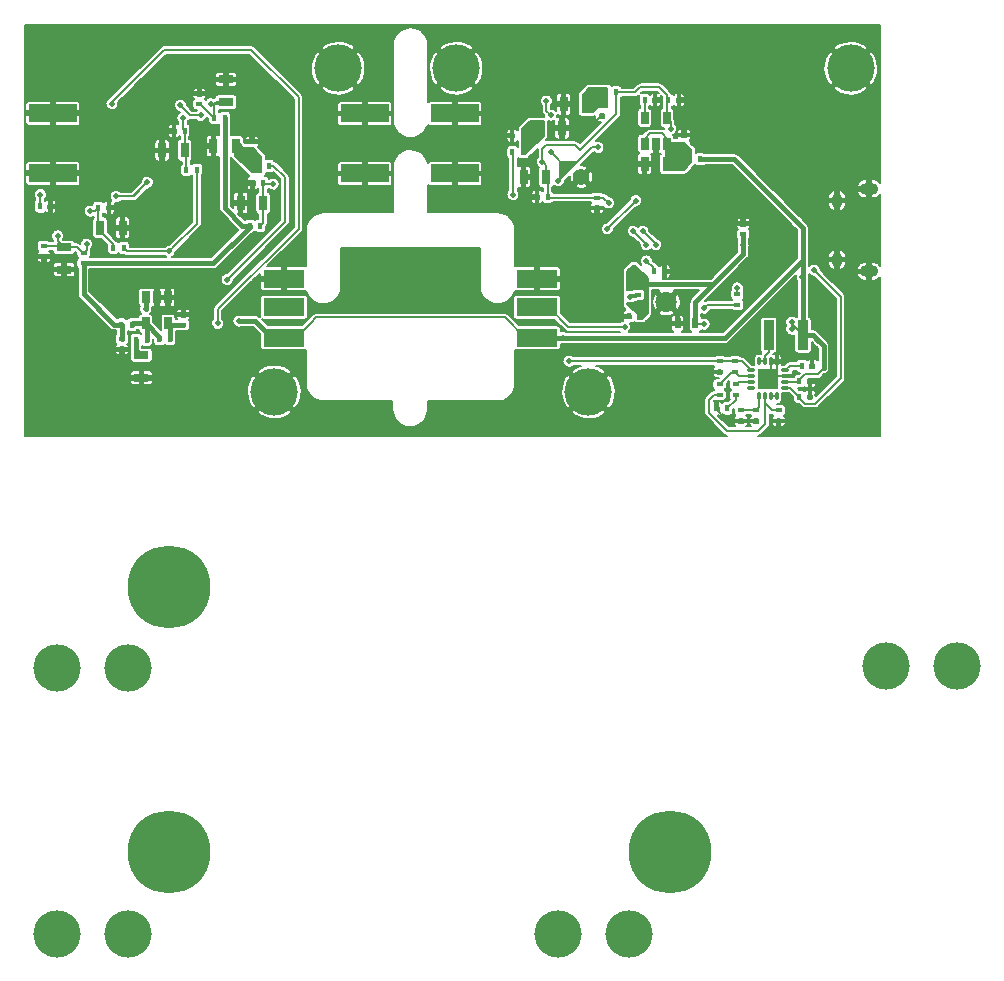
<source format=gbr>
G04 #@! TF.FileFunction,Copper,L2,Bot,Signal*
%FSLAX46Y46*%
G04 Gerber Fmt 4.6, Leading zero omitted, Abs format (unit mm)*
G04 Created by KiCad (PCBNEW 4.0.2-stable) date Thu 12 May 2016 11:20:09 PM CEST*
%MOMM*%
G01*
G04 APERTURE LIST*
%ADD10C,0.050000*%
%ADD11C,4.000000*%
%ADD12C,7.000000*%
%ADD13C,0.500000*%
%ADD14R,0.600000X0.400000*%
%ADD15R,0.400000X0.600000*%
%ADD16R,0.900000X2.500000*%
%ADD17O,0.750000X0.300000*%
%ADD18O,0.300000X0.750000*%
%ADD19R,0.900000X0.900000*%
%ADD20R,0.700000X1.300000*%
%ADD21R,0.500000X0.900000*%
%ADD22R,1.300000X0.700000*%
%ADD23R,4.064000X1.524000*%
%ADD24R,3.500000X1.500000*%
%ADD25O,0.950000X1.250000*%
%ADD26O,1.550000X1.000000*%
%ADD27R,0.650000X1.060000*%
%ADD28C,1.400000*%
%ADD29C,1.800000*%
%ADD30C,1.100000*%
%ADD31C,0.200000*%
%ADD32C,0.400000*%
G04 APERTURE END LIST*
D10*
D11*
X97600000Y-67750000D03*
X103600000Y-67750000D03*
X75800000Y-90400000D03*
X69800000Y-90400000D03*
X33400000Y-90400000D03*
X27400000Y-90400000D03*
X33400000Y-67900000D03*
D12*
X79300000Y-83450000D03*
X36900000Y-83450000D03*
D13*
X86200000Y-39500000D03*
X84700000Y-40800000D03*
X83200000Y-40800000D03*
X86200000Y-40800000D03*
D11*
X45800000Y-44500000D03*
X51200000Y-17100000D03*
D13*
X89550000Y-35670000D03*
X88050000Y-37170000D03*
X91600000Y-33030000D03*
X85480000Y-34140000D03*
X86980000Y-32640000D03*
X86230000Y-36460000D03*
X87730000Y-34960000D03*
X89230000Y-33460000D03*
X81100000Y-47050000D03*
X79600000Y-47050000D03*
X78100000Y-47050000D03*
X81100000Y-45350000D03*
X78100000Y-45350000D03*
X79600000Y-45350000D03*
X78200000Y-28350000D03*
X78200000Y-29850000D03*
X79700000Y-28350000D03*
X79700000Y-29850000D03*
X73850000Y-32350000D03*
X72850000Y-33200000D03*
X72850000Y-34700000D03*
X78400000Y-41100000D03*
X76900000Y-41100000D03*
X75400000Y-41100000D03*
X73200000Y-24750000D03*
X74000000Y-25300000D03*
X74750000Y-26350000D03*
X75850000Y-27150000D03*
X69200000Y-16750000D03*
X66200000Y-16800000D03*
X67700000Y-16800000D03*
X65200000Y-17800000D03*
X63700000Y-17800000D03*
X62800000Y-28100000D03*
X64300000Y-28100000D03*
X59800000Y-28100000D03*
X61300000Y-28100000D03*
X68300000Y-31550000D03*
X66800000Y-31550000D03*
X66800000Y-33050000D03*
X68300000Y-33050000D03*
X71700000Y-30500000D03*
X71700000Y-29000000D03*
X70200000Y-30500000D03*
X70200000Y-29000000D03*
X42000000Y-33600000D03*
X43500000Y-32100000D03*
X40000000Y-14400000D03*
X43000000Y-14400000D03*
X37000000Y-14400000D03*
X41500000Y-14400000D03*
X38500000Y-14400000D03*
X43000000Y-16700000D03*
X41500000Y-16700000D03*
X40000000Y-16700000D03*
X38500000Y-16700000D03*
X37000000Y-16700000D03*
X34500000Y-15100000D03*
X33600000Y-19750000D03*
X33000000Y-16600000D03*
X30000000Y-16600000D03*
X30000000Y-15100000D03*
X33000000Y-15100000D03*
X31500000Y-16600000D03*
X31500000Y-15100000D03*
X27000000Y-18850000D03*
X25500000Y-18850000D03*
X28500000Y-18850000D03*
X28500000Y-15850000D03*
X25500000Y-17350000D03*
X25500000Y-15850000D03*
X27000000Y-15850000D03*
X27000000Y-17350000D03*
X28500000Y-17350000D03*
X25500000Y-45700000D03*
X27000000Y-45700000D03*
X27000000Y-44200000D03*
X25500000Y-44200000D03*
X25500000Y-47200000D03*
X27000000Y-47200000D03*
X30000000Y-41200000D03*
X27000000Y-41200000D03*
X28500000Y-42700000D03*
X25500000Y-41200000D03*
X25500000Y-42700000D03*
X28500000Y-41200000D03*
X27000000Y-42700000D03*
X30000000Y-42700000D03*
X30000000Y-44200000D03*
X28500000Y-44200000D03*
X30000000Y-45700000D03*
X28500000Y-45700000D03*
X30000000Y-47200000D03*
X28500000Y-47200000D03*
X33600000Y-22750000D03*
X33600000Y-21250000D03*
X33600000Y-24250000D03*
X32100000Y-22750000D03*
X32100000Y-21250000D03*
X32100000Y-24250000D03*
X38300000Y-28050000D03*
X38300000Y-29550000D03*
X36800000Y-31050000D03*
X36800000Y-29550000D03*
X36800000Y-28050000D03*
X40350000Y-27650000D03*
X40350000Y-29150000D03*
X40350000Y-32150000D03*
X40350000Y-30650000D03*
X41850000Y-30650000D03*
X42000000Y-44200000D03*
X42000000Y-42700000D03*
X42000000Y-45700000D03*
X42000000Y-47200000D03*
X43500000Y-47200000D03*
X43500000Y-42700000D03*
X40500000Y-45700000D03*
X40500000Y-47200000D03*
X40500000Y-41200000D03*
X39000000Y-41200000D03*
X42000000Y-41200000D03*
X39000000Y-42700000D03*
X37500000Y-44200000D03*
X40500000Y-42700000D03*
X37500000Y-42700000D03*
X39000000Y-44200000D03*
X40500000Y-44200000D03*
X39000000Y-47200000D03*
X37500000Y-45700000D03*
X37500000Y-47200000D03*
X36000000Y-45700000D03*
X36000000Y-47200000D03*
X39000000Y-45700000D03*
X34500000Y-47200000D03*
X34500000Y-45700000D03*
X33000000Y-47200000D03*
X33000000Y-45700000D03*
X31500000Y-45700000D03*
X31500000Y-47200000D03*
X31500000Y-44200000D03*
X25500000Y-35200000D03*
X25500000Y-39700000D03*
X25500000Y-38200000D03*
X25500000Y-36700000D03*
X31500000Y-42700000D03*
X31500000Y-41200000D03*
X31500000Y-39700000D03*
X30000000Y-39700000D03*
X28500000Y-39700000D03*
X27000000Y-39700000D03*
X30000000Y-38200000D03*
X28500000Y-38200000D03*
X27000000Y-38200000D03*
X31500000Y-36700000D03*
X28500000Y-36700000D03*
X27000000Y-36700000D03*
D14*
X26300000Y-32150000D03*
X26300000Y-33050000D03*
X80500000Y-23650000D03*
X80500000Y-22750000D03*
D15*
X79150000Y-19800000D03*
X80050000Y-19800000D03*
X68950000Y-28000000D03*
X68050000Y-28000000D03*
D14*
X73100000Y-28050000D03*
X73100000Y-28950000D03*
D15*
X76750000Y-38100000D03*
X75850000Y-38100000D03*
D16*
X90550000Y-39700000D03*
X87650000Y-39700000D03*
D11*
X61200000Y-17100000D03*
X72400000Y-44500000D03*
X94600000Y-17100000D03*
D15*
X80950000Y-24800000D03*
X81850000Y-24800000D03*
X65950000Y-24200000D03*
X66850000Y-24200000D03*
X74738000Y-19136000D03*
X73838000Y-19136000D03*
D14*
X76600000Y-35400000D03*
X76600000Y-36300000D03*
D15*
X77950000Y-34300000D03*
X78850000Y-34300000D03*
X90250000Y-44900000D03*
X91150000Y-44900000D03*
X90450000Y-42300000D03*
X91350000Y-42300000D03*
D14*
X84800000Y-41900000D03*
X84800000Y-42800000D03*
X83500000Y-43850000D03*
X83500000Y-44750000D03*
X88500000Y-46050000D03*
X88500000Y-46950000D03*
X85300000Y-46050000D03*
X85300000Y-46950000D03*
X84900000Y-44750000D03*
X84900000Y-43850000D03*
D17*
X86125000Y-44150000D03*
X86125000Y-43650000D03*
X86125000Y-43150000D03*
X86125000Y-42650000D03*
D18*
X86850000Y-41925000D03*
X87350000Y-41925000D03*
X87850000Y-41925000D03*
X88350000Y-41925000D03*
D17*
X89075000Y-42650000D03*
X89075000Y-43150000D03*
X89075000Y-43650000D03*
X89075000Y-44150000D03*
D18*
X88350000Y-44875000D03*
X87850000Y-44875000D03*
X87350000Y-44875000D03*
X86850000Y-44875000D03*
D19*
X88050000Y-42950000D03*
X88050000Y-43850000D03*
X87150000Y-42950000D03*
X87150000Y-43850000D03*
D20*
X68258000Y-22184000D03*
X70158000Y-22184000D03*
X72190000Y-20152000D03*
X70290000Y-20152000D03*
X79050000Y-25200000D03*
X77150000Y-25200000D03*
D15*
X66850000Y-22800000D03*
X65950000Y-22800000D03*
D14*
X73526000Y-20268000D03*
X73526000Y-21168000D03*
D15*
X77150000Y-19800000D03*
X78050000Y-19800000D03*
D20*
X68800000Y-26300000D03*
X66900000Y-26300000D03*
D21*
X81450000Y-38700000D03*
X79950000Y-38700000D03*
D14*
X85500000Y-31150000D03*
X85500000Y-30250000D03*
D15*
X90250000Y-43600000D03*
X91150000Y-43600000D03*
D14*
X86600000Y-46050000D03*
X86600000Y-46950000D03*
X83500000Y-41900000D03*
X83500000Y-42800000D03*
D15*
X84150000Y-45900000D03*
X83250000Y-45900000D03*
D20*
X31050000Y-30600000D03*
X32950000Y-30600000D03*
D15*
X30900000Y-28900000D03*
X31800000Y-28900000D03*
D22*
X28000000Y-32250000D03*
X28000000Y-34150000D03*
D15*
X25950000Y-28800000D03*
X26850000Y-28800000D03*
D22*
X34550000Y-41400000D03*
X34550000Y-43300000D03*
D14*
X32900000Y-40000000D03*
X32900000Y-40900000D03*
D22*
X41700000Y-19950000D03*
X41700000Y-18050000D03*
D20*
X38200000Y-24050000D03*
X36300000Y-24050000D03*
D14*
X39450000Y-20150000D03*
X39450000Y-19250000D03*
D15*
X38200000Y-22400000D03*
X37300000Y-22400000D03*
D20*
X44850000Y-28500000D03*
X42950000Y-28500000D03*
X42550000Y-23700000D03*
X40650000Y-23700000D03*
D15*
X44850000Y-26800000D03*
X43950000Y-26800000D03*
D23*
X61080000Y-20928000D03*
X61080000Y-26008000D03*
X27050000Y-20910000D03*
X27050000Y-25990000D03*
X53460000Y-26008000D03*
X53460000Y-20928000D03*
D24*
X68020000Y-34920000D03*
X68020000Y-37320000D03*
X68020000Y-39920000D03*
D25*
X93437460Y-33300900D03*
X93437460Y-28300900D03*
D26*
X96137460Y-34300900D03*
X96137460Y-27300900D03*
D24*
X46620000Y-34920000D03*
X46620000Y-37320000D03*
X46620000Y-39920000D03*
D14*
X85000000Y-36250000D03*
X85000000Y-37150000D03*
D15*
X33050000Y-32300000D03*
X32150000Y-32300000D03*
D14*
X29650000Y-33600000D03*
X29650000Y-32700000D03*
D15*
X36050000Y-40050000D03*
X36950000Y-40050000D03*
D14*
X38100000Y-38850000D03*
X38100000Y-37950000D03*
D15*
X41600000Y-21300000D03*
X40700000Y-21300000D03*
X39250000Y-25700000D03*
X38350000Y-25700000D03*
X43700000Y-30450000D03*
X44600000Y-30450000D03*
X45325000Y-25350000D03*
X44425000Y-25350000D03*
X35000000Y-40100000D03*
X34100000Y-40100000D03*
D27*
X79050000Y-23500000D03*
X78100000Y-23500000D03*
X77150000Y-23500000D03*
X77150000Y-21300000D03*
X79050000Y-21300000D03*
X34907822Y-36500000D03*
X35857822Y-36500000D03*
X36807822Y-36500000D03*
X36807822Y-38700000D03*
X34907822Y-38700000D03*
D15*
X33750000Y-38800000D03*
X32850000Y-38800000D03*
D14*
X43900000Y-24200000D03*
X43900000Y-23300000D03*
D28*
X71800000Y-26300000D03*
D29*
X79000000Y-36900000D03*
D30*
X87600000Y-43450000D03*
D12*
X36900000Y-61000000D03*
D11*
X27400000Y-67900000D03*
D13*
X82200000Y-38762500D03*
X85500000Y-32100000D03*
X75900000Y-37149992D03*
X76112500Y-34200000D03*
X93100000Y-41100000D03*
X93100000Y-41800000D03*
X93100000Y-42500000D03*
X84350000Y-47050000D03*
X83900000Y-46700000D03*
X74000002Y-37600000D03*
X43600005Y-21646883D03*
X44000000Y-28800000D03*
X44000000Y-28100000D03*
X36100000Y-22300000D03*
X41800000Y-35000000D03*
X36900000Y-32600000D03*
X66000000Y-27800000D03*
X89600000Y-39200000D03*
X89600000Y-38600000D03*
X42800000Y-38500000D03*
X70220002Y-39900000D03*
X90500000Y-34800000D03*
X90050000Y-30100000D03*
X67500000Y-22500000D03*
X73100000Y-19200000D03*
X79350000Y-22200000D03*
X74100000Y-28500000D03*
X68500000Y-25000000D03*
X69200000Y-24200000D03*
X69854786Y-26621254D03*
X73200000Y-23800000D03*
X34900000Y-37500000D03*
X30200000Y-29200000D03*
X32400000Y-27950000D03*
X35050000Y-26750000D03*
X29900000Y-32000000D03*
X27450000Y-31300000D03*
X26000000Y-27800000D03*
X40400000Y-20100000D03*
X38050000Y-21300000D03*
X45700000Y-26900000D03*
X43700000Y-24549990D03*
X69196640Y-21059022D03*
X68836080Y-19886090D03*
X85000000Y-35700000D03*
X75900002Y-36449991D03*
X77300000Y-33400000D03*
X82200000Y-37400000D03*
X91500000Y-34200000D03*
X39551416Y-21098584D03*
X37849990Y-20250000D03*
X76200000Y-30900000D03*
X77300000Y-32050010D03*
X77000000Y-30900000D03*
X78100000Y-32050010D03*
X74000000Y-30700000D03*
X76400000Y-28300000D03*
X70750000Y-41900000D03*
X32050000Y-20100000D03*
X41000000Y-38700000D03*
X75450000Y-39000000D03*
D31*
X82200000Y-38762500D02*
X81512500Y-38762500D01*
X81512500Y-38762500D02*
X81450000Y-38700000D01*
D32*
X83650000Y-34700000D02*
X81450000Y-36900000D01*
X81450000Y-36900000D02*
X81450000Y-38700000D01*
X85500000Y-32850000D02*
X83650000Y-34700000D01*
X76600000Y-35400000D02*
X82950000Y-35400000D01*
X82950000Y-35400000D02*
X83650000Y-34700000D01*
X85500000Y-32100000D02*
X85500000Y-32850000D01*
X85500000Y-32100000D02*
X85500000Y-31150000D01*
D31*
X85500000Y-32100000D02*
X85500000Y-31800000D01*
D32*
X85500000Y-31150000D02*
X85500000Y-31800000D01*
D31*
X75900000Y-37149992D02*
X76750000Y-37999992D01*
X76750000Y-37999992D02*
X76750000Y-38100000D01*
X75900000Y-37000000D02*
X76750000Y-37850000D01*
X76750000Y-37850000D02*
X76750000Y-38100000D01*
X77200000Y-35900000D02*
X77200000Y-37150000D01*
X77200000Y-37150000D02*
X76750000Y-37600000D01*
X76750000Y-37600000D02*
X76750000Y-38100000D01*
X76600000Y-35400000D02*
X76700000Y-35400000D01*
X76700000Y-35400000D02*
X77200000Y-35900000D01*
X76600000Y-35400000D02*
X76600000Y-34687500D01*
X76600000Y-34687500D02*
X76112500Y-34200000D01*
X93100000Y-41800000D02*
X93100000Y-41100000D01*
X91150000Y-43600000D02*
X91907120Y-43600000D01*
X91907120Y-43600000D02*
X93007120Y-42500000D01*
X93007120Y-42500000D02*
X93100000Y-42500000D01*
X84350000Y-47050000D02*
X85200000Y-47050000D01*
X85200000Y-47050000D02*
X85300000Y-46950000D01*
X83250000Y-45900000D02*
X83250000Y-46050000D01*
X83250000Y-46050000D02*
X83900000Y-46700000D01*
X74403555Y-37550000D02*
X74403555Y-38246445D01*
X74000002Y-37600000D02*
X74353555Y-37600000D01*
X74353555Y-37600000D02*
X74403555Y-37550000D01*
X72500000Y-21750000D02*
X72844000Y-21750000D01*
X72844000Y-21750000D02*
X73426000Y-21168000D01*
X73426000Y-21168000D02*
X73526000Y-21168000D01*
X43900000Y-23300000D02*
X43900000Y-21946878D01*
X43900000Y-21946878D02*
X43600005Y-21646883D01*
X42950000Y-28500000D02*
X43600000Y-28500000D01*
X43600000Y-28500000D02*
X44000000Y-28100000D01*
X88350000Y-41925000D02*
X88350000Y-42650000D01*
X88350000Y-42650000D02*
X88050000Y-42950000D01*
X87850000Y-41925000D02*
X87850000Y-42750000D01*
X87850000Y-42750000D02*
X88050000Y-42950000D01*
X88350000Y-41925000D02*
X87850000Y-41925000D01*
X89075000Y-43150000D02*
X88250000Y-43150000D01*
X88250000Y-43150000D02*
X88050000Y-42950000D01*
X88050000Y-43850000D02*
X88050000Y-42950000D01*
X87150000Y-43850000D02*
X88050000Y-43850000D01*
X87150000Y-42950000D02*
X87150000Y-43850000D01*
X88050000Y-42950000D02*
X87150000Y-42950000D01*
X45325000Y-25350000D02*
X45725000Y-25350000D01*
X45725000Y-25350000D02*
X46700000Y-26325000D01*
X46700000Y-26325000D02*
X46700000Y-30100000D01*
X46700000Y-30100000D02*
X41800000Y-35000000D01*
X39250000Y-25700000D02*
X39250000Y-30250000D01*
X39250000Y-30250000D02*
X37149999Y-32350001D01*
X37149999Y-32350001D02*
X36900000Y-32600000D01*
X36900000Y-32600000D02*
X33350000Y-32600000D01*
X33350000Y-32600000D02*
X33050000Y-32300000D01*
X66000000Y-27800000D02*
X66000000Y-24250000D01*
X66000000Y-24250000D02*
X65950000Y-24200000D01*
X89600000Y-38600000D02*
X89600000Y-39200000D01*
X89600000Y-38600000D02*
X89600000Y-38750000D01*
X89600000Y-38750000D02*
X90550000Y-39700000D01*
X47620000Y-39920000D02*
X48900000Y-38640000D01*
X65300000Y-38200000D02*
X49340000Y-38200000D01*
X49340000Y-38200000D02*
X48900000Y-38640000D01*
X68020000Y-39920000D02*
X67020000Y-39920000D01*
X67020000Y-39920000D02*
X65300000Y-38200000D01*
X46620000Y-39920000D02*
X47620000Y-39920000D01*
D32*
X46620000Y-39920000D02*
X45620000Y-39920000D01*
X45620000Y-39920000D02*
X44200000Y-38500000D01*
X44200000Y-38500000D02*
X42800000Y-38500000D01*
X90050000Y-30100000D02*
X84750000Y-24800000D01*
X84750000Y-24800000D02*
X81850000Y-24800000D01*
X90550000Y-39700000D02*
X90550000Y-33350000D01*
X90550000Y-33350000D02*
X90550000Y-30600000D01*
X68020000Y-39920000D02*
X83980000Y-39920000D01*
X83980000Y-39920000D02*
X90550000Y-33350000D01*
D31*
X70220002Y-39900000D02*
X68040000Y-39900000D01*
X68040000Y-39900000D02*
X68020000Y-39920000D01*
X89075000Y-43650000D02*
X90200000Y-43650000D01*
X90200000Y-43650000D02*
X90250000Y-43600000D01*
X92300000Y-42500000D02*
X91800001Y-42999999D01*
X91800001Y-42999999D02*
X90750000Y-43000000D01*
X90750000Y-43000000D02*
X90250000Y-43500000D01*
X90250000Y-43500000D02*
X90250000Y-43600000D01*
D32*
X92300000Y-40600000D02*
X92300000Y-42500000D01*
X91400000Y-39700000D02*
X92300000Y-40600000D01*
X91850001Y-40150001D02*
X91400000Y-39700000D01*
X91400000Y-39700000D02*
X90550000Y-39700000D01*
X90550000Y-30600000D02*
X90050000Y-30100000D01*
D31*
X68140000Y-39800000D02*
X68020000Y-39920000D01*
X87350000Y-41925000D02*
X86850000Y-41925000D01*
X87650000Y-39700000D02*
X87650000Y-41150000D01*
X87350000Y-41450000D02*
X87350000Y-41925000D01*
X87650000Y-41150000D02*
X87350000Y-41450000D01*
X90450000Y-42300000D02*
X89425000Y-42300000D01*
X89425000Y-42300000D02*
X89075000Y-42650000D01*
X86125000Y-43150000D02*
X85150000Y-43150000D01*
X85150000Y-43150000D02*
X84800000Y-42800000D01*
X84800000Y-42800000D02*
X84550000Y-42800000D01*
X84550000Y-42800000D02*
X83500000Y-43850000D01*
X84109998Y-47800000D02*
X86790002Y-47800000D01*
X86790002Y-47800000D02*
X87350000Y-47240002D01*
X87350000Y-47240002D02*
X87350000Y-45450000D01*
X87350000Y-45450000D02*
X87350000Y-44875000D01*
X82600000Y-45150000D02*
X82600000Y-46290002D01*
X82600000Y-46290002D02*
X84109998Y-47800000D01*
X83500000Y-44750000D02*
X83000000Y-44750000D01*
X83000000Y-44750000D02*
X82600000Y-45150000D01*
X88500000Y-46050000D02*
X87950000Y-46050000D01*
X87950000Y-46050000D02*
X87350000Y-45450000D01*
X84900000Y-43850000D02*
X85100000Y-43650000D01*
X85100000Y-43650000D02*
X86125000Y-43650000D01*
X88350000Y-44875000D02*
X87850000Y-44875000D01*
X77150000Y-23500000D02*
X77150000Y-23054998D01*
X77150000Y-23054998D02*
X77604998Y-22600000D01*
X77604998Y-22600000D02*
X78595002Y-22600000D01*
X79050000Y-23500000D02*
X79050000Y-23054998D01*
X79050000Y-23054998D02*
X78595002Y-22600000D01*
X80950000Y-24800000D02*
X80950000Y-24100000D01*
X80950000Y-24100000D02*
X80500000Y-23650000D01*
X72190000Y-20152000D02*
X72190000Y-20110000D01*
X72190000Y-20110000D02*
X73100000Y-19200000D01*
X73838000Y-19136000D02*
X73164000Y-19136000D01*
X73164000Y-19136000D02*
X73100000Y-19200000D01*
X73526000Y-20268000D02*
X73526000Y-19626000D01*
X73526000Y-19626000D02*
X73100000Y-19200000D01*
X77150000Y-21300000D02*
X77150000Y-19800000D01*
X68800000Y-23600000D02*
X68500000Y-23900000D01*
X68500000Y-23900000D02*
X68500000Y-25000000D01*
X71265998Y-23600000D02*
X68800000Y-23600000D01*
X74738000Y-20996002D02*
X71700000Y-24034002D01*
X71700000Y-24034002D02*
X71265998Y-23600000D01*
X79350000Y-22200000D02*
X79350000Y-21600000D01*
X79350000Y-21600000D02*
X79050000Y-21300000D01*
X79050000Y-21300000D02*
X79050000Y-19500000D01*
X79050000Y-19500000D02*
X79050000Y-19350000D01*
X79150000Y-19800000D02*
X79150000Y-19600000D01*
X79150000Y-19600000D02*
X79050000Y-19500000D01*
X74738000Y-19136000D02*
X74738000Y-20996002D01*
X73100000Y-28050000D02*
X73650000Y-28050000D01*
X73650000Y-28050000D02*
X74100000Y-28500000D01*
X73100000Y-28050000D02*
X69000000Y-28050000D01*
X69000000Y-28050000D02*
X68950000Y-28000000D01*
X68950000Y-28000000D02*
X68950000Y-26450000D01*
X68950000Y-26450000D02*
X68800000Y-26300000D01*
X68800000Y-26300000D02*
X68800000Y-25300000D01*
X68800000Y-25300000D02*
X68500000Y-25000000D01*
X79050000Y-19350000D02*
X78400000Y-18700000D01*
X78400000Y-18700000D02*
X76800000Y-18700000D01*
X76364000Y-19136000D02*
X74738000Y-19136000D01*
X76800000Y-18700000D02*
X76364000Y-19136000D01*
X72676040Y-23800000D02*
X70700000Y-25776040D01*
X70700000Y-25776040D02*
X69854786Y-26621254D01*
X69200000Y-24200000D02*
X70700000Y-25700000D01*
X70700000Y-25700000D02*
X70700000Y-25776040D01*
X73200000Y-23800000D02*
X72676040Y-23800000D01*
X85300000Y-46050000D02*
X86600000Y-46050000D01*
X86850000Y-44875000D02*
X86850000Y-45800000D01*
X86850000Y-45800000D02*
X86600000Y-46050000D01*
X84900000Y-44750000D02*
X84900000Y-45150000D01*
X84900000Y-45150000D02*
X84150000Y-45900000D01*
D32*
X34900000Y-37500000D02*
X34900000Y-36507822D01*
X34900000Y-36507822D02*
X34907822Y-36500000D01*
D31*
X30200000Y-29200000D02*
X30600000Y-29200000D01*
X30600000Y-29200000D02*
X30900000Y-28900000D01*
X31050000Y-30600000D02*
X31050000Y-30900000D01*
X31050000Y-30900000D02*
X32150000Y-32000000D01*
X32150000Y-32000000D02*
X32150000Y-32300000D01*
X30900000Y-28900000D02*
X30900000Y-30450000D01*
X30900000Y-30450000D02*
X31050000Y-30600000D01*
X32400000Y-27950000D02*
X33850000Y-27950000D01*
X33850000Y-27950000D02*
X35050000Y-26750000D01*
X33900000Y-27900000D02*
X35050000Y-26750000D01*
X29900000Y-32000000D02*
X29900000Y-32450000D01*
X29900000Y-32450000D02*
X29650000Y-32700000D01*
X29550000Y-32700000D02*
X29450000Y-32600000D01*
X28000000Y-32250000D02*
X29100000Y-32250000D01*
X29100000Y-32250000D02*
X29450000Y-32600000D01*
X29650000Y-32700000D02*
X29550000Y-32700000D01*
X26300000Y-32150000D02*
X27900000Y-32150000D01*
X27900000Y-32150000D02*
X28000000Y-32250000D01*
X27450000Y-31300000D02*
X27450000Y-31700000D01*
X27450000Y-31700000D02*
X28000000Y-32250000D01*
X25950000Y-28800000D02*
X25950000Y-27850000D01*
X25950000Y-27850000D02*
X26000000Y-27800000D01*
D32*
X34100000Y-40100000D02*
X34100000Y-40950000D01*
X34100000Y-40950000D02*
X34550000Y-41400000D01*
X43700000Y-30450000D02*
X43100000Y-30450000D01*
X43100000Y-30450000D02*
X41600000Y-28950000D01*
X41600000Y-28950000D02*
X41600000Y-22000000D01*
X41600000Y-22000000D02*
X41600000Y-21300000D01*
X29650000Y-33600000D02*
X40650000Y-33600000D01*
X40650000Y-33600000D02*
X43700000Y-30550000D01*
X43700000Y-30550000D02*
X43700000Y-30450000D01*
X32850000Y-38800000D02*
X32250000Y-38800000D01*
X32250000Y-38800000D02*
X29650000Y-36200000D01*
X29650000Y-36200000D02*
X29650000Y-34200000D01*
X29650000Y-34200000D02*
X29650000Y-33600000D01*
X32900000Y-40000000D02*
X32900000Y-38850000D01*
X32900000Y-38850000D02*
X32850000Y-38800000D01*
D31*
X40400000Y-20100000D02*
X41550000Y-20100000D01*
X41550000Y-20100000D02*
X41700000Y-19950000D01*
X41700000Y-19950000D02*
X40850000Y-19950000D01*
X40850000Y-19950000D02*
X40700000Y-20100000D01*
X40700000Y-20100000D02*
X40700000Y-20800000D01*
X40700000Y-20800000D02*
X40700000Y-21300000D01*
X39450000Y-20150000D02*
X39550000Y-20150000D01*
X39550000Y-20150000D02*
X40700000Y-21300000D01*
X38200000Y-24050000D02*
X38200000Y-22400000D01*
X38350000Y-25700000D02*
X38350000Y-24200000D01*
X38350000Y-24200000D02*
X38200000Y-24050000D01*
X38050000Y-21300000D02*
X38050000Y-22250000D01*
X38050000Y-22250000D02*
X38200000Y-22400000D01*
X44850000Y-28500000D02*
X44850000Y-30200000D01*
X44850000Y-30200000D02*
X44600000Y-30450000D01*
X44850000Y-26800000D02*
X44850000Y-28500000D01*
X45700000Y-26900000D02*
X44950000Y-26900000D01*
X44950000Y-26900000D02*
X44850000Y-26800000D01*
X43700000Y-24549990D02*
X43700000Y-24400000D01*
X43700000Y-24400000D02*
X43900000Y-24200000D01*
X43900000Y-24200000D02*
X42400000Y-24200000D01*
X44425000Y-25350000D02*
X44425000Y-24725000D01*
X44425000Y-24725000D02*
X43900000Y-24200000D01*
X68836080Y-19886090D02*
X68836080Y-20698462D01*
X68836080Y-20698462D02*
X69196640Y-21059022D01*
X85000000Y-36250000D02*
X85000000Y-35700000D01*
X75900002Y-36449991D02*
X76450009Y-36449991D01*
X76450009Y-36449991D02*
X76600000Y-36300000D01*
X76600000Y-36300000D02*
X75800000Y-36300000D01*
X77950000Y-34300000D02*
X77950000Y-34050000D01*
X77950000Y-34050000D02*
X77300000Y-33400000D01*
X85000000Y-37150000D02*
X82450000Y-37150000D01*
X82450000Y-37150000D02*
X82200000Y-37400000D01*
X93750000Y-36450000D02*
X91500000Y-34200000D01*
X93750000Y-43340002D02*
X93750000Y-36450000D01*
X90250000Y-44900000D02*
X90250000Y-45000000D01*
X90250000Y-45000000D02*
X90750001Y-45500001D01*
X90750001Y-45500001D02*
X91590001Y-45500001D01*
X91590001Y-45500001D02*
X93750000Y-43340002D01*
X89075000Y-44150000D02*
X89500000Y-44150000D01*
X89500000Y-44150000D02*
X90250000Y-44900000D01*
D32*
X36950000Y-40050000D02*
X36950000Y-38842178D01*
X36950000Y-38842178D02*
X36807822Y-38700000D01*
X38100000Y-38850000D02*
X36957822Y-38850000D01*
X36957822Y-38850000D02*
X36807822Y-38700000D01*
D31*
X37849990Y-20250000D02*
X38698574Y-21098584D01*
X38698574Y-21098584D02*
X39551416Y-21098584D01*
X77300000Y-32050010D02*
X77300000Y-32000000D01*
X77300000Y-32000000D02*
X76200000Y-30900000D01*
X78100000Y-32050010D02*
X78100000Y-32000000D01*
X78100000Y-32000000D02*
X77000000Y-30900000D01*
X76400000Y-28300000D02*
X74000000Y-30700000D01*
X72850000Y-41900000D02*
X70750000Y-41900000D01*
X83500000Y-41900000D02*
X72850000Y-41900000D01*
X36450000Y-15550000D02*
X32050000Y-19950000D01*
X32050000Y-19950000D02*
X32050000Y-20100000D01*
X43850000Y-15550000D02*
X36450000Y-15550000D01*
X47850000Y-19550000D02*
X43850000Y-15550000D01*
X47850000Y-30669999D02*
X47850000Y-19550000D01*
X41000000Y-38700000D02*
X41000000Y-37519999D01*
X41000000Y-37519999D02*
X47850000Y-30669999D01*
X84800000Y-41900000D02*
X85375000Y-41900000D01*
X85375000Y-41900000D02*
X86125000Y-42650000D01*
X83500000Y-41900000D02*
X84800000Y-41900000D01*
D32*
X34907822Y-38700000D02*
X33850000Y-38700000D01*
X33850000Y-38700000D02*
X33750000Y-38800000D01*
X35000000Y-40100000D02*
X35000000Y-38792178D01*
X35000000Y-38792178D02*
X34907822Y-38700000D01*
X36050000Y-40050000D02*
X36050000Y-39842178D01*
X36050000Y-39842178D02*
X34907822Y-38700000D01*
D31*
X69020000Y-37320000D02*
X70600000Y-38900000D01*
X70600000Y-38900000D02*
X70650000Y-38950000D01*
X75450000Y-39000000D02*
X70700000Y-39000000D01*
X70700000Y-39000000D02*
X70600000Y-38900000D01*
X68020000Y-37320000D02*
X69020000Y-37320000D01*
G36*
X74000000Y-20400000D02*
X73200000Y-20400000D01*
X73172141Y-20403959D01*
X73146487Y-20415523D01*
X73129289Y-20429289D01*
X72758578Y-20800000D01*
X71900000Y-20800000D01*
X71900000Y-19341422D01*
X72441422Y-18800000D01*
X74000000Y-18800000D01*
X74000000Y-20400000D01*
X74000000Y-20400000D01*
G37*
X74000000Y-20400000D02*
X73200000Y-20400000D01*
X73172141Y-20403959D01*
X73146487Y-20415523D01*
X73129289Y-20429289D01*
X72758578Y-20800000D01*
X71900000Y-20800000D01*
X71900000Y-19341422D01*
X72441422Y-18800000D01*
X74000000Y-18800000D01*
X74000000Y-20400000D01*
G36*
X68600000Y-22858578D02*
X67058578Y-24400000D01*
X66800000Y-24400000D01*
X66800000Y-22241422D01*
X67441422Y-21600000D01*
X68600000Y-21600000D01*
X68600000Y-22858578D01*
X68600000Y-22858578D01*
G37*
X68600000Y-22858578D02*
X67058578Y-24400000D01*
X66800000Y-24400000D01*
X66800000Y-22241422D01*
X67441422Y-21600000D01*
X68600000Y-21600000D01*
X68600000Y-22858578D01*
G36*
X81100000Y-24041422D02*
X81100000Y-25058578D01*
X80458578Y-25700000D01*
X79000000Y-25700000D01*
X79000000Y-23400000D01*
X80458578Y-23400000D01*
X81100000Y-24041422D01*
X81100000Y-24041422D01*
G37*
X81100000Y-24041422D02*
X81100000Y-25058578D01*
X80458578Y-25700000D01*
X79000000Y-25700000D01*
X79000000Y-23400000D01*
X80458578Y-23400000D01*
X81100000Y-24041422D01*
G36*
X77400000Y-34841422D02*
X77400000Y-37858578D01*
X76958578Y-38300000D01*
X76600000Y-38300000D01*
X76600000Y-38000000D01*
X76596041Y-37972141D01*
X76584477Y-37946487D01*
X76570711Y-37929289D01*
X76327002Y-37685580D01*
X76322548Y-37671197D01*
X76275874Y-37600366D01*
X76211315Y-37545343D01*
X76166616Y-37525194D01*
X75700000Y-37058578D01*
X75700000Y-36962837D01*
X75729220Y-36975603D01*
X75834565Y-36998764D01*
X75942402Y-37001023D01*
X76048623Y-36982293D01*
X76149184Y-36943288D01*
X76240254Y-36885494D01*
X76277536Y-36849991D01*
X76450009Y-36849991D01*
X76486793Y-36846384D01*
X76523589Y-36843165D01*
X76525608Y-36842578D01*
X76527703Y-36842373D01*
X76563086Y-36831690D01*
X76598556Y-36821385D01*
X76600424Y-36820417D01*
X76602437Y-36819809D01*
X76635067Y-36802460D01*
X76637012Y-36801451D01*
X76900000Y-36801451D01*
X76947774Y-36797641D01*
X77028803Y-36772548D01*
X77099634Y-36725874D01*
X77154657Y-36661315D01*
X77189516Y-36583982D01*
X77201451Y-36500000D01*
X77201451Y-36100000D01*
X77197641Y-36052226D01*
X77172548Y-35971197D01*
X77125874Y-35900366D01*
X77061315Y-35845343D01*
X76983982Y-35810484D01*
X76900000Y-35798549D01*
X76300000Y-35798549D01*
X76252226Y-35802359D01*
X76171197Y-35827452D01*
X76100366Y-35874126D01*
X76078314Y-35900000D01*
X75906492Y-35900000D01*
X75849913Y-35899605D01*
X75847842Y-35900000D01*
X75800000Y-35900000D01*
X75722306Y-35907618D01*
X75700000Y-35914353D01*
X75700000Y-34241422D01*
X76141422Y-33800000D01*
X76358578Y-33800000D01*
X77400000Y-34841422D01*
X77400000Y-34841422D01*
G37*
X77400000Y-34841422D02*
X77400000Y-37858578D01*
X76958578Y-38300000D01*
X76600000Y-38300000D01*
X76600000Y-38000000D01*
X76596041Y-37972141D01*
X76584477Y-37946487D01*
X76570711Y-37929289D01*
X76327002Y-37685580D01*
X76322548Y-37671197D01*
X76275874Y-37600366D01*
X76211315Y-37545343D01*
X76166616Y-37525194D01*
X75700000Y-37058578D01*
X75700000Y-36962837D01*
X75729220Y-36975603D01*
X75834565Y-36998764D01*
X75942402Y-37001023D01*
X76048623Y-36982293D01*
X76149184Y-36943288D01*
X76240254Y-36885494D01*
X76277536Y-36849991D01*
X76450009Y-36849991D01*
X76486793Y-36846384D01*
X76523589Y-36843165D01*
X76525608Y-36842578D01*
X76527703Y-36842373D01*
X76563086Y-36831690D01*
X76598556Y-36821385D01*
X76600424Y-36820417D01*
X76602437Y-36819809D01*
X76635067Y-36802460D01*
X76637012Y-36801451D01*
X76900000Y-36801451D01*
X76947774Y-36797641D01*
X77028803Y-36772548D01*
X77099634Y-36725874D01*
X77154657Y-36661315D01*
X77189516Y-36583982D01*
X77201451Y-36500000D01*
X77201451Y-36100000D01*
X77197641Y-36052226D01*
X77172548Y-35971197D01*
X77125874Y-35900366D01*
X77061315Y-35845343D01*
X76983982Y-35810484D01*
X76900000Y-35798549D01*
X76300000Y-35798549D01*
X76252226Y-35802359D01*
X76171197Y-35827452D01*
X76100366Y-35874126D01*
X76078314Y-35900000D01*
X75906492Y-35900000D01*
X75849913Y-35899605D01*
X75847842Y-35900000D01*
X75800000Y-35900000D01*
X75722306Y-35907618D01*
X75700000Y-35914353D01*
X75700000Y-34241422D01*
X76141422Y-33800000D01*
X76358578Y-33800000D01*
X77400000Y-34841422D01*
G36*
X97100000Y-26854455D02*
X97098809Y-26851250D01*
X96997899Y-26725990D01*
X96874491Y-26622823D01*
X96733327Y-26545714D01*
X96579832Y-26497627D01*
X96419905Y-26480409D01*
X96291460Y-26564346D01*
X96291460Y-27146900D01*
X96311460Y-27146900D01*
X96311460Y-27454900D01*
X96291460Y-27454900D01*
X96291460Y-28037454D01*
X96419905Y-28121391D01*
X96579832Y-28104173D01*
X96733327Y-28056086D01*
X96874491Y-27978977D01*
X96997899Y-27875810D01*
X97098809Y-27750550D01*
X97100000Y-27747345D01*
X97100000Y-33854455D01*
X97098809Y-33851250D01*
X96997899Y-33725990D01*
X96874491Y-33622823D01*
X96733327Y-33545714D01*
X96579832Y-33497627D01*
X96419905Y-33480409D01*
X96291460Y-33564346D01*
X96291460Y-34146900D01*
X96311460Y-34146900D01*
X96311460Y-34454900D01*
X96291460Y-34454900D01*
X96291460Y-35037454D01*
X96419905Y-35121391D01*
X96579832Y-35104173D01*
X96733327Y-35056086D01*
X96874491Y-34978977D01*
X96997899Y-34875810D01*
X97098809Y-34750550D01*
X97100000Y-34747345D01*
X97100000Y-48200000D01*
X86790002Y-48200000D01*
X86826786Y-48196393D01*
X86863582Y-48193174D01*
X86865601Y-48192587D01*
X86867696Y-48192382D01*
X86903079Y-48181699D01*
X86938549Y-48171394D01*
X86940417Y-48170426D01*
X86942430Y-48169818D01*
X86975060Y-48152469D01*
X87007857Y-48135468D01*
X87009500Y-48134156D01*
X87011359Y-48133168D01*
X87040013Y-48109798D01*
X87068868Y-48086764D01*
X87071798Y-48083876D01*
X87071856Y-48083828D01*
X87071901Y-48083774D01*
X87072845Y-48082843D01*
X87632843Y-47522845D01*
X87656323Y-47494260D01*
X87680045Y-47465989D01*
X87681058Y-47464147D01*
X87682394Y-47462520D01*
X87699858Y-47429949D01*
X87717654Y-47397579D01*
X87718290Y-47395573D01*
X87719284Y-47393720D01*
X87730088Y-47358382D01*
X87741259Y-47323167D01*
X87741493Y-47321078D01*
X87742109Y-47319064D01*
X87745847Y-47282265D01*
X87749961Y-47245587D01*
X87749990Y-47241480D01*
X87749998Y-47241398D01*
X87749991Y-47241322D01*
X87750000Y-47240002D01*
X87750000Y-47125000D01*
X87900000Y-47125000D01*
X87900000Y-47179547D01*
X87911529Y-47237506D01*
X87934143Y-47292103D01*
X87966975Y-47341239D01*
X88008761Y-47383025D01*
X88057896Y-47415856D01*
X88112493Y-47438471D01*
X88170452Y-47450000D01*
X88275000Y-47450000D01*
X88350000Y-47375000D01*
X88350000Y-47050000D01*
X88650000Y-47050000D01*
X88650000Y-47375000D01*
X88725000Y-47450000D01*
X88829548Y-47450000D01*
X88887507Y-47438471D01*
X88942104Y-47415856D01*
X88991239Y-47383025D01*
X89033025Y-47341239D01*
X89065857Y-47292103D01*
X89088471Y-47237506D01*
X89100000Y-47179547D01*
X89100000Y-47125000D01*
X89025000Y-47050000D01*
X88650000Y-47050000D01*
X88350000Y-47050000D01*
X87975000Y-47050000D01*
X87900000Y-47125000D01*
X87750000Y-47125000D01*
X87750000Y-46394468D01*
X87760053Y-46399858D01*
X87792423Y-46417654D01*
X87794429Y-46418290D01*
X87796282Y-46419284D01*
X87831579Y-46430075D01*
X87866835Y-46441259D01*
X87868929Y-46441494D01*
X87870938Y-46442108D01*
X87907642Y-46445836D01*
X87944415Y-46449961D01*
X87948533Y-46449990D01*
X87948604Y-46449997D01*
X87948670Y-46449991D01*
X87950000Y-46450000D01*
X87974555Y-46450000D01*
X88033636Y-46500354D01*
X88008761Y-46516975D01*
X87966975Y-46558761D01*
X87934143Y-46607897D01*
X87911529Y-46662494D01*
X87900000Y-46720453D01*
X87900000Y-46775000D01*
X87975000Y-46850000D01*
X88350000Y-46850000D01*
X88350000Y-46776000D01*
X88650000Y-46776000D01*
X88650000Y-46850000D01*
X89025000Y-46850000D01*
X89100000Y-46775000D01*
X89100000Y-46720453D01*
X89088471Y-46662494D01*
X89065857Y-46607897D01*
X89033025Y-46558761D01*
X88991239Y-46516975D01*
X88964437Y-46499067D01*
X88999634Y-46475874D01*
X89054657Y-46411315D01*
X89089516Y-46333982D01*
X89101451Y-46250000D01*
X89101451Y-45850000D01*
X89097641Y-45802226D01*
X89072548Y-45721197D01*
X89025874Y-45650366D01*
X88961315Y-45595343D01*
X88883982Y-45560484D01*
X88800000Y-45548549D01*
X88398567Y-45548549D01*
X88434322Y-45545295D01*
X88518573Y-45520499D01*
X88596403Y-45479810D01*
X88664849Y-45424779D01*
X88721301Y-45357501D01*
X88763611Y-45280540D01*
X88790166Y-45196826D01*
X88799956Y-45109549D01*
X88800000Y-45103266D01*
X88800000Y-44646734D01*
X88794913Y-44594848D01*
X88840451Y-44599956D01*
X88846734Y-44600000D01*
X89303266Y-44600000D01*
X89377077Y-44592763D01*
X89748549Y-44964235D01*
X89748549Y-45200000D01*
X89752359Y-45247774D01*
X89777452Y-45328803D01*
X89824126Y-45399634D01*
X89888685Y-45454657D01*
X89966018Y-45489516D01*
X90050000Y-45501451D01*
X90185765Y-45501451D01*
X90467158Y-45782844D01*
X90495743Y-45806324D01*
X90524014Y-45830046D01*
X90525856Y-45831059D01*
X90527483Y-45832395D01*
X90560054Y-45849859D01*
X90592424Y-45867655D01*
X90594430Y-45868291D01*
X90596283Y-45869285D01*
X90631580Y-45880076D01*
X90666836Y-45891260D01*
X90668930Y-45891495D01*
X90670939Y-45892109D01*
X90707643Y-45895837D01*
X90744416Y-45899962D01*
X90748534Y-45899991D01*
X90748605Y-45899998D01*
X90748671Y-45899992D01*
X90750001Y-45900001D01*
X91590001Y-45900001D01*
X91626785Y-45896394D01*
X91663581Y-45893175D01*
X91665600Y-45892588D01*
X91667695Y-45892383D01*
X91703078Y-45881700D01*
X91738548Y-45871395D01*
X91740416Y-45870427D01*
X91742429Y-45869819D01*
X91775059Y-45852470D01*
X91807856Y-45835469D01*
X91809499Y-45834157D01*
X91811358Y-45833169D01*
X91840012Y-45809799D01*
X91868867Y-45786765D01*
X91871797Y-45783877D01*
X91871855Y-45783829D01*
X91871900Y-45783775D01*
X91872844Y-45782844D01*
X94032843Y-43622845D01*
X94056323Y-43594260D01*
X94080045Y-43565989D01*
X94081058Y-43564147D01*
X94082394Y-43562520D01*
X94099858Y-43529949D01*
X94117654Y-43497579D01*
X94118290Y-43495573D01*
X94119284Y-43493720D01*
X94130075Y-43458423D01*
X94141259Y-43423167D01*
X94141494Y-43421073D01*
X94142108Y-43419064D01*
X94145841Y-43382315D01*
X94149961Y-43345587D01*
X94149990Y-43341480D01*
X94149998Y-43341398D01*
X94149991Y-43341322D01*
X94150000Y-43340002D01*
X94150000Y-36450000D01*
X94146393Y-36413216D01*
X94143174Y-36376420D01*
X94142587Y-36374401D01*
X94142382Y-36372306D01*
X94131713Y-36336970D01*
X94121395Y-36301453D01*
X94120424Y-36299581D01*
X94119818Y-36297572D01*
X94102508Y-36265017D01*
X94085469Y-36232145D01*
X94084154Y-36230498D01*
X94083168Y-36228643D01*
X94059845Y-36200047D01*
X94036765Y-36171134D01*
X94033878Y-36168207D01*
X94033828Y-36168146D01*
X94033771Y-36168099D01*
X94032843Y-36167158D01*
X92441497Y-34575811D01*
X95111178Y-34575811D01*
X95176111Y-34750550D01*
X95277021Y-34875810D01*
X95400429Y-34978977D01*
X95541593Y-35056086D01*
X95695088Y-35104173D01*
X95855015Y-35121391D01*
X95983460Y-35037454D01*
X95983460Y-34454900D01*
X95154005Y-34454900D01*
X95111178Y-34575811D01*
X92441497Y-34575811D01*
X92049496Y-34183810D01*
X92050023Y-34146070D01*
X92029073Y-34040263D01*
X91987971Y-33940541D01*
X91928282Y-33850702D01*
X91852279Y-33774167D01*
X91762859Y-33713853D01*
X91663426Y-33672055D01*
X91557769Y-33650367D01*
X91449911Y-33649614D01*
X91343961Y-33669825D01*
X91243954Y-33710230D01*
X91153701Y-33769290D01*
X91076637Y-33844756D01*
X91050000Y-33883658D01*
X91050000Y-33576025D01*
X92673019Y-33576025D01*
X92712118Y-33722756D01*
X92779092Y-33859040D01*
X92871367Y-33979639D01*
X92985396Y-34079919D01*
X93116798Y-34156026D01*
X93166537Y-34177003D01*
X93283460Y-34133750D01*
X93283460Y-33454900D01*
X93591460Y-33454900D01*
X93591460Y-34133750D01*
X93708383Y-34177003D01*
X93758122Y-34156026D01*
X93889524Y-34079919D01*
X93950848Y-34025989D01*
X95111178Y-34025989D01*
X95154005Y-34146900D01*
X95983460Y-34146900D01*
X95983460Y-33564346D01*
X95855015Y-33480409D01*
X95695088Y-33497627D01*
X95541593Y-33545714D01*
X95400429Y-33622823D01*
X95277021Y-33725990D01*
X95176111Y-33851250D01*
X95111178Y-34025989D01*
X93950848Y-34025989D01*
X94003553Y-33979639D01*
X94095828Y-33859040D01*
X94162802Y-33722756D01*
X94201901Y-33576025D01*
X94137063Y-33454900D01*
X93591460Y-33454900D01*
X93283460Y-33454900D01*
X92737857Y-33454900D01*
X92673019Y-33576025D01*
X91050000Y-33576025D01*
X91050000Y-33025775D01*
X92673019Y-33025775D01*
X92737857Y-33146900D01*
X93283460Y-33146900D01*
X93283460Y-32468050D01*
X93591460Y-32468050D01*
X93591460Y-33146900D01*
X94137063Y-33146900D01*
X94201901Y-33025775D01*
X94162802Y-32879044D01*
X94095828Y-32742760D01*
X94003553Y-32622161D01*
X93889524Y-32521881D01*
X93758122Y-32445774D01*
X93708383Y-32424797D01*
X93591460Y-32468050D01*
X93283460Y-32468050D01*
X93166537Y-32424797D01*
X93116798Y-32445774D01*
X92985396Y-32521881D01*
X92871367Y-32622161D01*
X92779092Y-32742760D01*
X92712118Y-32879044D01*
X92673019Y-33025775D01*
X91050000Y-33025775D01*
X91050000Y-30600000D01*
X91045495Y-30554048D01*
X91041468Y-30508025D01*
X91040735Y-30505501D01*
X91040478Y-30502883D01*
X91027127Y-30458665D01*
X91014243Y-30414316D01*
X91013033Y-30411981D01*
X91012273Y-30409465D01*
X90990595Y-30368694D01*
X90969336Y-30327681D01*
X90967696Y-30325626D01*
X90966461Y-30323304D01*
X90937254Y-30287494D01*
X90908455Y-30251418D01*
X90904844Y-30247756D01*
X90904785Y-30247683D01*
X90904718Y-30247627D01*
X90903554Y-30246447D01*
X90566244Y-29909138D01*
X90537971Y-29840541D01*
X90478282Y-29750702D01*
X90402279Y-29674167D01*
X90312859Y-29613853D01*
X90240572Y-29583466D01*
X89233131Y-28576025D01*
X92673019Y-28576025D01*
X92712118Y-28722756D01*
X92779092Y-28859040D01*
X92871367Y-28979639D01*
X92985396Y-29079919D01*
X93116798Y-29156026D01*
X93166537Y-29177003D01*
X93283460Y-29133750D01*
X93283460Y-28454900D01*
X93591460Y-28454900D01*
X93591460Y-29133750D01*
X93708383Y-29177003D01*
X93758122Y-29156026D01*
X93889524Y-29079919D01*
X94003553Y-28979639D01*
X94095828Y-28859040D01*
X94162802Y-28722756D01*
X94201901Y-28576025D01*
X94137063Y-28454900D01*
X93591460Y-28454900D01*
X93283460Y-28454900D01*
X92737857Y-28454900D01*
X92673019Y-28576025D01*
X89233131Y-28576025D01*
X88682881Y-28025775D01*
X92673019Y-28025775D01*
X92737857Y-28146900D01*
X93283460Y-28146900D01*
X93283460Y-27468050D01*
X93591460Y-27468050D01*
X93591460Y-28146900D01*
X94137063Y-28146900D01*
X94201901Y-28025775D01*
X94162802Y-27879044D01*
X94095828Y-27742760D01*
X94003553Y-27622161D01*
X93950849Y-27575811D01*
X95111178Y-27575811D01*
X95176111Y-27750550D01*
X95277021Y-27875810D01*
X95400429Y-27978977D01*
X95541593Y-28056086D01*
X95695088Y-28104173D01*
X95855015Y-28121391D01*
X95983460Y-28037454D01*
X95983460Y-27454900D01*
X95154005Y-27454900D01*
X95111178Y-27575811D01*
X93950849Y-27575811D01*
X93889524Y-27521881D01*
X93758122Y-27445774D01*
X93708383Y-27424797D01*
X93591460Y-27468050D01*
X93283460Y-27468050D01*
X93166537Y-27424797D01*
X93116798Y-27445774D01*
X92985396Y-27521881D01*
X92871367Y-27622161D01*
X92779092Y-27742760D01*
X92712118Y-27879044D01*
X92673019Y-28025775D01*
X88682881Y-28025775D01*
X87683095Y-27025989D01*
X95111178Y-27025989D01*
X95154005Y-27146900D01*
X95983460Y-27146900D01*
X95983460Y-26564346D01*
X95855015Y-26480409D01*
X95695088Y-26497627D01*
X95541593Y-26545714D01*
X95400429Y-26622823D01*
X95277021Y-26725990D01*
X95176111Y-26851250D01*
X95111178Y-27025989D01*
X87683095Y-27025989D01*
X85103553Y-24446447D01*
X85067908Y-24417168D01*
X85032484Y-24387443D01*
X85030177Y-24386175D01*
X85028148Y-24384508D01*
X84987479Y-24362701D01*
X84946971Y-24340432D01*
X84944464Y-24339637D01*
X84942148Y-24338395D01*
X84897985Y-24324893D01*
X84853956Y-24310926D01*
X84851345Y-24310633D01*
X84848829Y-24309864D01*
X84802853Y-24305194D01*
X84756981Y-24300049D01*
X84751843Y-24300013D01*
X84751745Y-24300003D01*
X84751654Y-24300012D01*
X84750000Y-24300000D01*
X82275445Y-24300000D01*
X82211315Y-24245343D01*
X82133982Y-24210484D01*
X82050000Y-24198549D01*
X81650000Y-24198549D01*
X81602226Y-24202359D01*
X81521197Y-24227452D01*
X81500000Y-24241420D01*
X81500000Y-24000000D01*
X81477950Y-23887112D01*
X81412132Y-23787868D01*
X81101451Y-23477187D01*
X81101451Y-23450000D01*
X81097641Y-23402226D01*
X81072548Y-23321197D01*
X81025874Y-23250366D01*
X80966364Y-23199646D01*
X80991239Y-23183025D01*
X81033025Y-23141239D01*
X81065857Y-23092103D01*
X81088471Y-23037506D01*
X81100000Y-22979547D01*
X81100000Y-22925000D01*
X81025000Y-22850000D01*
X80650000Y-22850000D01*
X80650000Y-22924000D01*
X80350000Y-22924000D01*
X80350000Y-22850000D01*
X79975000Y-22850000D01*
X79900000Y-22925000D01*
X79900000Y-22979547D01*
X79904068Y-23000000D01*
X79676451Y-23000000D01*
X79676451Y-22970000D01*
X79672641Y-22922226D01*
X79647548Y-22841197D01*
X79600874Y-22770366D01*
X79538201Y-22716950D01*
X79599182Y-22693297D01*
X79690252Y-22635503D01*
X79768362Y-22561120D01*
X79797049Y-22520453D01*
X79900000Y-22520453D01*
X79900000Y-22575000D01*
X79975000Y-22650000D01*
X80350000Y-22650000D01*
X80350000Y-22325000D01*
X80650000Y-22325000D01*
X80650000Y-22650000D01*
X81025000Y-22650000D01*
X81100000Y-22575000D01*
X81100000Y-22520453D01*
X81088471Y-22462494D01*
X81065857Y-22407897D01*
X81033025Y-22358761D01*
X80991239Y-22316975D01*
X80942104Y-22284144D01*
X80887507Y-22261529D01*
X80829548Y-22250000D01*
X80725000Y-22250000D01*
X80650000Y-22325000D01*
X80350000Y-22325000D01*
X80275000Y-22250000D01*
X80170452Y-22250000D01*
X80112493Y-22261529D01*
X80057896Y-22284144D01*
X80008761Y-22316975D01*
X79966975Y-22358761D01*
X79934143Y-22407897D01*
X79911529Y-22462494D01*
X79900000Y-22520453D01*
X79797049Y-22520453D01*
X79830536Y-22472982D01*
X79874407Y-22374447D01*
X79898303Y-22269267D01*
X79900023Y-22146070D01*
X79879073Y-22040263D01*
X79837971Y-21940541D01*
X79778282Y-21850702D01*
X79750000Y-21822222D01*
X79750000Y-21600000D01*
X79746393Y-21563216D01*
X79743174Y-21526420D01*
X79742587Y-21524401D01*
X79742382Y-21522306D01*
X79731699Y-21486923D01*
X79721394Y-21451453D01*
X79720426Y-21449585D01*
X79719818Y-21447572D01*
X79702469Y-21414942D01*
X79685468Y-21382145D01*
X79684156Y-21380502D01*
X79683168Y-21378643D01*
X79676451Y-21370407D01*
X79676451Y-20770000D01*
X79672641Y-20722226D01*
X79647548Y-20641197D01*
X79600874Y-20570366D01*
X79536315Y-20515343D01*
X79458982Y-20480484D01*
X79450000Y-20479208D01*
X79450000Y-20381468D01*
X79478803Y-20372548D01*
X79549634Y-20325874D01*
X79600354Y-20266364D01*
X79616975Y-20291239D01*
X79658761Y-20333025D01*
X79707897Y-20365857D01*
X79762494Y-20388471D01*
X79820453Y-20400000D01*
X79875000Y-20400000D01*
X79950000Y-20325000D01*
X79950000Y-19950000D01*
X80150000Y-19950000D01*
X80150000Y-20325000D01*
X80225000Y-20400000D01*
X80279547Y-20400000D01*
X80337506Y-20388471D01*
X80392103Y-20365857D01*
X80441239Y-20333025D01*
X80483025Y-20291239D01*
X80515856Y-20242104D01*
X80538471Y-20187507D01*
X80550000Y-20129548D01*
X80550000Y-20025000D01*
X80475000Y-19950000D01*
X80150000Y-19950000D01*
X79950000Y-19950000D01*
X79876000Y-19950000D01*
X79876000Y-19650000D01*
X79950000Y-19650000D01*
X79950000Y-19275000D01*
X80150000Y-19275000D01*
X80150000Y-19650000D01*
X80475000Y-19650000D01*
X80550000Y-19575000D01*
X80550000Y-19470452D01*
X80538471Y-19412493D01*
X80515856Y-19357896D01*
X80483025Y-19308761D01*
X80441239Y-19266975D01*
X80392103Y-19234143D01*
X80337506Y-19211529D01*
X80279547Y-19200000D01*
X80225000Y-19200000D01*
X80150000Y-19275000D01*
X79950000Y-19275000D01*
X79875000Y-19200000D01*
X79820453Y-19200000D01*
X79762494Y-19211529D01*
X79707897Y-19234143D01*
X79658761Y-19266975D01*
X79616975Y-19308761D01*
X79599067Y-19335563D01*
X79575874Y-19300366D01*
X79511315Y-19245343D01*
X79433982Y-19210484D01*
X79423590Y-19209007D01*
X79421395Y-19201453D01*
X79420424Y-19199581D01*
X79419818Y-19197572D01*
X79402508Y-19165017D01*
X79385469Y-19132145D01*
X79384155Y-19130498D01*
X79383168Y-19128643D01*
X79359809Y-19100002D01*
X79336764Y-19071134D01*
X79333876Y-19068204D01*
X79333828Y-19068146D01*
X79333774Y-19068101D01*
X79332843Y-19067157D01*
X79052008Y-18786322D01*
X93131466Y-18786322D01*
X93369160Y-19056106D01*
X93774428Y-19258645D01*
X94211422Y-19378229D01*
X94663349Y-19410261D01*
X95112841Y-19353512D01*
X95542626Y-19210161D01*
X95830840Y-19056106D01*
X96068534Y-18786322D01*
X94600000Y-17317789D01*
X93131466Y-18786322D01*
X79052008Y-18786322D01*
X78682843Y-18417157D01*
X78654258Y-18393677D01*
X78625987Y-18369955D01*
X78624145Y-18368942D01*
X78622518Y-18367606D01*
X78589947Y-18350142D01*
X78557577Y-18332346D01*
X78555571Y-18331710D01*
X78553718Y-18330716D01*
X78518421Y-18319925D01*
X78483165Y-18308741D01*
X78481071Y-18308506D01*
X78479062Y-18307892D01*
X78442313Y-18304159D01*
X78405585Y-18300039D01*
X78401478Y-18300010D01*
X78401396Y-18300002D01*
X78401320Y-18300009D01*
X78400000Y-18300000D01*
X76800000Y-18300000D01*
X76763216Y-18303607D01*
X76726420Y-18306826D01*
X76724401Y-18307413D01*
X76722306Y-18307618D01*
X76686923Y-18318301D01*
X76651453Y-18328606D01*
X76649585Y-18329574D01*
X76647572Y-18330182D01*
X76614942Y-18347531D01*
X76582145Y-18364532D01*
X76580502Y-18365844D01*
X76578643Y-18366832D01*
X76549989Y-18390202D01*
X76521134Y-18413236D01*
X76518204Y-18416124D01*
X76518146Y-18416172D01*
X76518101Y-18416226D01*
X76517157Y-18417157D01*
X76198314Y-18736000D01*
X75219468Y-18736000D01*
X75210548Y-18707197D01*
X75163874Y-18636366D01*
X75099315Y-18581343D01*
X75021982Y-18546484D01*
X74938000Y-18534549D01*
X74538000Y-18534549D01*
X74490226Y-18538359D01*
X74409197Y-18563452D01*
X74375899Y-18585394D01*
X74315042Y-18490819D01*
X74216717Y-18423636D01*
X74100000Y-18400000D01*
X72400000Y-18400000D01*
X72287112Y-18422050D01*
X72187868Y-18487868D01*
X71587868Y-19087868D01*
X71523636Y-19183283D01*
X71500000Y-19300000D01*
X71500000Y-20900000D01*
X71520517Y-21009037D01*
X71584958Y-21109181D01*
X71683283Y-21176364D01*
X71800000Y-21200000D01*
X72800000Y-21200000D01*
X72912888Y-21177950D01*
X72926000Y-21169254D01*
X72926000Y-21322002D01*
X72946998Y-21322002D01*
X72926000Y-21343000D01*
X72926000Y-21397547D01*
X72937529Y-21455506D01*
X72960143Y-21510103D01*
X72992975Y-21559239D01*
X73034761Y-21601025D01*
X73083896Y-21633856D01*
X73138493Y-21656471D01*
X73196452Y-21668000D01*
X73301000Y-21668000D01*
X73371998Y-21597002D01*
X73371998Y-21668000D01*
X73500316Y-21668000D01*
X71700000Y-23468316D01*
X71548841Y-23317157D01*
X71520256Y-23293677D01*
X71491985Y-23269955D01*
X71490143Y-23268942D01*
X71488516Y-23267606D01*
X71455945Y-23250142D01*
X71423575Y-23232346D01*
X71421569Y-23231710D01*
X71419716Y-23230716D01*
X71384419Y-23219925D01*
X71349163Y-23208741D01*
X71347069Y-23208506D01*
X71345060Y-23207892D01*
X71308311Y-23204159D01*
X71271583Y-23200039D01*
X71267476Y-23200010D01*
X71267394Y-23200002D01*
X71267318Y-23200009D01*
X71265998Y-23200000D01*
X68824264Y-23200000D01*
X68912132Y-23112132D01*
X68976364Y-23016717D01*
X69000000Y-22900000D01*
X69000000Y-22413000D01*
X69508000Y-22413000D01*
X69508000Y-22863548D01*
X69519529Y-22921507D01*
X69542144Y-22976104D01*
X69574975Y-23025239D01*
X69616761Y-23067025D01*
X69665897Y-23099857D01*
X69720494Y-23122471D01*
X69778453Y-23134000D01*
X69929000Y-23134000D01*
X70004000Y-23059000D01*
X70004000Y-22338000D01*
X70312000Y-22338000D01*
X70312000Y-23059000D01*
X70387000Y-23134000D01*
X70537547Y-23134000D01*
X70595506Y-23122471D01*
X70650103Y-23099857D01*
X70699239Y-23067025D01*
X70741025Y-23025239D01*
X70773856Y-22976104D01*
X70796471Y-22921507D01*
X70808000Y-22863548D01*
X70808000Y-22413000D01*
X70733000Y-22338000D01*
X70312000Y-22338000D01*
X70004000Y-22338000D01*
X69583000Y-22338000D01*
X69508000Y-22413000D01*
X69000000Y-22413000D01*
X69000000Y-21573337D01*
X69025858Y-21584634D01*
X69131203Y-21607795D01*
X69239040Y-21610054D01*
X69345261Y-21591324D01*
X69445822Y-21552319D01*
X69508000Y-21512860D01*
X69508000Y-21955000D01*
X69583000Y-22030000D01*
X70004000Y-22030000D01*
X70004000Y-21309000D01*
X70312000Y-21309000D01*
X70312000Y-22030000D01*
X70733000Y-22030000D01*
X70808000Y-21955000D01*
X70808000Y-21504452D01*
X70796471Y-21446493D01*
X70773856Y-21391896D01*
X70741025Y-21342761D01*
X70699239Y-21300975D01*
X70650103Y-21268143D01*
X70595506Y-21245529D01*
X70537547Y-21234000D01*
X70387000Y-21234000D01*
X70312000Y-21309000D01*
X70004000Y-21309000D01*
X69929000Y-21234000D01*
X69778453Y-21234000D01*
X69720494Y-21245529D01*
X69714588Y-21247975D01*
X69721047Y-21233469D01*
X69744943Y-21128289D01*
X69746280Y-21032544D01*
X69748761Y-21035025D01*
X69797897Y-21067857D01*
X69852494Y-21090471D01*
X69910453Y-21102000D01*
X70061000Y-21102000D01*
X70136000Y-21027000D01*
X70136000Y-20306000D01*
X70444000Y-20306000D01*
X70444000Y-21027000D01*
X70519000Y-21102000D01*
X70669547Y-21102000D01*
X70727506Y-21090471D01*
X70782103Y-21067857D01*
X70831239Y-21035025D01*
X70873025Y-20993239D01*
X70905856Y-20944104D01*
X70928471Y-20889507D01*
X70940000Y-20831548D01*
X70940000Y-20381000D01*
X70865000Y-20306000D01*
X70444000Y-20306000D01*
X70136000Y-20306000D01*
X69715000Y-20306000D01*
X69640000Y-20381000D01*
X69640000Y-20732418D01*
X69624922Y-20709724D01*
X69548919Y-20633189D01*
X69459499Y-20572875D01*
X69360066Y-20531077D01*
X69254409Y-20509389D01*
X69236080Y-20509261D01*
X69236080Y-20264696D01*
X69254442Y-20247210D01*
X69316616Y-20159072D01*
X69360487Y-20060537D01*
X69384383Y-19955357D01*
X69386103Y-19832160D01*
X69365153Y-19726353D01*
X69324051Y-19626631D01*
X69264362Y-19536792D01*
X69200470Y-19472452D01*
X69640000Y-19472452D01*
X69640000Y-19923000D01*
X69715000Y-19998000D01*
X70136000Y-19998000D01*
X70136000Y-19277000D01*
X70444000Y-19277000D01*
X70444000Y-19998000D01*
X70865000Y-19998000D01*
X70940000Y-19923000D01*
X70940000Y-19472452D01*
X70928471Y-19414493D01*
X70905856Y-19359896D01*
X70873025Y-19310761D01*
X70831239Y-19268975D01*
X70782103Y-19236143D01*
X70727506Y-19213529D01*
X70669547Y-19202000D01*
X70519000Y-19202000D01*
X70444000Y-19277000D01*
X70136000Y-19277000D01*
X70061000Y-19202000D01*
X69910453Y-19202000D01*
X69852494Y-19213529D01*
X69797897Y-19236143D01*
X69748761Y-19268975D01*
X69706975Y-19310761D01*
X69674144Y-19359896D01*
X69651529Y-19414493D01*
X69640000Y-19472452D01*
X69200470Y-19472452D01*
X69188359Y-19460257D01*
X69098939Y-19399943D01*
X68999506Y-19358145D01*
X68893849Y-19336457D01*
X68785991Y-19335704D01*
X68680041Y-19355915D01*
X68580034Y-19396320D01*
X68489781Y-19455380D01*
X68412717Y-19530846D01*
X68351779Y-19619844D01*
X68309289Y-19718982D01*
X68286863Y-19824485D01*
X68285357Y-19932335D01*
X68304828Y-20038424D01*
X68344534Y-20138710D01*
X68402963Y-20229374D01*
X68436080Y-20263668D01*
X68436080Y-20698462D01*
X68439687Y-20735246D01*
X68442906Y-20772042D01*
X68443493Y-20774061D01*
X68443698Y-20776156D01*
X68454381Y-20811539D01*
X68464686Y-20847009D01*
X68465654Y-20848877D01*
X68466262Y-20850890D01*
X68483611Y-20883520D01*
X68500612Y-20916317D01*
X68501924Y-20917960D01*
X68502912Y-20919819D01*
X68526282Y-20948473D01*
X68549316Y-20977328D01*
X68552204Y-20980258D01*
X68552252Y-20980316D01*
X68552306Y-20980361D01*
X68553237Y-20981305D01*
X68646348Y-21074416D01*
X68645917Y-21105267D01*
X68663304Y-21200000D01*
X67400000Y-21200000D01*
X67287112Y-21222050D01*
X67187868Y-21287868D01*
X66487868Y-21987868D01*
X66423636Y-22083283D01*
X66400000Y-22200000D01*
X66400000Y-22333221D01*
X66399646Y-22333636D01*
X66383025Y-22308761D01*
X66341239Y-22266975D01*
X66292103Y-22234143D01*
X66237506Y-22211529D01*
X66179547Y-22200000D01*
X66125000Y-22200000D01*
X66050000Y-22275000D01*
X66050000Y-22650000D01*
X66124000Y-22650000D01*
X66124000Y-22950000D01*
X66050000Y-22950000D01*
X66050000Y-23325000D01*
X66125000Y-23400000D01*
X66179547Y-23400000D01*
X66237506Y-23388471D01*
X66292103Y-23365857D01*
X66341239Y-23333025D01*
X66383025Y-23291239D01*
X66400000Y-23265834D01*
X66400000Y-23733221D01*
X66398603Y-23734859D01*
X66375874Y-23700366D01*
X66311315Y-23645343D01*
X66233982Y-23610484D01*
X66150000Y-23598549D01*
X65750000Y-23598549D01*
X65702226Y-23602359D01*
X65621197Y-23627452D01*
X65550366Y-23674126D01*
X65495343Y-23738685D01*
X65460484Y-23816018D01*
X65448549Y-23900000D01*
X65448549Y-24500000D01*
X65452359Y-24547774D01*
X65477452Y-24628803D01*
X65524126Y-24699634D01*
X65588685Y-24754657D01*
X65600000Y-24759757D01*
X65600000Y-27421877D01*
X65576637Y-27444756D01*
X65515699Y-27533754D01*
X65473209Y-27632892D01*
X65450783Y-27738395D01*
X65449277Y-27846245D01*
X65468748Y-27952334D01*
X65508454Y-28052620D01*
X65566883Y-28143284D01*
X65641809Y-28220873D01*
X65730379Y-28282430D01*
X65829218Y-28325612D01*
X65934563Y-28348773D01*
X66042400Y-28351032D01*
X66148621Y-28332302D01*
X66249182Y-28293297D01*
X66340252Y-28235503D01*
X66351281Y-28225000D01*
X67550000Y-28225000D01*
X67550000Y-28329548D01*
X67561529Y-28387507D01*
X67584144Y-28442104D01*
X67616975Y-28491239D01*
X67658761Y-28533025D01*
X67707897Y-28565857D01*
X67762494Y-28588471D01*
X67820453Y-28600000D01*
X67875000Y-28600000D01*
X67950000Y-28525000D01*
X67950000Y-28150000D01*
X67625000Y-28150000D01*
X67550000Y-28225000D01*
X66351281Y-28225000D01*
X66418362Y-28161120D01*
X66480536Y-28072982D01*
X66524407Y-27974447D01*
X66548303Y-27869267D01*
X66550023Y-27746070D01*
X66535051Y-27670452D01*
X67550000Y-27670452D01*
X67550000Y-27775000D01*
X67625000Y-27850000D01*
X67950000Y-27850000D01*
X67950000Y-27475000D01*
X67875000Y-27400000D01*
X67820453Y-27400000D01*
X67762494Y-27411529D01*
X67707897Y-27434143D01*
X67658761Y-27466975D01*
X67616975Y-27508761D01*
X67584144Y-27557896D01*
X67561529Y-27612493D01*
X67550000Y-27670452D01*
X66535051Y-27670452D01*
X66529073Y-27640263D01*
X66487971Y-27540541D01*
X66428282Y-27450702D01*
X66400000Y-27422222D01*
X66400000Y-27210580D01*
X66407897Y-27215857D01*
X66462494Y-27238471D01*
X66520453Y-27250000D01*
X66671000Y-27250000D01*
X66746000Y-27175000D01*
X66746000Y-26454000D01*
X67054000Y-26454000D01*
X67054000Y-27175000D01*
X67129000Y-27250000D01*
X67279547Y-27250000D01*
X67337506Y-27238471D01*
X67392103Y-27215857D01*
X67441239Y-27183025D01*
X67483025Y-27141239D01*
X67515856Y-27092104D01*
X67538471Y-27037507D01*
X67550000Y-26979548D01*
X67550000Y-26529000D01*
X67475000Y-26454000D01*
X67054000Y-26454000D01*
X66746000Y-26454000D01*
X66726000Y-26454000D01*
X66726000Y-26146000D01*
X66746000Y-26146000D01*
X66746000Y-25425000D01*
X67054000Y-25425000D01*
X67054000Y-26146000D01*
X67475000Y-26146000D01*
X67550000Y-26071000D01*
X67550000Y-25620452D01*
X67538471Y-25562493D01*
X67515856Y-25507896D01*
X67483025Y-25458761D01*
X67441239Y-25416975D01*
X67392103Y-25384143D01*
X67337506Y-25361529D01*
X67279547Y-25350000D01*
X67129000Y-25350000D01*
X67054000Y-25425000D01*
X66746000Y-25425000D01*
X66671000Y-25350000D01*
X66520453Y-25350000D01*
X66462494Y-25361529D01*
X66407897Y-25384143D01*
X66400000Y-25389420D01*
X66400000Y-24666779D01*
X66401397Y-24665141D01*
X66424126Y-24699634D01*
X66488685Y-24754657D01*
X66566018Y-24789516D01*
X66650000Y-24801451D01*
X67050000Y-24801451D01*
X67068194Y-24800000D01*
X67100000Y-24800000D01*
X67212888Y-24777950D01*
X67312132Y-24712132D01*
X68100000Y-23924264D01*
X68100000Y-24621877D01*
X68076637Y-24644756D01*
X68015699Y-24733754D01*
X67973209Y-24832892D01*
X67950783Y-24938395D01*
X67949277Y-25046245D01*
X67968748Y-25152334D01*
X68008454Y-25252620D01*
X68066883Y-25343284D01*
X68141809Y-25420873D01*
X68211724Y-25469465D01*
X68195343Y-25488685D01*
X68160484Y-25566018D01*
X68148549Y-25650000D01*
X68148549Y-26950000D01*
X68152359Y-26997774D01*
X68177452Y-27078803D01*
X68224126Y-27149634D01*
X68288685Y-27204657D01*
X68366018Y-27239516D01*
X68450000Y-27251451D01*
X68550000Y-27251451D01*
X68550000Y-27474555D01*
X68499646Y-27533636D01*
X68483025Y-27508761D01*
X68441239Y-27466975D01*
X68392103Y-27434143D01*
X68337506Y-27411529D01*
X68279547Y-27400000D01*
X68225000Y-27400000D01*
X68150000Y-27475000D01*
X68150000Y-27850000D01*
X68224000Y-27850000D01*
X68224000Y-28150000D01*
X68150000Y-28150000D01*
X68150000Y-28525000D01*
X68225000Y-28600000D01*
X68279547Y-28600000D01*
X68337506Y-28588471D01*
X68392103Y-28565857D01*
X68441239Y-28533025D01*
X68483025Y-28491239D01*
X68500933Y-28464437D01*
X68524126Y-28499634D01*
X68588685Y-28554657D01*
X68666018Y-28589516D01*
X68750000Y-28601451D01*
X69150000Y-28601451D01*
X69197774Y-28597641D01*
X69278803Y-28572548D01*
X69349634Y-28525874D01*
X69404657Y-28461315D01*
X69409757Y-28450000D01*
X72574555Y-28450000D01*
X72633636Y-28500354D01*
X72608761Y-28516975D01*
X72566975Y-28558761D01*
X72534143Y-28607897D01*
X72511529Y-28662494D01*
X72500000Y-28720453D01*
X72500000Y-28775000D01*
X72575000Y-28850000D01*
X72950000Y-28850000D01*
X72950000Y-28776000D01*
X73250000Y-28776000D01*
X73250000Y-28850000D01*
X73625000Y-28850000D01*
X73653101Y-28821899D01*
X73666883Y-28843284D01*
X73741809Y-28920873D01*
X73830379Y-28982430D01*
X73929218Y-29025612D01*
X74034563Y-29048773D01*
X74142400Y-29051032D01*
X74248621Y-29032302D01*
X74349182Y-28993297D01*
X74440252Y-28935503D01*
X74518362Y-28861120D01*
X74580536Y-28772982D01*
X74624407Y-28674447D01*
X74648303Y-28569267D01*
X74650023Y-28446070D01*
X74629073Y-28340263D01*
X74587971Y-28240541D01*
X74528282Y-28150702D01*
X74452279Y-28074167D01*
X74362859Y-28013853D01*
X74263426Y-27972055D01*
X74157769Y-27950367D01*
X74115760Y-27950074D01*
X73932843Y-27767157D01*
X73904258Y-27743677D01*
X73875987Y-27719955D01*
X73874145Y-27718942D01*
X73872518Y-27717606D01*
X73839947Y-27700142D01*
X73807577Y-27682346D01*
X73805571Y-27681710D01*
X73803718Y-27680716D01*
X73768421Y-27669925D01*
X73733165Y-27658741D01*
X73731071Y-27658506D01*
X73729062Y-27657892D01*
X73692313Y-27654159D01*
X73655585Y-27650039D01*
X73651478Y-27650010D01*
X73651396Y-27650002D01*
X73651320Y-27650009D01*
X73650000Y-27650000D01*
X73625445Y-27650000D01*
X73561315Y-27595343D01*
X73483982Y-27560484D01*
X73400000Y-27548549D01*
X72800000Y-27548549D01*
X72752226Y-27552359D01*
X72671197Y-27577452D01*
X72600366Y-27624126D01*
X72578314Y-27650000D01*
X69446952Y-27650000D01*
X69422548Y-27571197D01*
X69375874Y-27500366D01*
X69350000Y-27478314D01*
X69350000Y-27175445D01*
X69404657Y-27111315D01*
X69439516Y-27033982D01*
X69445829Y-26989557D01*
X69496595Y-27042127D01*
X69585165Y-27103684D01*
X69684004Y-27146866D01*
X69789349Y-27170027D01*
X69897186Y-27172286D01*
X70003407Y-27153556D01*
X70103968Y-27114551D01*
X70194166Y-27057310D01*
X71260479Y-27057310D01*
X71340936Y-27193847D01*
X71524138Y-27266230D01*
X71717940Y-27301482D01*
X71914896Y-27298248D01*
X72107437Y-27256652D01*
X72259064Y-27193847D01*
X72339521Y-27057310D01*
X71800000Y-26517789D01*
X71260479Y-27057310D01*
X70194166Y-27057310D01*
X70195038Y-27056757D01*
X70273148Y-26982374D01*
X70335322Y-26894236D01*
X70379193Y-26795701D01*
X70403089Y-26690521D01*
X70403824Y-26637902D01*
X70798926Y-26242800D01*
X70801752Y-26414896D01*
X70843348Y-26607437D01*
X70906153Y-26759064D01*
X71042690Y-26839521D01*
X71582211Y-26300000D01*
X72017789Y-26300000D01*
X72557310Y-26839521D01*
X72693847Y-26759064D01*
X72766230Y-26575862D01*
X72801482Y-26382060D01*
X72798248Y-26185104D01*
X72756652Y-25992563D01*
X72693847Y-25840936D01*
X72557310Y-25760479D01*
X72017789Y-26300000D01*
X71582211Y-26300000D01*
X71568069Y-26285858D01*
X71785858Y-26068069D01*
X71800000Y-26082211D01*
X72339521Y-25542690D01*
X72272528Y-25429000D01*
X76500000Y-25429000D01*
X76500000Y-25879548D01*
X76511529Y-25937507D01*
X76534144Y-25992104D01*
X76566975Y-26041239D01*
X76608761Y-26083025D01*
X76657897Y-26115857D01*
X76712494Y-26138471D01*
X76770453Y-26150000D01*
X76921000Y-26150000D01*
X76996000Y-26075000D01*
X76996000Y-25354000D01*
X77304000Y-25354000D01*
X77304000Y-26075000D01*
X77379000Y-26150000D01*
X77529547Y-26150000D01*
X77587506Y-26138471D01*
X77642103Y-26115857D01*
X77691239Y-26083025D01*
X77733025Y-26041239D01*
X77765856Y-25992104D01*
X77788471Y-25937507D01*
X77800000Y-25879548D01*
X77800000Y-25429000D01*
X77725000Y-25354000D01*
X77304000Y-25354000D01*
X76996000Y-25354000D01*
X76575000Y-25354000D01*
X76500000Y-25429000D01*
X72272528Y-25429000D01*
X72259064Y-25406153D01*
X72075862Y-25333770D01*
X71882060Y-25298518D01*
X71740890Y-25300836D01*
X72831513Y-24210212D01*
X72841809Y-24220873D01*
X72930379Y-24282430D01*
X73029218Y-24325612D01*
X73134563Y-24348773D01*
X73242400Y-24351032D01*
X73348621Y-24332302D01*
X73449182Y-24293297D01*
X73540252Y-24235503D01*
X73618362Y-24161120D01*
X73680536Y-24072982D01*
X73724407Y-23974447D01*
X73748303Y-23869267D01*
X73750023Y-23746070D01*
X73729073Y-23640263D01*
X73687971Y-23540541D01*
X73628282Y-23450702D01*
X73552279Y-23374167D01*
X73462859Y-23313853D01*
X73363426Y-23272055D01*
X73257769Y-23250367D01*
X73149911Y-23249614D01*
X73043961Y-23269825D01*
X73020306Y-23279382D01*
X75020843Y-21278845D01*
X75044323Y-21250260D01*
X75068045Y-21221989D01*
X75069058Y-21220147D01*
X75070394Y-21218520D01*
X75087858Y-21185949D01*
X75105654Y-21153579D01*
X75106290Y-21151573D01*
X75107284Y-21149720D01*
X75118088Y-21114382D01*
X75129259Y-21079167D01*
X75129493Y-21077078D01*
X75130109Y-21075064D01*
X75133847Y-21038265D01*
X75137961Y-21001587D01*
X75137990Y-20997480D01*
X75137998Y-20997398D01*
X75137991Y-20997322D01*
X75138000Y-20996002D01*
X75138000Y-19661445D01*
X75192657Y-19597315D01*
X75220296Y-19536000D01*
X76364000Y-19536000D01*
X76400784Y-19532393D01*
X76437580Y-19529174D01*
X76439599Y-19528587D01*
X76441694Y-19528382D01*
X76477077Y-19517699D01*
X76512547Y-19507394D01*
X76514415Y-19506426D01*
X76516428Y-19505818D01*
X76549058Y-19488469D01*
X76581855Y-19471468D01*
X76583498Y-19470156D01*
X76585357Y-19469168D01*
X76614011Y-19445798D01*
X76642866Y-19422764D01*
X76645796Y-19419876D01*
X76645854Y-19419828D01*
X76645899Y-19419774D01*
X76646843Y-19418843D01*
X76669361Y-19396325D01*
X76660484Y-19416018D01*
X76648549Y-19500000D01*
X76648549Y-20100000D01*
X76652359Y-20147774D01*
X76677452Y-20228803D01*
X76724126Y-20299634D01*
X76750000Y-20321686D01*
X76750000Y-20480790D01*
X76696197Y-20497452D01*
X76625366Y-20544126D01*
X76570343Y-20608685D01*
X76535484Y-20686018D01*
X76523549Y-20770000D01*
X76523549Y-21830000D01*
X76527359Y-21877774D01*
X76552452Y-21958803D01*
X76599126Y-22029634D01*
X76663685Y-22084657D01*
X76741018Y-22119516D01*
X76825000Y-22131451D01*
X77475000Y-22131451D01*
X77522774Y-22127641D01*
X77603803Y-22102548D01*
X77674634Y-22055874D01*
X77729657Y-21991315D01*
X77764516Y-21913982D01*
X77776451Y-21830000D01*
X77776451Y-20770000D01*
X77772641Y-20722226D01*
X77747548Y-20641197D01*
X77700874Y-20570366D01*
X77636315Y-20515343D01*
X77558982Y-20480484D01*
X77550000Y-20479208D01*
X77550000Y-20325445D01*
X77600354Y-20266364D01*
X77616975Y-20291239D01*
X77658761Y-20333025D01*
X77707897Y-20365857D01*
X77762494Y-20388471D01*
X77820453Y-20400000D01*
X77875000Y-20400000D01*
X77950000Y-20325000D01*
X77950000Y-19950000D01*
X78150000Y-19950000D01*
X78150000Y-20325000D01*
X78225000Y-20400000D01*
X78279547Y-20400000D01*
X78337506Y-20388471D01*
X78392103Y-20365857D01*
X78441239Y-20333025D01*
X78483025Y-20291239D01*
X78515856Y-20242104D01*
X78538471Y-20187507D01*
X78550000Y-20129548D01*
X78550000Y-20025000D01*
X78475000Y-19950000D01*
X78150000Y-19950000D01*
X77950000Y-19950000D01*
X77876000Y-19950000D01*
X77876000Y-19650000D01*
X77950000Y-19650000D01*
X77950000Y-19275000D01*
X77875000Y-19200000D01*
X77820453Y-19200000D01*
X77762494Y-19211529D01*
X77707897Y-19234143D01*
X77658761Y-19266975D01*
X77616975Y-19308761D01*
X77599067Y-19335563D01*
X77575874Y-19300366D01*
X77511315Y-19245343D01*
X77433982Y-19210484D01*
X77350000Y-19198549D01*
X76950000Y-19198549D01*
X76902226Y-19202359D01*
X76845877Y-19219809D01*
X76965686Y-19100000D01*
X78234314Y-19100000D01*
X78351738Y-19217424D01*
X78337506Y-19211529D01*
X78279547Y-19200000D01*
X78225000Y-19200000D01*
X78150000Y-19275000D01*
X78150000Y-19650000D01*
X78475000Y-19650000D01*
X78550000Y-19575000D01*
X78550000Y-19470452D01*
X78538471Y-19412493D01*
X78532576Y-19398262D01*
X78648549Y-19514235D01*
X78648549Y-20100000D01*
X78650000Y-20118194D01*
X78650000Y-20480790D01*
X78596197Y-20497452D01*
X78525366Y-20544126D01*
X78470343Y-20608685D01*
X78435484Y-20686018D01*
X78423549Y-20770000D01*
X78423549Y-21830000D01*
X78427359Y-21877774D01*
X78452452Y-21958803D01*
X78499126Y-22029634D01*
X78563685Y-22084657D01*
X78641018Y-22119516D01*
X78725000Y-22131451D01*
X78802259Y-22131451D01*
X78800783Y-22138395D01*
X78799277Y-22246245D01*
X78801634Y-22259088D01*
X78784949Y-22250142D01*
X78752579Y-22232346D01*
X78750573Y-22231710D01*
X78748720Y-22230716D01*
X78713423Y-22219925D01*
X78678167Y-22208741D01*
X78676073Y-22208506D01*
X78674064Y-22207892D01*
X78637315Y-22204159D01*
X78600587Y-22200039D01*
X78596480Y-22200010D01*
X78596398Y-22200002D01*
X78596322Y-22200009D01*
X78595002Y-22200000D01*
X77604998Y-22200000D01*
X77568214Y-22203607D01*
X77531418Y-22206826D01*
X77529399Y-22207413D01*
X77527304Y-22207618D01*
X77491921Y-22218301D01*
X77456451Y-22228606D01*
X77454583Y-22229574D01*
X77452570Y-22230182D01*
X77419961Y-22247521D01*
X77387142Y-22264532D01*
X77385497Y-22265845D01*
X77383641Y-22266832D01*
X77355009Y-22290184D01*
X77326132Y-22313236D01*
X77323207Y-22316121D01*
X77323144Y-22316172D01*
X77323096Y-22316230D01*
X77322155Y-22317158D01*
X76970763Y-22668549D01*
X76825000Y-22668549D01*
X76777226Y-22672359D01*
X76696197Y-22697452D01*
X76625366Y-22744126D01*
X76570343Y-22808685D01*
X76535484Y-22886018D01*
X76523549Y-22970000D01*
X76523549Y-24030000D01*
X76527359Y-24077774D01*
X76552452Y-24158803D01*
X76599126Y-24229634D01*
X76661386Y-24282698D01*
X76657897Y-24284143D01*
X76608761Y-24316975D01*
X76566975Y-24358761D01*
X76534144Y-24407896D01*
X76511529Y-24462493D01*
X76500000Y-24520452D01*
X76500000Y-24971000D01*
X76575000Y-25046000D01*
X76996000Y-25046000D01*
X76996000Y-25026000D01*
X77304000Y-25026000D01*
X77304000Y-25046000D01*
X77725000Y-25046000D01*
X77800000Y-24971000D01*
X77800000Y-24520452D01*
X77788471Y-24462493D01*
X77765856Y-24407896D01*
X77733025Y-24358761D01*
X77694037Y-24319773D01*
X77745452Y-24330000D01*
X77871000Y-24330000D01*
X77946000Y-24255000D01*
X77946000Y-23654000D01*
X77926000Y-23654000D01*
X77926000Y-23346000D01*
X77946000Y-23346000D01*
X77946000Y-23326000D01*
X78254000Y-23326000D01*
X78254000Y-23346000D01*
X78274000Y-23346000D01*
X78274000Y-23654000D01*
X78254000Y-23654000D01*
X78254000Y-24255000D01*
X78329000Y-24330000D01*
X78454548Y-24330000D01*
X78507409Y-24319485D01*
X78500366Y-24324126D01*
X78445343Y-24388685D01*
X78410484Y-24466018D01*
X78398549Y-24550000D01*
X78398549Y-25850000D01*
X78402359Y-25897774D01*
X78427452Y-25978803D01*
X78474126Y-26049634D01*
X78538685Y-26104657D01*
X78616018Y-26139516D01*
X78700000Y-26151451D01*
X79400000Y-26151451D01*
X79447774Y-26147641D01*
X79528803Y-26122548D01*
X79563021Y-26100000D01*
X80500000Y-26100000D01*
X80612888Y-26077950D01*
X80712132Y-26012132D01*
X81412132Y-25312132D01*
X81422355Y-25296946D01*
X81424126Y-25299634D01*
X81488685Y-25354657D01*
X81566018Y-25389516D01*
X81650000Y-25401451D01*
X82050000Y-25401451D01*
X82097774Y-25397641D01*
X82178803Y-25372548D01*
X82249634Y-25325874D01*
X82271686Y-25300000D01*
X84542894Y-25300000D01*
X89534164Y-30291270D01*
X89558454Y-30352620D01*
X89616883Y-30443284D01*
X89691809Y-30520873D01*
X89780379Y-30582430D01*
X89860194Y-30617301D01*
X90050000Y-30807107D01*
X90050000Y-33142894D01*
X83772894Y-39420000D01*
X81832670Y-39420000D01*
X81899634Y-39375874D01*
X81954657Y-39311315D01*
X81975663Y-39264714D01*
X82029218Y-39288112D01*
X82134563Y-39311273D01*
X82242400Y-39313532D01*
X82348621Y-39294802D01*
X82449182Y-39255797D01*
X82540252Y-39198003D01*
X82618362Y-39123620D01*
X82680536Y-39035482D01*
X82724407Y-38936947D01*
X82748303Y-38831767D01*
X82750023Y-38708570D01*
X82729073Y-38602763D01*
X82687971Y-38503041D01*
X82628282Y-38413202D01*
X82552279Y-38336667D01*
X82462859Y-38276353D01*
X82363426Y-38234555D01*
X82257769Y-38212867D01*
X82149911Y-38212114D01*
X82043961Y-38232325D01*
X82001412Y-38249516D01*
X81997641Y-38202226D01*
X81972548Y-38121197D01*
X81950000Y-38086979D01*
X81950000Y-37891002D01*
X82029218Y-37925612D01*
X82134563Y-37948773D01*
X82242400Y-37951032D01*
X82348621Y-37932302D01*
X82449182Y-37893297D01*
X82540252Y-37835503D01*
X82618362Y-37761120D01*
X82680536Y-37672982D01*
X82724407Y-37574447D01*
X82729961Y-37550000D01*
X84474555Y-37550000D01*
X84538685Y-37604657D01*
X84616018Y-37639516D01*
X84700000Y-37651451D01*
X85300000Y-37651451D01*
X85347774Y-37647641D01*
X85428803Y-37622548D01*
X85499634Y-37575874D01*
X85554657Y-37511315D01*
X85589516Y-37433982D01*
X85601451Y-37350000D01*
X85601451Y-36950000D01*
X85597641Y-36902226D01*
X85572548Y-36821197D01*
X85525874Y-36750366D01*
X85465141Y-36698603D01*
X85499634Y-36675874D01*
X85554657Y-36611315D01*
X85589516Y-36533982D01*
X85601451Y-36450000D01*
X85601451Y-36050000D01*
X85597641Y-36002226D01*
X85572548Y-35921197D01*
X85528851Y-35854884D01*
X85548303Y-35769267D01*
X85550023Y-35646070D01*
X85529073Y-35540263D01*
X85487971Y-35440541D01*
X85428282Y-35350702D01*
X85352279Y-35274167D01*
X85262859Y-35213853D01*
X85163426Y-35172055D01*
X85057769Y-35150367D01*
X84949911Y-35149614D01*
X84843961Y-35169825D01*
X84743954Y-35210230D01*
X84653701Y-35269290D01*
X84576637Y-35344756D01*
X84515699Y-35433754D01*
X84473209Y-35532892D01*
X84450783Y-35638395D01*
X84449277Y-35746245D01*
X84468748Y-35852334D01*
X84471151Y-35858404D01*
X84445343Y-35888685D01*
X84410484Y-35966018D01*
X84398549Y-36050000D01*
X84398549Y-36450000D01*
X84402359Y-36497774D01*
X84427452Y-36578803D01*
X84474126Y-36649634D01*
X84534859Y-36701397D01*
X84500366Y-36724126D01*
X84478314Y-36750000D01*
X82450000Y-36750000D01*
X82413216Y-36753607D01*
X82376420Y-36756826D01*
X82374401Y-36757413D01*
X82372306Y-36757618D01*
X82336923Y-36768301D01*
X82301453Y-36778606D01*
X82299585Y-36779574D01*
X82297572Y-36780182D01*
X82264963Y-36797521D01*
X82253799Y-36803307D01*
X84003554Y-35053553D01*
X84003559Y-35053547D01*
X85853553Y-33203553D01*
X85882832Y-33167908D01*
X85912557Y-33132484D01*
X85913825Y-33130177D01*
X85915492Y-33128148D01*
X85937299Y-33087479D01*
X85959568Y-33046971D01*
X85960363Y-33044464D01*
X85961605Y-33042148D01*
X85975107Y-32997985D01*
X85989074Y-32953956D01*
X85989367Y-32951345D01*
X85990136Y-32948829D01*
X85994806Y-32902853D01*
X85999951Y-32856981D01*
X85999987Y-32851843D01*
X85999997Y-32851745D01*
X85999988Y-32851654D01*
X86000000Y-32850000D01*
X86000000Y-32329266D01*
X86024407Y-32274447D01*
X86048303Y-32169267D01*
X86050023Y-32046070D01*
X86029073Y-31940263D01*
X86000000Y-31869726D01*
X86000000Y-31575445D01*
X86054657Y-31511315D01*
X86089516Y-31433982D01*
X86101451Y-31350000D01*
X86101451Y-30950000D01*
X86097641Y-30902226D01*
X86072548Y-30821197D01*
X86025874Y-30750366D01*
X85966364Y-30699646D01*
X85991239Y-30683025D01*
X86033025Y-30641239D01*
X86065857Y-30592103D01*
X86088471Y-30537506D01*
X86100000Y-30479547D01*
X86100000Y-30425000D01*
X86025000Y-30350000D01*
X85650000Y-30350000D01*
X85650000Y-30424000D01*
X85350000Y-30424000D01*
X85350000Y-30350000D01*
X84975000Y-30350000D01*
X84900000Y-30425000D01*
X84900000Y-30479547D01*
X84911529Y-30537506D01*
X84934143Y-30592103D01*
X84966975Y-30641239D01*
X85008761Y-30683025D01*
X85035563Y-30700933D01*
X85000366Y-30724126D01*
X84945343Y-30788685D01*
X84910484Y-30866018D01*
X84898549Y-30950000D01*
X84898549Y-31350000D01*
X84902359Y-31397774D01*
X84927452Y-31478803D01*
X84974126Y-31549634D01*
X85000000Y-31571686D01*
X85000000Y-31870383D01*
X84973209Y-31932892D01*
X84950783Y-32038395D01*
X84949277Y-32146245D01*
X84968748Y-32252334D01*
X85000000Y-32331268D01*
X85000000Y-32642894D01*
X83296516Y-34346378D01*
X83296447Y-34346446D01*
X82742893Y-34900000D01*
X79079547Y-34900000D01*
X79137506Y-34888471D01*
X79192103Y-34865857D01*
X79241239Y-34833025D01*
X79283025Y-34791239D01*
X79315856Y-34742104D01*
X79338471Y-34687507D01*
X79350000Y-34629548D01*
X79350000Y-34525000D01*
X79275000Y-34450000D01*
X78950000Y-34450000D01*
X78950000Y-34825000D01*
X79025000Y-34900000D01*
X78675000Y-34900000D01*
X78750000Y-34825000D01*
X78750000Y-34450000D01*
X78676000Y-34450000D01*
X78676000Y-34150000D01*
X78750000Y-34150000D01*
X78750000Y-33775000D01*
X78950000Y-33775000D01*
X78950000Y-34150000D01*
X79275000Y-34150000D01*
X79350000Y-34075000D01*
X79350000Y-33970452D01*
X79338471Y-33912493D01*
X79315856Y-33857896D01*
X79283025Y-33808761D01*
X79241239Y-33766975D01*
X79192103Y-33734143D01*
X79137506Y-33711529D01*
X79079547Y-33700000D01*
X79025000Y-33700000D01*
X78950000Y-33775000D01*
X78750000Y-33775000D01*
X78675000Y-33700000D01*
X78620453Y-33700000D01*
X78562494Y-33711529D01*
X78507897Y-33734143D01*
X78458761Y-33766975D01*
X78416975Y-33808761D01*
X78399067Y-33835563D01*
X78375874Y-33800366D01*
X78311315Y-33745343D01*
X78233982Y-33710484D01*
X78166593Y-33700907D01*
X77849496Y-33383810D01*
X77850023Y-33346070D01*
X77829073Y-33240263D01*
X77787971Y-33140541D01*
X77728282Y-33050702D01*
X77652279Y-32974167D01*
X77562859Y-32913853D01*
X77463426Y-32872055D01*
X77357769Y-32850367D01*
X77249911Y-32849614D01*
X77143961Y-32869825D01*
X77043954Y-32910230D01*
X76953701Y-32969290D01*
X76876637Y-33044756D01*
X76815699Y-33133754D01*
X76773209Y-33232892D01*
X76750783Y-33338395D01*
X76749277Y-33446245D01*
X76768748Y-33552334D01*
X76808454Y-33652620D01*
X76865678Y-33741414D01*
X76612132Y-33487868D01*
X76516717Y-33423636D01*
X76400000Y-33400000D01*
X76100000Y-33400000D01*
X75987112Y-33422050D01*
X75887868Y-33487868D01*
X75387868Y-33987868D01*
X75323636Y-34083283D01*
X75300000Y-34200000D01*
X75300000Y-37100000D01*
X75322050Y-37212888D01*
X75363920Y-37276022D01*
X75368748Y-37302326D01*
X75408454Y-37402612D01*
X75466883Y-37493276D01*
X75506955Y-37534772D01*
X75458761Y-37566975D01*
X75416975Y-37608761D01*
X75384144Y-37657896D01*
X75361529Y-37712493D01*
X75350000Y-37770452D01*
X75350000Y-37875000D01*
X75425000Y-37950000D01*
X75750000Y-37950000D01*
X75750000Y-37926000D01*
X75950000Y-37926000D01*
X75950000Y-37950000D01*
X76024000Y-37950000D01*
X76024000Y-38250000D01*
X75950000Y-38250000D01*
X75950000Y-38274000D01*
X75750000Y-38274000D01*
X75750000Y-38250000D01*
X75425000Y-38250000D01*
X75350000Y-38325000D01*
X75350000Y-38429548D01*
X75355670Y-38458053D01*
X75293961Y-38469825D01*
X75193954Y-38510230D01*
X75103701Y-38569290D01*
X75072341Y-38600000D01*
X70865685Y-38600000D01*
X70071451Y-37805765D01*
X70071451Y-36570000D01*
X70067641Y-36522226D01*
X70042548Y-36441197D01*
X69995874Y-36370366D01*
X69931315Y-36315343D01*
X69853982Y-36280484D01*
X69770000Y-36268549D01*
X66270000Y-36268549D01*
X66222226Y-36272359D01*
X66141197Y-36297452D01*
X66070366Y-36344126D01*
X66015343Y-36408685D01*
X65980484Y-36486018D01*
X65968549Y-36570000D01*
X65968549Y-38070000D01*
X65972359Y-38117774D01*
X65997452Y-38198803D01*
X66044126Y-38269634D01*
X66108685Y-38324657D01*
X66186018Y-38359516D01*
X66270000Y-38371451D01*
X69505765Y-38371451D01*
X70317087Y-39182772D01*
X70317157Y-39182843D01*
X70417157Y-39282842D01*
X70445712Y-39306298D01*
X70474013Y-39330045D01*
X70475855Y-39331058D01*
X70477482Y-39332394D01*
X70510018Y-39349839D01*
X70542423Y-39367654D01*
X70544433Y-39368292D01*
X70546282Y-39369283D01*
X70581546Y-39380064D01*
X70616835Y-39391259D01*
X70618928Y-39391494D01*
X70620937Y-39392108D01*
X70657647Y-39395837D01*
X70694415Y-39399961D01*
X70698533Y-39399990D01*
X70698604Y-39399997D01*
X70698670Y-39399991D01*
X70700000Y-39400000D01*
X75071652Y-39400000D01*
X75090966Y-39420000D01*
X70491974Y-39420000D01*
X70482861Y-39413853D01*
X70383428Y-39372055D01*
X70277771Y-39350367D01*
X70169913Y-39349614D01*
X70071451Y-39368397D01*
X70071451Y-39170000D01*
X70067641Y-39122226D01*
X70042548Y-39041197D01*
X69995874Y-38970366D01*
X69931315Y-38915343D01*
X69853982Y-38880484D01*
X69770000Y-38868549D01*
X66534234Y-38868549D01*
X65582843Y-37917157D01*
X65554258Y-37893677D01*
X65525987Y-37869955D01*
X65524145Y-37868942D01*
X65522518Y-37867606D01*
X65489947Y-37850142D01*
X65457577Y-37832346D01*
X65455571Y-37831710D01*
X65453718Y-37830716D01*
X65418421Y-37819925D01*
X65383165Y-37808741D01*
X65381071Y-37808506D01*
X65379062Y-37807892D01*
X65342313Y-37804159D01*
X65305585Y-37800039D01*
X65301478Y-37800010D01*
X65301396Y-37800002D01*
X65301320Y-37800009D01*
X65300000Y-37800000D01*
X49340000Y-37800000D01*
X49303216Y-37803607D01*
X49266420Y-37806826D01*
X49264401Y-37807413D01*
X49262306Y-37807618D01*
X49226923Y-37818301D01*
X49191453Y-37828606D01*
X49189585Y-37829574D01*
X49187572Y-37830182D01*
X49154942Y-37847531D01*
X49122145Y-37864532D01*
X49120502Y-37865844D01*
X49118643Y-37866832D01*
X49089989Y-37890202D01*
X49061134Y-37913236D01*
X49058204Y-37916124D01*
X49058146Y-37916172D01*
X49058101Y-37916226D01*
X49057157Y-37917157D01*
X48617157Y-38357157D01*
X48617152Y-38357163D01*
X48105766Y-38868549D01*
X45275656Y-38868549D01*
X44750704Y-38343598D01*
X44786018Y-38359516D01*
X44870000Y-38371451D01*
X48370000Y-38371451D01*
X48417774Y-38367641D01*
X48498803Y-38342548D01*
X48569634Y-38295874D01*
X48624657Y-38231315D01*
X48659516Y-38153982D01*
X48671451Y-38070000D01*
X48671451Y-36570000D01*
X48667641Y-36522226D01*
X48642548Y-36441197D01*
X48595874Y-36370366D01*
X48531315Y-36315343D01*
X48453982Y-36280484D01*
X48370000Y-36268549D01*
X44870000Y-36268549D01*
X44822226Y-36272359D01*
X44741197Y-36297452D01*
X44670366Y-36344126D01*
X44615343Y-36408685D01*
X44580484Y-36486018D01*
X44568549Y-36570000D01*
X44568549Y-38070000D01*
X44572359Y-38117774D01*
X44593658Y-38186552D01*
X44553553Y-38146447D01*
X44517908Y-38117168D01*
X44482484Y-38087443D01*
X44480177Y-38086175D01*
X44478148Y-38084508D01*
X44437479Y-38062701D01*
X44396971Y-38040432D01*
X44394464Y-38039637D01*
X44392148Y-38038395D01*
X44347985Y-38024893D01*
X44303956Y-38010926D01*
X44301345Y-38010633D01*
X44298829Y-38009864D01*
X44252853Y-38005194D01*
X44206981Y-38000049D01*
X44201843Y-38000013D01*
X44201745Y-38000003D01*
X44201654Y-38000012D01*
X44200000Y-38000000D01*
X43029904Y-38000000D01*
X42963426Y-37972055D01*
X42857769Y-37950367D01*
X42749911Y-37949614D01*
X42643961Y-37969825D01*
X42543954Y-38010230D01*
X42453701Y-38069290D01*
X42376637Y-38144756D01*
X42315699Y-38233754D01*
X42273209Y-38332892D01*
X42250783Y-38438395D01*
X42249277Y-38546245D01*
X42268748Y-38652334D01*
X42308454Y-38752620D01*
X42366883Y-38843284D01*
X42441809Y-38920873D01*
X42530379Y-38982430D01*
X42629218Y-39025612D01*
X42734563Y-39048773D01*
X42842400Y-39051032D01*
X42948621Y-39032302D01*
X43031901Y-39000000D01*
X43992894Y-39000000D01*
X44568549Y-39575656D01*
X44568549Y-40670000D01*
X44572359Y-40717774D01*
X44597452Y-40798803D01*
X44644126Y-40869634D01*
X44708685Y-40924657D01*
X44786018Y-40959516D01*
X44870000Y-40971451D01*
X48370000Y-40971451D01*
X48417774Y-40967641D01*
X48450000Y-40957661D01*
X48450000Y-43800000D01*
X48463779Y-43940533D01*
X48476569Y-44081072D01*
X48478054Y-44086116D01*
X48478567Y-44091352D01*
X48519370Y-44226498D01*
X48559224Y-44361910D01*
X48561661Y-44366572D01*
X48563181Y-44371606D01*
X48629462Y-44496261D01*
X48694854Y-44621345D01*
X48698148Y-44625443D01*
X48700618Y-44630087D01*
X48789833Y-44739476D01*
X48878291Y-44849495D01*
X48882321Y-44852877D01*
X48885644Y-44856951D01*
X48994362Y-44946890D01*
X49102549Y-45037670D01*
X49107161Y-45040205D01*
X49111211Y-45043556D01*
X49235352Y-45110679D01*
X49359087Y-45178703D01*
X49364100Y-45180293D01*
X49368727Y-45182795D01*
X49503613Y-45224549D01*
X49638132Y-45267221D01*
X49643356Y-45267807D01*
X49648383Y-45269363D01*
X49788764Y-45284117D01*
X49929057Y-45299854D01*
X49939161Y-45299924D01*
X49939528Y-45299963D01*
X49939895Y-45299930D01*
X49950000Y-45300000D01*
X55800000Y-45300000D01*
X55800000Y-46002269D01*
X55828567Y-46293621D01*
X55913181Y-46573875D01*
X56050618Y-46832356D01*
X56235644Y-47059220D01*
X56461211Y-47245825D01*
X56718727Y-47385064D01*
X56998383Y-47471632D01*
X57289528Y-47502232D01*
X57581072Y-47475700D01*
X57861910Y-47393045D01*
X58121345Y-47257415D01*
X58349495Y-47073978D01*
X58537670Y-46849720D01*
X58678703Y-46593182D01*
X58767221Y-46314137D01*
X58781557Y-46186322D01*
X70931466Y-46186322D01*
X71169160Y-46456106D01*
X71574428Y-46658645D01*
X72011422Y-46778229D01*
X72463349Y-46810261D01*
X72912841Y-46753512D01*
X73342626Y-46610161D01*
X73630840Y-46456106D01*
X73868534Y-46186322D01*
X72400000Y-44717789D01*
X70931466Y-46186322D01*
X58781557Y-46186322D01*
X58799854Y-46023212D01*
X58800000Y-46002269D01*
X58800000Y-45300000D01*
X64700000Y-45300000D01*
X64840533Y-45286221D01*
X64981072Y-45273431D01*
X64986116Y-45271946D01*
X64991352Y-45271433D01*
X65126498Y-45230630D01*
X65261910Y-45190776D01*
X65266572Y-45188339D01*
X65271606Y-45186819D01*
X65396261Y-45120538D01*
X65521345Y-45055146D01*
X65525443Y-45051852D01*
X65530087Y-45049382D01*
X65639476Y-44960167D01*
X65749495Y-44871709D01*
X65752877Y-44867679D01*
X65756951Y-44864356D01*
X65846890Y-44755638D01*
X65937670Y-44647451D01*
X65940205Y-44642839D01*
X65943556Y-44638789D01*
X65984346Y-44563349D01*
X70089739Y-44563349D01*
X70146488Y-45012841D01*
X70289839Y-45442626D01*
X70443894Y-45730840D01*
X70713678Y-45968534D01*
X72182211Y-44500000D01*
X72617789Y-44500000D01*
X74086322Y-45968534D01*
X74356106Y-45730840D01*
X74558645Y-45325572D01*
X74678229Y-44888578D01*
X74710261Y-44436651D01*
X74653512Y-43987159D01*
X74510161Y-43557374D01*
X74356106Y-43269160D01*
X74086322Y-43031466D01*
X72617789Y-44500000D01*
X72182211Y-44500000D01*
X70713678Y-43031466D01*
X70443894Y-43269160D01*
X70241355Y-43674428D01*
X70121771Y-44111422D01*
X70089739Y-44563349D01*
X65984346Y-44563349D01*
X66010679Y-44514648D01*
X66078703Y-44390913D01*
X66080293Y-44385900D01*
X66082795Y-44381273D01*
X66124549Y-44246387D01*
X66167221Y-44111868D01*
X66167807Y-44106644D01*
X66169363Y-44101617D01*
X66184117Y-43961236D01*
X66199854Y-43820943D01*
X66199924Y-43810839D01*
X66199963Y-43810472D01*
X66199930Y-43810105D01*
X66200000Y-43800000D01*
X66200000Y-40961503D01*
X66270000Y-40971451D01*
X69770000Y-40971451D01*
X69817774Y-40967641D01*
X69898803Y-40942548D01*
X69969634Y-40895874D01*
X70024657Y-40831315D01*
X70059516Y-40753982D01*
X70071451Y-40670000D01*
X70071451Y-40430500D01*
X70154565Y-40448773D01*
X70262402Y-40451032D01*
X70368623Y-40432302D01*
X70400339Y-40420000D01*
X83980000Y-40420000D01*
X84025944Y-40415495D01*
X84071976Y-40411468D01*
X84074501Y-40410735D01*
X84077117Y-40410478D01*
X84121323Y-40397131D01*
X84165684Y-40384243D01*
X84168019Y-40383033D01*
X84170535Y-40382273D01*
X84211285Y-40360606D01*
X84252320Y-40339336D01*
X84254376Y-40337694D01*
X84256696Y-40336461D01*
X84292485Y-40307272D01*
X84328582Y-40278455D01*
X84332240Y-40274848D01*
X84332317Y-40274785D01*
X84332376Y-40274714D01*
X84333553Y-40273553D01*
X89972938Y-34634168D01*
X89950783Y-34738395D01*
X89949277Y-34846245D01*
X89968748Y-34952334D01*
X90008454Y-35052620D01*
X90050000Y-35117087D01*
X90050000Y-38153048D01*
X89971197Y-38177452D01*
X89961734Y-38183688D01*
X89952279Y-38174167D01*
X89862859Y-38113853D01*
X89763426Y-38072055D01*
X89657769Y-38050367D01*
X89549911Y-38049614D01*
X89443961Y-38069825D01*
X89343954Y-38110230D01*
X89253701Y-38169290D01*
X89176637Y-38244756D01*
X89115699Y-38333754D01*
X89073209Y-38432892D01*
X89050783Y-38538395D01*
X89049277Y-38646245D01*
X89068748Y-38752334D01*
X89108454Y-38852620D01*
X89138902Y-38899866D01*
X89115699Y-38933754D01*
X89073209Y-39032892D01*
X89050783Y-39138395D01*
X89049277Y-39246245D01*
X89068748Y-39352334D01*
X89108454Y-39452620D01*
X89166883Y-39543284D01*
X89241809Y-39620873D01*
X89330379Y-39682430D01*
X89429218Y-39725612D01*
X89534563Y-39748773D01*
X89642400Y-39751032D01*
X89748621Y-39732302D01*
X89798549Y-39712936D01*
X89798549Y-40950000D01*
X89802359Y-40997774D01*
X89827452Y-41078803D01*
X89874126Y-41149634D01*
X89938685Y-41204657D01*
X90016018Y-41239516D01*
X90100000Y-41251451D01*
X91000000Y-41251451D01*
X91047774Y-41247641D01*
X91128803Y-41222548D01*
X91199634Y-41175874D01*
X91254657Y-41111315D01*
X91289516Y-41033982D01*
X91301451Y-40950000D01*
X91301451Y-40308558D01*
X91495777Y-40502883D01*
X91800000Y-40807107D01*
X91800000Y-41834166D01*
X91783025Y-41808761D01*
X91741239Y-41766975D01*
X91692103Y-41734143D01*
X91637506Y-41711529D01*
X91579547Y-41700000D01*
X91525000Y-41700000D01*
X91450000Y-41775000D01*
X91450000Y-42150000D01*
X91524000Y-42150000D01*
X91524000Y-42450000D01*
X91450000Y-42450000D01*
X91450000Y-42474000D01*
X91250000Y-42474000D01*
X91250000Y-42450000D01*
X91176000Y-42450000D01*
X91176000Y-42150000D01*
X91250000Y-42150000D01*
X91250000Y-41775000D01*
X91175000Y-41700000D01*
X91120453Y-41700000D01*
X91062494Y-41711529D01*
X91007897Y-41734143D01*
X90958761Y-41766975D01*
X90916975Y-41808761D01*
X90899067Y-41835563D01*
X90875874Y-41800366D01*
X90811315Y-41745343D01*
X90733982Y-41710484D01*
X90650000Y-41698549D01*
X90250000Y-41698549D01*
X90202226Y-41702359D01*
X90121197Y-41727452D01*
X90050366Y-41774126D01*
X89995343Y-41838685D01*
X89967704Y-41900000D01*
X89425000Y-41900000D01*
X89388216Y-41903607D01*
X89351420Y-41906826D01*
X89349401Y-41907413D01*
X89347306Y-41907618D01*
X89311970Y-41918287D01*
X89276453Y-41928605D01*
X89274581Y-41929576D01*
X89272572Y-41930182D01*
X89240017Y-41947492D01*
X89207145Y-41964531D01*
X89205498Y-41965846D01*
X89203643Y-41966832D01*
X89175047Y-41990155D01*
X89146134Y-42013235D01*
X89143203Y-42016126D01*
X89143146Y-42016172D01*
X89143103Y-42016225D01*
X89142157Y-42017157D01*
X88959314Y-42200000D01*
X88846734Y-42200000D01*
X88812115Y-42203394D01*
X88817400Y-42152144D01*
X88736981Y-42079000D01*
X88425000Y-42079000D01*
X88425000Y-42099000D01*
X88275000Y-42099000D01*
X88275000Y-42079000D01*
X87925000Y-42079000D01*
X87925000Y-42099000D01*
X87800000Y-42099000D01*
X87800000Y-41751000D01*
X87925000Y-41751000D01*
X87925000Y-41771000D01*
X88275000Y-41771000D01*
X88275000Y-41736420D01*
X88317400Y-41697856D01*
X88308001Y-41606712D01*
X88281001Y-41519153D01*
X88275000Y-41508049D01*
X88275000Y-41332577D01*
X88425000Y-41332577D01*
X88425000Y-41771000D01*
X88736981Y-41771000D01*
X88817400Y-41697856D01*
X88808001Y-41606712D01*
X88781001Y-41519153D01*
X88737438Y-41438544D01*
X88678986Y-41367982D01*
X88607891Y-41310180D01*
X88493488Y-41273489D01*
X88425000Y-41332577D01*
X88275000Y-41332577D01*
X88206512Y-41273489D01*
X88100000Y-41307649D01*
X88025397Y-41283723D01*
X88030075Y-41268421D01*
X88035458Y-41251451D01*
X88100000Y-41251451D01*
X88147774Y-41247641D01*
X88228803Y-41222548D01*
X88299634Y-41175874D01*
X88354657Y-41111315D01*
X88389516Y-41033982D01*
X88401451Y-40950000D01*
X88401451Y-38450000D01*
X88397641Y-38402226D01*
X88372548Y-38321197D01*
X88325874Y-38250366D01*
X88261315Y-38195343D01*
X88183982Y-38160484D01*
X88100000Y-38148549D01*
X87200000Y-38148549D01*
X87152226Y-38152359D01*
X87071197Y-38177452D01*
X87000366Y-38224126D01*
X86945343Y-38288685D01*
X86910484Y-38366018D01*
X86898549Y-38450000D01*
X86898549Y-40950000D01*
X86902359Y-40997774D01*
X86927452Y-41078803D01*
X86974126Y-41149634D01*
X87037234Y-41203421D01*
X87019955Y-41224013D01*
X87018942Y-41225855D01*
X87017606Y-41227482D01*
X87000142Y-41260053D01*
X86993405Y-41272307D01*
X86940485Y-41255925D01*
X86853142Y-41246745D01*
X86765678Y-41254705D01*
X86681427Y-41279501D01*
X86603597Y-41320190D01*
X86535151Y-41375221D01*
X86478699Y-41442499D01*
X86436389Y-41519460D01*
X86409834Y-41603174D01*
X86400044Y-41690451D01*
X86400000Y-41696734D01*
X86400000Y-42153266D01*
X86405087Y-42205152D01*
X86359549Y-42200044D01*
X86353266Y-42200000D01*
X86240686Y-42200000D01*
X85657843Y-41617157D01*
X85629258Y-41593677D01*
X85600987Y-41569955D01*
X85599145Y-41568942D01*
X85597518Y-41567606D01*
X85564947Y-41550142D01*
X85532577Y-41532346D01*
X85530571Y-41531710D01*
X85528718Y-41530716D01*
X85493421Y-41519925D01*
X85458165Y-41508741D01*
X85456071Y-41508506D01*
X85454062Y-41507892D01*
X85417313Y-41504159D01*
X85380585Y-41500039D01*
X85376478Y-41500010D01*
X85376396Y-41500002D01*
X85376320Y-41500009D01*
X85375000Y-41500000D01*
X85325445Y-41500000D01*
X85261315Y-41445343D01*
X85183982Y-41410484D01*
X85100000Y-41398549D01*
X84500000Y-41398549D01*
X84452226Y-41402359D01*
X84371197Y-41427452D01*
X84300366Y-41474126D01*
X84278314Y-41500000D01*
X84025445Y-41500000D01*
X83961315Y-41445343D01*
X83883982Y-41410484D01*
X83800000Y-41398549D01*
X83200000Y-41398549D01*
X83152226Y-41402359D01*
X83071197Y-41427452D01*
X83000366Y-41474126D01*
X82978314Y-41500000D01*
X71127932Y-41500000D01*
X71102279Y-41474167D01*
X71012859Y-41413853D01*
X70913426Y-41372055D01*
X70807769Y-41350367D01*
X70699911Y-41349614D01*
X70593961Y-41369825D01*
X70493954Y-41410230D01*
X70403701Y-41469290D01*
X70326637Y-41544756D01*
X70265699Y-41633754D01*
X70223209Y-41732892D01*
X70200783Y-41838395D01*
X70199277Y-41946245D01*
X70218748Y-42052334D01*
X70258454Y-42152620D01*
X70316883Y-42243284D01*
X70391809Y-42320873D01*
X70480379Y-42382430D01*
X70579218Y-42425612D01*
X70684563Y-42448773D01*
X70792400Y-42451032D01*
X70898621Y-42432302D01*
X70999182Y-42393297D01*
X71090252Y-42335503D01*
X71127534Y-42300000D01*
X71726723Y-42300000D01*
X71457374Y-42389839D01*
X71169160Y-42543894D01*
X70931466Y-42813678D01*
X72400000Y-44282211D01*
X73868534Y-42813678D01*
X73630840Y-42543894D01*
X73225572Y-42341355D01*
X73074449Y-42300000D01*
X82974555Y-42300000D01*
X83033636Y-42350354D01*
X83008761Y-42366975D01*
X82966975Y-42408761D01*
X82934143Y-42457897D01*
X82911529Y-42512494D01*
X82900000Y-42570453D01*
X82900000Y-42625000D01*
X82975000Y-42700000D01*
X83350000Y-42700000D01*
X83350000Y-42626000D01*
X83650000Y-42626000D01*
X83650000Y-42700000D01*
X83674000Y-42700000D01*
X83674000Y-42900000D01*
X83650000Y-42900000D01*
X83650000Y-42974000D01*
X83350000Y-42974000D01*
X83350000Y-42900000D01*
X82975000Y-42900000D01*
X82900000Y-42975000D01*
X82900000Y-43029547D01*
X82911529Y-43087506D01*
X82934143Y-43142103D01*
X82966975Y-43191239D01*
X83008761Y-43233025D01*
X83057896Y-43265856D01*
X83112493Y-43288471D01*
X83170452Y-43300000D01*
X83275000Y-43300000D01*
X83345998Y-43229002D01*
X83345998Y-43300000D01*
X83484314Y-43300000D01*
X83435765Y-43348549D01*
X83200000Y-43348549D01*
X83152226Y-43352359D01*
X83071197Y-43377452D01*
X83000366Y-43424126D01*
X82945343Y-43488685D01*
X82910484Y-43566018D01*
X82898549Y-43650000D01*
X82898549Y-44050000D01*
X82902359Y-44097774D01*
X82927452Y-44178803D01*
X82974126Y-44249634D01*
X83034859Y-44301397D01*
X83000366Y-44324126D01*
X82976336Y-44352320D01*
X82963171Y-44353611D01*
X82926420Y-44356826D01*
X82924401Y-44357413D01*
X82922306Y-44357618D01*
X82886923Y-44368301D01*
X82851453Y-44378606D01*
X82849585Y-44379574D01*
X82847572Y-44380182D01*
X82814963Y-44397521D01*
X82782144Y-44414532D01*
X82780499Y-44415845D01*
X82778643Y-44416832D01*
X82750011Y-44440184D01*
X82721134Y-44463236D01*
X82718209Y-44466121D01*
X82718146Y-44466172D01*
X82718098Y-44466230D01*
X82717157Y-44467158D01*
X82317157Y-44867157D01*
X82293677Y-44895742D01*
X82269955Y-44924013D01*
X82268942Y-44925855D01*
X82267606Y-44927482D01*
X82250142Y-44960053D01*
X82232346Y-44992423D01*
X82231710Y-44994429D01*
X82230716Y-44996282D01*
X82219925Y-45031579D01*
X82208741Y-45066835D01*
X82208506Y-45068929D01*
X82207892Y-45070938D01*
X82204166Y-45107619D01*
X82200039Y-45144415D01*
X82200010Y-45148522D01*
X82200002Y-45148604D01*
X82200009Y-45148680D01*
X82200000Y-45150000D01*
X82200000Y-46290002D01*
X82203607Y-46326786D01*
X82206826Y-46363582D01*
X82207413Y-46365601D01*
X82207618Y-46367696D01*
X82218301Y-46403079D01*
X82228606Y-46438549D01*
X82229574Y-46440417D01*
X82230182Y-46442430D01*
X82247531Y-46475060D01*
X82264532Y-46507857D01*
X82265844Y-46509500D01*
X82266832Y-46511359D01*
X82290202Y-46540013D01*
X82313236Y-46568868D01*
X82316124Y-46571798D01*
X82316172Y-46571856D01*
X82316226Y-46571901D01*
X82317157Y-46572845D01*
X83827156Y-48082843D01*
X83855716Y-48106302D01*
X83884011Y-48130045D01*
X83885853Y-48131058D01*
X83887480Y-48132394D01*
X83920051Y-48149858D01*
X83952421Y-48167654D01*
X83954427Y-48168290D01*
X83956280Y-48169284D01*
X83991618Y-48180088D01*
X84026833Y-48191259D01*
X84028922Y-48191493D01*
X84030936Y-48192109D01*
X84067735Y-48195847D01*
X84104413Y-48199961D01*
X84108520Y-48199990D01*
X84108602Y-48199998D01*
X84108678Y-48199991D01*
X84109998Y-48200000D01*
X24700000Y-48200000D01*
X24700000Y-46186322D01*
X44331466Y-46186322D01*
X44569160Y-46456106D01*
X44974428Y-46658645D01*
X45411422Y-46778229D01*
X45863349Y-46810261D01*
X46312841Y-46753512D01*
X46742626Y-46610161D01*
X47030840Y-46456106D01*
X47268534Y-46186322D01*
X45800000Y-44717789D01*
X44331466Y-46186322D01*
X24700000Y-46186322D01*
X24700000Y-44563349D01*
X43489739Y-44563349D01*
X43546488Y-45012841D01*
X43689839Y-45442626D01*
X43843894Y-45730840D01*
X44113678Y-45968534D01*
X45582211Y-44500000D01*
X46017789Y-44500000D01*
X47486322Y-45968534D01*
X47756106Y-45730840D01*
X47958645Y-45325572D01*
X48078229Y-44888578D01*
X48110261Y-44436651D01*
X48053512Y-43987159D01*
X47910161Y-43557374D01*
X47756106Y-43269160D01*
X47486322Y-43031466D01*
X46017789Y-44500000D01*
X45582211Y-44500000D01*
X44113678Y-43031466D01*
X43843894Y-43269160D01*
X43641355Y-43674428D01*
X43521771Y-44111422D01*
X43489739Y-44563349D01*
X24700000Y-44563349D01*
X24700000Y-43529000D01*
X33600000Y-43529000D01*
X33600000Y-43679547D01*
X33611529Y-43737506D01*
X33634143Y-43792103D01*
X33666975Y-43841239D01*
X33708761Y-43883025D01*
X33757896Y-43915856D01*
X33812493Y-43938471D01*
X33870452Y-43950000D01*
X34321000Y-43950000D01*
X34396000Y-43875000D01*
X34396000Y-43454000D01*
X34704000Y-43454000D01*
X34704000Y-43875000D01*
X34779000Y-43950000D01*
X35229548Y-43950000D01*
X35287507Y-43938471D01*
X35342104Y-43915856D01*
X35391239Y-43883025D01*
X35433025Y-43841239D01*
X35465857Y-43792103D01*
X35488471Y-43737506D01*
X35500000Y-43679547D01*
X35500000Y-43529000D01*
X35425000Y-43454000D01*
X34704000Y-43454000D01*
X34396000Y-43454000D01*
X33675000Y-43454000D01*
X33600000Y-43529000D01*
X24700000Y-43529000D01*
X24700000Y-42920453D01*
X33600000Y-42920453D01*
X33600000Y-43071000D01*
X33675000Y-43146000D01*
X34396000Y-43146000D01*
X34396000Y-42725000D01*
X34704000Y-42725000D01*
X34704000Y-43146000D01*
X35425000Y-43146000D01*
X35500000Y-43071000D01*
X35500000Y-42920453D01*
X35488471Y-42862494D01*
X35468252Y-42813678D01*
X44331466Y-42813678D01*
X45800000Y-44282211D01*
X47268534Y-42813678D01*
X47030840Y-42543894D01*
X46625572Y-42341355D01*
X46188578Y-42221771D01*
X45736651Y-42189739D01*
X45287159Y-42246488D01*
X44857374Y-42389839D01*
X44569160Y-42543894D01*
X44331466Y-42813678D01*
X35468252Y-42813678D01*
X35465857Y-42807897D01*
X35433025Y-42758761D01*
X35391239Y-42716975D01*
X35342104Y-42684144D01*
X35287507Y-42661529D01*
X35229548Y-42650000D01*
X34779000Y-42650000D01*
X34704000Y-42725000D01*
X34396000Y-42725000D01*
X34321000Y-42650000D01*
X33870452Y-42650000D01*
X33812493Y-42661529D01*
X33757896Y-42684144D01*
X33708761Y-42716975D01*
X33666975Y-42758761D01*
X33634143Y-42807897D01*
X33611529Y-42862494D01*
X33600000Y-42920453D01*
X24700000Y-42920453D01*
X24700000Y-41075000D01*
X32300000Y-41075000D01*
X32300000Y-41129547D01*
X32311529Y-41187506D01*
X32334143Y-41242103D01*
X32366975Y-41291239D01*
X32408761Y-41333025D01*
X32457896Y-41365856D01*
X32512493Y-41388471D01*
X32570452Y-41400000D01*
X32675000Y-41400000D01*
X32750000Y-41325000D01*
X32750000Y-41000000D01*
X33050000Y-41000000D01*
X33050000Y-41325000D01*
X33125000Y-41400000D01*
X33229548Y-41400000D01*
X33287507Y-41388471D01*
X33342104Y-41365856D01*
X33391239Y-41333025D01*
X33433025Y-41291239D01*
X33465857Y-41242103D01*
X33488471Y-41187506D01*
X33500000Y-41129547D01*
X33500000Y-41075000D01*
X33425000Y-41000000D01*
X33050000Y-41000000D01*
X32750000Y-41000000D01*
X32375000Y-41000000D01*
X32300000Y-41075000D01*
X24700000Y-41075000D01*
X24700000Y-34379000D01*
X27050000Y-34379000D01*
X27050000Y-34529547D01*
X27061529Y-34587506D01*
X27084143Y-34642103D01*
X27116975Y-34691239D01*
X27158761Y-34733025D01*
X27207896Y-34765856D01*
X27262493Y-34788471D01*
X27320452Y-34800000D01*
X27771000Y-34800000D01*
X27846000Y-34725000D01*
X27846000Y-34304000D01*
X28154000Y-34304000D01*
X28154000Y-34725000D01*
X28229000Y-34800000D01*
X28679548Y-34800000D01*
X28737507Y-34788471D01*
X28792104Y-34765856D01*
X28841239Y-34733025D01*
X28883025Y-34691239D01*
X28915857Y-34642103D01*
X28938471Y-34587506D01*
X28950000Y-34529547D01*
X28950000Y-34379000D01*
X28875000Y-34304000D01*
X28154000Y-34304000D01*
X27846000Y-34304000D01*
X27125000Y-34304000D01*
X27050000Y-34379000D01*
X24700000Y-34379000D01*
X24700000Y-33770453D01*
X27050000Y-33770453D01*
X27050000Y-33921000D01*
X27125000Y-33996000D01*
X27846000Y-33996000D01*
X27846000Y-33575000D01*
X28154000Y-33575000D01*
X28154000Y-33996000D01*
X28875000Y-33996000D01*
X28950000Y-33921000D01*
X28950000Y-33770453D01*
X28938471Y-33712494D01*
X28915857Y-33657897D01*
X28883025Y-33608761D01*
X28841239Y-33566975D01*
X28792104Y-33534144D01*
X28737507Y-33511529D01*
X28679548Y-33500000D01*
X28229000Y-33500000D01*
X28154000Y-33575000D01*
X27846000Y-33575000D01*
X27771000Y-33500000D01*
X27320452Y-33500000D01*
X27262493Y-33511529D01*
X27207896Y-33534144D01*
X27158761Y-33566975D01*
X27116975Y-33608761D01*
X27084143Y-33657897D01*
X27061529Y-33712494D01*
X27050000Y-33770453D01*
X24700000Y-33770453D01*
X24700000Y-33225000D01*
X25700000Y-33225000D01*
X25700000Y-33279547D01*
X25711529Y-33337506D01*
X25734143Y-33392103D01*
X25766975Y-33441239D01*
X25808761Y-33483025D01*
X25857896Y-33515856D01*
X25912493Y-33538471D01*
X25970452Y-33550000D01*
X26075000Y-33550000D01*
X26150000Y-33475000D01*
X26150000Y-33150000D01*
X26450000Y-33150000D01*
X26450000Y-33475000D01*
X26525000Y-33550000D01*
X26629548Y-33550000D01*
X26687507Y-33538471D01*
X26742104Y-33515856D01*
X26791239Y-33483025D01*
X26833025Y-33441239D01*
X26865857Y-33392103D01*
X26888471Y-33337506D01*
X26900000Y-33279547D01*
X26900000Y-33225000D01*
X26825000Y-33150000D01*
X26450000Y-33150000D01*
X26150000Y-33150000D01*
X25775000Y-33150000D01*
X25700000Y-33225000D01*
X24700000Y-33225000D01*
X24700000Y-31950000D01*
X25698549Y-31950000D01*
X25698549Y-32350000D01*
X25702359Y-32397774D01*
X25727452Y-32478803D01*
X25774126Y-32549634D01*
X25833636Y-32600354D01*
X25808761Y-32616975D01*
X25766975Y-32658761D01*
X25734143Y-32707897D01*
X25711529Y-32762494D01*
X25700000Y-32820453D01*
X25700000Y-32875000D01*
X25775000Y-32950000D01*
X26150000Y-32950000D01*
X26150000Y-32876000D01*
X26450000Y-32876000D01*
X26450000Y-32950000D01*
X26825000Y-32950000D01*
X26900000Y-32875000D01*
X26900000Y-32820453D01*
X26888471Y-32762494D01*
X26865857Y-32707897D01*
X26833025Y-32658761D01*
X26791239Y-32616975D01*
X26764437Y-32599067D01*
X26799634Y-32575874D01*
X26821686Y-32550000D01*
X27048549Y-32550000D01*
X27048549Y-32600000D01*
X27052359Y-32647774D01*
X27077452Y-32728803D01*
X27124126Y-32799634D01*
X27188685Y-32854657D01*
X27266018Y-32889516D01*
X27350000Y-32901451D01*
X28650000Y-32901451D01*
X28697774Y-32897641D01*
X28778803Y-32872548D01*
X28849634Y-32825874D01*
X28904657Y-32761315D01*
X28939516Y-32683982D01*
X28943097Y-32658783D01*
X29048549Y-32764235D01*
X29048549Y-32900000D01*
X29052359Y-32947774D01*
X29077452Y-33028803D01*
X29124126Y-33099634D01*
X29184859Y-33151397D01*
X29150366Y-33174126D01*
X29095343Y-33238685D01*
X29060484Y-33316018D01*
X29048549Y-33400000D01*
X29048549Y-33800000D01*
X29052359Y-33847774D01*
X29077452Y-33928803D01*
X29124126Y-33999634D01*
X29150000Y-34021686D01*
X29150000Y-36200000D01*
X29154505Y-36245944D01*
X29158532Y-36291976D01*
X29159265Y-36294501D01*
X29159522Y-36297117D01*
X29172869Y-36341323D01*
X29185757Y-36385684D01*
X29186967Y-36388019D01*
X29187727Y-36390535D01*
X29209394Y-36431285D01*
X29230664Y-36472320D01*
X29232306Y-36474376D01*
X29233539Y-36476696D01*
X29262728Y-36512485D01*
X29291545Y-36548582D01*
X29295152Y-36552240D01*
X29295215Y-36552317D01*
X29295286Y-36552376D01*
X29296447Y-36553553D01*
X31896446Y-39153553D01*
X31932116Y-39182853D01*
X31967516Y-39212557D01*
X31969823Y-39213825D01*
X31971852Y-39215492D01*
X32012521Y-39237299D01*
X32053029Y-39259568D01*
X32055536Y-39260363D01*
X32057852Y-39261605D01*
X32102015Y-39275107D01*
X32146044Y-39289074D01*
X32148655Y-39289367D01*
X32151171Y-39290136D01*
X32197103Y-39294801D01*
X32243019Y-39299951D01*
X32248168Y-39299987D01*
X32248255Y-39299996D01*
X32248336Y-39299988D01*
X32250000Y-39300000D01*
X32400000Y-39300000D01*
X32400000Y-39574555D01*
X32345343Y-39638685D01*
X32310484Y-39716018D01*
X32298549Y-39800000D01*
X32298549Y-40200000D01*
X32302359Y-40247774D01*
X32327452Y-40328803D01*
X32374126Y-40399634D01*
X32433636Y-40450354D01*
X32408761Y-40466975D01*
X32366975Y-40508761D01*
X32334143Y-40557897D01*
X32311529Y-40612494D01*
X32300000Y-40670453D01*
X32300000Y-40725000D01*
X32375000Y-40800000D01*
X32750000Y-40800000D01*
X32750000Y-40726000D01*
X33050000Y-40726000D01*
X33050000Y-40800000D01*
X33425000Y-40800000D01*
X33500000Y-40725000D01*
X33500000Y-40670453D01*
X33488471Y-40612494D01*
X33465857Y-40557897D01*
X33433025Y-40508761D01*
X33391239Y-40466975D01*
X33364437Y-40449067D01*
X33399634Y-40425874D01*
X33454657Y-40361315D01*
X33489516Y-40283982D01*
X33501451Y-40200000D01*
X33501451Y-39800000D01*
X33497641Y-39752226D01*
X33472548Y-39671197D01*
X33425874Y-39600366D01*
X33400000Y-39578314D01*
X33400000Y-39359757D01*
X33466018Y-39389516D01*
X33550000Y-39401451D01*
X33950000Y-39401451D01*
X33997774Y-39397641D01*
X34078803Y-39372548D01*
X34149634Y-39325874D01*
X34204657Y-39261315D01*
X34232296Y-39200000D01*
X34281371Y-39200000D01*
X34281371Y-39230000D01*
X34285181Y-39277774D01*
X34310274Y-39358803D01*
X34356948Y-39429634D01*
X34421507Y-39484657D01*
X34498840Y-39519516D01*
X34500000Y-39519681D01*
X34500000Y-39578314D01*
X34461315Y-39545343D01*
X34383982Y-39510484D01*
X34300000Y-39498549D01*
X33900000Y-39498549D01*
X33852226Y-39502359D01*
X33771197Y-39527452D01*
X33700366Y-39574126D01*
X33645343Y-39638685D01*
X33610484Y-39716018D01*
X33598549Y-39800000D01*
X33598549Y-40400000D01*
X33600000Y-40418194D01*
X33600000Y-40950000D01*
X33604505Y-40995944D01*
X33605163Y-41003463D01*
X33598549Y-41050000D01*
X33598549Y-41750000D01*
X33602359Y-41797774D01*
X33627452Y-41878803D01*
X33674126Y-41949634D01*
X33738685Y-42004657D01*
X33816018Y-42039516D01*
X33900000Y-42051451D01*
X35200000Y-42051451D01*
X35247774Y-42047641D01*
X35328803Y-42022548D01*
X35399634Y-41975874D01*
X35454657Y-41911315D01*
X35489516Y-41833982D01*
X35501451Y-41750000D01*
X35501451Y-41050000D01*
X35497641Y-41002226D01*
X35472548Y-40921197D01*
X35425874Y-40850366D01*
X35361315Y-40795343D01*
X35283982Y-40760484D01*
X35200000Y-40748549D01*
X34605655Y-40748549D01*
X34600000Y-40742894D01*
X34600000Y-40621686D01*
X34638685Y-40654657D01*
X34716018Y-40689516D01*
X34800000Y-40701451D01*
X35200000Y-40701451D01*
X35247774Y-40697641D01*
X35328803Y-40672548D01*
X35399634Y-40625874D01*
X35454657Y-40561315D01*
X35489516Y-40483982D01*
X35501451Y-40400000D01*
X35501451Y-40000736D01*
X35548549Y-40047834D01*
X35548549Y-40350000D01*
X35552359Y-40397774D01*
X35577452Y-40478803D01*
X35624126Y-40549634D01*
X35688685Y-40604657D01*
X35766018Y-40639516D01*
X35850000Y-40651451D01*
X36250000Y-40651451D01*
X36297774Y-40647641D01*
X36378803Y-40622548D01*
X36449634Y-40575874D01*
X36501397Y-40515141D01*
X36524126Y-40549634D01*
X36588685Y-40604657D01*
X36666018Y-40639516D01*
X36750000Y-40651451D01*
X37150000Y-40651451D01*
X37197774Y-40647641D01*
X37278803Y-40622548D01*
X37349634Y-40575874D01*
X37404657Y-40511315D01*
X37439516Y-40433982D01*
X37451451Y-40350000D01*
X37451451Y-39750000D01*
X37450000Y-39731806D01*
X37450000Y-39350000D01*
X37789790Y-39350000D01*
X37800000Y-39351451D01*
X38400000Y-39351451D01*
X38447774Y-39347641D01*
X38528803Y-39322548D01*
X38599634Y-39275874D01*
X38654657Y-39211315D01*
X38689516Y-39133982D01*
X38701451Y-39050000D01*
X38701451Y-38650000D01*
X38697641Y-38602226D01*
X38672548Y-38521197D01*
X38625874Y-38450366D01*
X38566364Y-38399646D01*
X38591239Y-38383025D01*
X38633025Y-38341239D01*
X38665857Y-38292103D01*
X38688471Y-38237506D01*
X38700000Y-38179547D01*
X38700000Y-38125000D01*
X38625000Y-38050000D01*
X38250000Y-38050000D01*
X38250000Y-38124000D01*
X37950000Y-38124000D01*
X37950000Y-38050000D01*
X37575000Y-38050000D01*
X37500000Y-38125000D01*
X37500000Y-38179547D01*
X37511529Y-38237506D01*
X37534143Y-38292103D01*
X37566975Y-38341239D01*
X37575736Y-38350000D01*
X37434273Y-38350000D01*
X37434273Y-38170000D01*
X37430463Y-38122226D01*
X37405370Y-38041197D01*
X37358696Y-37970366D01*
X37294137Y-37915343D01*
X37216804Y-37880484D01*
X37132822Y-37868549D01*
X36482822Y-37868549D01*
X36435048Y-37872359D01*
X36354019Y-37897452D01*
X36283188Y-37944126D01*
X36228165Y-38008685D01*
X36193306Y-38086018D01*
X36181371Y-38170000D01*
X36181371Y-39230000D01*
X36184529Y-39269600D01*
X35534273Y-38619345D01*
X35534273Y-38170000D01*
X35530463Y-38122226D01*
X35505370Y-38041197D01*
X35458696Y-37970366D01*
X35394137Y-37915343D01*
X35316804Y-37880484D01*
X35300466Y-37878162D01*
X35318362Y-37861120D01*
X35380536Y-37772982D01*
X35403923Y-37720453D01*
X37500000Y-37720453D01*
X37500000Y-37775000D01*
X37575000Y-37850000D01*
X37950000Y-37850000D01*
X37950000Y-37525000D01*
X38250000Y-37525000D01*
X38250000Y-37850000D01*
X38625000Y-37850000D01*
X38700000Y-37775000D01*
X38700000Y-37720453D01*
X38688471Y-37662494D01*
X38665857Y-37607897D01*
X38633025Y-37558761D01*
X38591239Y-37516975D01*
X38542104Y-37484144D01*
X38487507Y-37461529D01*
X38429548Y-37450000D01*
X38325000Y-37450000D01*
X38250000Y-37525000D01*
X37950000Y-37525000D01*
X37875000Y-37450000D01*
X37770452Y-37450000D01*
X37712493Y-37461529D01*
X37657896Y-37484144D01*
X37608761Y-37516975D01*
X37566975Y-37558761D01*
X37534143Y-37607897D01*
X37511529Y-37662494D01*
X37500000Y-37720453D01*
X35403923Y-37720453D01*
X35424407Y-37674447D01*
X35448303Y-37569267D01*
X35450023Y-37446070D01*
X35429073Y-37340263D01*
X35414898Y-37305872D01*
X35445315Y-37318471D01*
X35503274Y-37330000D01*
X35628822Y-37330000D01*
X35703822Y-37255000D01*
X35703822Y-36654000D01*
X36011822Y-36654000D01*
X36011822Y-37255000D01*
X36086822Y-37330000D01*
X36212370Y-37330000D01*
X36270329Y-37318471D01*
X36324926Y-37295856D01*
X36332822Y-37290580D01*
X36340718Y-37295856D01*
X36395315Y-37318471D01*
X36453274Y-37330000D01*
X36578822Y-37330000D01*
X36653822Y-37255000D01*
X36653822Y-36654000D01*
X36961822Y-36654000D01*
X36961822Y-37255000D01*
X37036822Y-37330000D01*
X37162370Y-37330000D01*
X37220329Y-37318471D01*
X37274926Y-37295856D01*
X37324061Y-37263025D01*
X37365847Y-37221239D01*
X37398679Y-37172103D01*
X37421293Y-37117506D01*
X37432822Y-37059547D01*
X37432822Y-36729000D01*
X37357822Y-36654000D01*
X36961822Y-36654000D01*
X36653822Y-36654000D01*
X36011822Y-36654000D01*
X35703822Y-36654000D01*
X35683822Y-36654000D01*
X35683822Y-36346000D01*
X35703822Y-36346000D01*
X35703822Y-35745000D01*
X36011822Y-35745000D01*
X36011822Y-36346000D01*
X36653822Y-36346000D01*
X36653822Y-35745000D01*
X36961822Y-35745000D01*
X36961822Y-36346000D01*
X37357822Y-36346000D01*
X37432822Y-36271000D01*
X37432822Y-35940453D01*
X37421293Y-35882494D01*
X37398679Y-35827897D01*
X37365847Y-35778761D01*
X37324061Y-35736975D01*
X37274926Y-35704144D01*
X37220329Y-35681529D01*
X37162370Y-35670000D01*
X37036822Y-35670000D01*
X36961822Y-35745000D01*
X36653822Y-35745000D01*
X36578822Y-35670000D01*
X36453274Y-35670000D01*
X36395315Y-35681529D01*
X36340718Y-35704144D01*
X36332822Y-35709420D01*
X36324926Y-35704144D01*
X36270329Y-35681529D01*
X36212370Y-35670000D01*
X36086822Y-35670000D01*
X36011822Y-35745000D01*
X35703822Y-35745000D01*
X35628822Y-35670000D01*
X35503274Y-35670000D01*
X35445315Y-35681529D01*
X35390718Y-35704144D01*
X35382087Y-35709911D01*
X35316804Y-35680484D01*
X35232822Y-35668549D01*
X34582822Y-35668549D01*
X34535048Y-35672359D01*
X34454019Y-35697452D01*
X34383188Y-35744126D01*
X34328165Y-35808685D01*
X34293306Y-35886018D01*
X34281371Y-35970000D01*
X34281371Y-37030000D01*
X34285181Y-37077774D01*
X34310274Y-37158803D01*
X34356948Y-37229634D01*
X34400000Y-37266327D01*
X34400000Y-37270383D01*
X34373209Y-37332892D01*
X34350783Y-37438395D01*
X34349277Y-37546245D01*
X34368748Y-37652334D01*
X34408454Y-37752620D01*
X34466883Y-37843284D01*
X34504189Y-37881916D01*
X34454019Y-37897452D01*
X34383188Y-37944126D01*
X34328165Y-38008685D01*
X34293306Y-38086018D01*
X34281371Y-38170000D01*
X34281371Y-38200000D01*
X33960210Y-38200000D01*
X33950000Y-38198549D01*
X33550000Y-38198549D01*
X33502226Y-38202359D01*
X33421197Y-38227452D01*
X33350366Y-38274126D01*
X33298603Y-38334859D01*
X33275874Y-38300366D01*
X33211315Y-38245343D01*
X33133982Y-38210484D01*
X33050000Y-38198549D01*
X32650000Y-38198549D01*
X32602226Y-38202359D01*
X32521197Y-38227452D01*
X32450366Y-38274126D01*
X32441562Y-38284455D01*
X30150000Y-35992894D01*
X30150000Y-34100000D01*
X40650000Y-34100000D01*
X40695944Y-34095495D01*
X40741976Y-34091468D01*
X40744501Y-34090735D01*
X40747117Y-34090478D01*
X40791323Y-34077131D01*
X40835684Y-34064243D01*
X40838019Y-34063033D01*
X40840535Y-34062273D01*
X40881285Y-34040606D01*
X40922320Y-34019336D01*
X40924376Y-34017694D01*
X40926696Y-34016461D01*
X40962485Y-33987272D01*
X40998582Y-33958455D01*
X41002240Y-33954848D01*
X41002317Y-33954785D01*
X41002376Y-33954714D01*
X41003553Y-33953553D01*
X43906146Y-31050961D01*
X43947774Y-31047641D01*
X44028803Y-31022548D01*
X44099634Y-30975874D01*
X44151397Y-30915141D01*
X44174126Y-30949634D01*
X44238685Y-31004657D01*
X44316018Y-31039516D01*
X44400000Y-31051451D01*
X44800000Y-31051451D01*
X44847774Y-31047641D01*
X44928803Y-31022548D01*
X44999634Y-30975874D01*
X45054657Y-30911315D01*
X45089516Y-30833982D01*
X45101451Y-30750000D01*
X45101451Y-30514234D01*
X45132842Y-30482843D01*
X45156298Y-30454288D01*
X45180045Y-30425987D01*
X45181058Y-30424145D01*
X45182394Y-30422518D01*
X45199839Y-30389982D01*
X45217654Y-30357577D01*
X45218292Y-30355567D01*
X45219283Y-30353718D01*
X45230064Y-30318454D01*
X45241259Y-30283165D01*
X45241494Y-30281072D01*
X45242108Y-30279063D01*
X45245837Y-30242353D01*
X45249961Y-30205585D01*
X45249990Y-30201467D01*
X45249997Y-30201396D01*
X45249991Y-30201330D01*
X45250000Y-30200000D01*
X45250000Y-29446952D01*
X45328803Y-29422548D01*
X45399634Y-29375874D01*
X45454657Y-29311315D01*
X45489516Y-29233982D01*
X45501451Y-29150000D01*
X45501451Y-27850000D01*
X45497641Y-27802226D01*
X45472548Y-27721197D01*
X45425874Y-27650366D01*
X45361315Y-27595343D01*
X45283982Y-27560484D01*
X45250000Y-27555655D01*
X45250000Y-27325445D01*
X45271686Y-27300000D01*
X45321652Y-27300000D01*
X45341809Y-27320873D01*
X45430379Y-27382430D01*
X45529218Y-27425612D01*
X45634563Y-27448773D01*
X45742400Y-27451032D01*
X45848621Y-27432302D01*
X45949182Y-27393297D01*
X46040252Y-27335503D01*
X46118362Y-27261120D01*
X46180536Y-27172982D01*
X46224407Y-27074447D01*
X46248303Y-26969267D01*
X46250023Y-26846070D01*
X46229073Y-26740263D01*
X46187971Y-26640541D01*
X46128282Y-26550702D01*
X46052279Y-26474167D01*
X45962859Y-26413853D01*
X45863426Y-26372055D01*
X45757769Y-26350367D01*
X45649911Y-26349614D01*
X45543961Y-26369825D01*
X45443954Y-26410230D01*
X45353701Y-26469290D01*
X45349342Y-26473558D01*
X45347641Y-26452226D01*
X45322548Y-26371197D01*
X45275874Y-26300366D01*
X45211315Y-26245343D01*
X45133982Y-26210484D01*
X45050000Y-26198549D01*
X45020450Y-26198549D01*
X45076364Y-26116717D01*
X45100000Y-26000000D01*
X45100000Y-25947898D01*
X45125000Y-25951451D01*
X45525000Y-25951451D01*
X45572774Y-25947641D01*
X45653803Y-25922548D01*
X45700856Y-25891542D01*
X46300000Y-26490686D01*
X46300000Y-29934315D01*
X41784459Y-34449855D01*
X41749911Y-34449614D01*
X41643961Y-34469825D01*
X41543954Y-34510230D01*
X41453701Y-34569290D01*
X41376637Y-34644756D01*
X41315699Y-34733754D01*
X41273209Y-34832892D01*
X41250783Y-34938395D01*
X41249277Y-35046245D01*
X41268748Y-35152334D01*
X41308454Y-35252620D01*
X41366883Y-35343284D01*
X41441809Y-35420873D01*
X41530379Y-35482430D01*
X41629218Y-35525612D01*
X41734563Y-35548773D01*
X41842400Y-35551032D01*
X41948621Y-35532302D01*
X42049182Y-35493297D01*
X42140252Y-35435503D01*
X42218362Y-35361120D01*
X42280536Y-35272982D01*
X42324407Y-35174447D01*
X42348303Y-35069267D01*
X42349038Y-35016648D01*
X46982842Y-30382843D01*
X47006298Y-30354288D01*
X47030045Y-30325987D01*
X47031058Y-30324145D01*
X47032394Y-30322518D01*
X47049839Y-30289982D01*
X47067654Y-30257577D01*
X47068292Y-30255567D01*
X47069283Y-30253718D01*
X47080064Y-30218454D01*
X47091259Y-30183165D01*
X47091494Y-30181072D01*
X47092108Y-30179063D01*
X47095837Y-30142353D01*
X47099961Y-30105585D01*
X47099990Y-30101467D01*
X47099997Y-30101396D01*
X47099991Y-30101330D01*
X47100000Y-30100000D01*
X47100000Y-26325000D01*
X47096393Y-26288216D01*
X47093174Y-26251420D01*
X47092587Y-26249401D01*
X47092382Y-26247306D01*
X47081699Y-26211923D01*
X47071394Y-26176453D01*
X47070426Y-26174585D01*
X47069818Y-26172572D01*
X47052479Y-26139963D01*
X47035468Y-26107144D01*
X47034155Y-26105499D01*
X47033168Y-26103643D01*
X47009816Y-26075011D01*
X46986764Y-26046134D01*
X46983876Y-26043204D01*
X46983828Y-26043146D01*
X46983774Y-26043101D01*
X46982843Y-26042157D01*
X46007843Y-25067157D01*
X45979258Y-25043677D01*
X45950987Y-25019955D01*
X45949145Y-25018942D01*
X45947518Y-25017606D01*
X45914947Y-25000142D01*
X45882577Y-24982346D01*
X45880571Y-24981710D01*
X45878718Y-24980716D01*
X45843421Y-24969925D01*
X45809285Y-24959096D01*
X45797548Y-24921197D01*
X45750874Y-24850366D01*
X45686315Y-24795343D01*
X45608982Y-24760484D01*
X45525000Y-24748549D01*
X45125000Y-24748549D01*
X45100000Y-24750543D01*
X45100000Y-24550000D01*
X45077950Y-24437112D01*
X45012132Y-24337868D01*
X44399264Y-23725000D01*
X44433025Y-23691239D01*
X44465857Y-23642103D01*
X44488471Y-23587506D01*
X44500000Y-23529547D01*
X44500000Y-23475000D01*
X44425000Y-23400000D01*
X44050000Y-23400000D01*
X44050000Y-23460125D01*
X44000000Y-23450000D01*
X43750000Y-23450000D01*
X43750000Y-23400000D01*
X43375000Y-23400000D01*
X43325000Y-23450000D01*
X43324264Y-23450000D01*
X43201451Y-23327187D01*
X43201451Y-23070453D01*
X43300000Y-23070453D01*
X43300000Y-23125000D01*
X43375000Y-23200000D01*
X43750000Y-23200000D01*
X43750000Y-22875000D01*
X44050000Y-22875000D01*
X44050000Y-23200000D01*
X44425000Y-23200000D01*
X44500000Y-23125000D01*
X44500000Y-23070453D01*
X44488471Y-23012494D01*
X44465857Y-22957897D01*
X44433025Y-22908761D01*
X44391239Y-22866975D01*
X44342104Y-22834144D01*
X44287507Y-22811529D01*
X44229548Y-22800000D01*
X44125000Y-22800000D01*
X44050000Y-22875000D01*
X43750000Y-22875000D01*
X43675000Y-22800000D01*
X43570452Y-22800000D01*
X43512493Y-22811529D01*
X43457896Y-22834144D01*
X43408761Y-22866975D01*
X43366975Y-22908761D01*
X43334143Y-22957897D01*
X43311529Y-23012494D01*
X43300000Y-23070453D01*
X43201451Y-23070453D01*
X43201451Y-23050000D01*
X43197641Y-23002226D01*
X43172548Y-22921197D01*
X43125874Y-22850366D01*
X43061315Y-22795343D01*
X42983982Y-22760484D01*
X42900000Y-22748549D01*
X42200000Y-22748549D01*
X42152226Y-22752359D01*
X42100000Y-22768532D01*
X42100000Y-21610210D01*
X42101451Y-21600000D01*
X42101451Y-21000000D01*
X42097641Y-20952226D01*
X42072548Y-20871197D01*
X42025874Y-20800366D01*
X41961315Y-20745343D01*
X41883982Y-20710484D01*
X41800000Y-20698549D01*
X41400000Y-20698549D01*
X41352226Y-20702359D01*
X41271197Y-20727452D01*
X41200366Y-20774126D01*
X41148603Y-20834859D01*
X41125874Y-20800366D01*
X41100000Y-20778314D01*
X41100000Y-20601451D01*
X42350000Y-20601451D01*
X42397774Y-20597641D01*
X42478803Y-20572548D01*
X42549634Y-20525874D01*
X42604657Y-20461315D01*
X42639516Y-20383982D01*
X42651451Y-20300000D01*
X42651451Y-19600000D01*
X42647641Y-19552226D01*
X42622548Y-19471197D01*
X42575874Y-19400366D01*
X42511315Y-19345343D01*
X42433982Y-19310484D01*
X42350000Y-19298549D01*
X41050000Y-19298549D01*
X41002226Y-19302359D01*
X40921197Y-19327452D01*
X40850366Y-19374126D01*
X40795343Y-19438685D01*
X40760484Y-19516018D01*
X40753777Y-19563212D01*
X40736923Y-19568301D01*
X40701453Y-19578606D01*
X40699585Y-19579574D01*
X40697572Y-19580182D01*
X40664942Y-19597531D01*
X40646622Y-19607028D01*
X40563426Y-19572055D01*
X40457769Y-19550367D01*
X40349911Y-19549614D01*
X40243961Y-19569825D01*
X40143954Y-19610230D01*
X40053701Y-19669290D01*
X39976637Y-19744756D01*
X39973930Y-19748709D01*
X39916364Y-19699646D01*
X39941239Y-19683025D01*
X39983025Y-19641239D01*
X40015857Y-19592103D01*
X40038471Y-19537506D01*
X40050000Y-19479547D01*
X40050000Y-19425000D01*
X39975000Y-19350000D01*
X39600000Y-19350000D01*
X39600000Y-19424000D01*
X39300000Y-19424000D01*
X39300000Y-19350000D01*
X38925000Y-19350000D01*
X38850000Y-19425000D01*
X38850000Y-19479547D01*
X38861529Y-19537506D01*
X38884143Y-19592103D01*
X38916975Y-19641239D01*
X38958761Y-19683025D01*
X38985563Y-19700933D01*
X38950366Y-19724126D01*
X38895343Y-19788685D01*
X38860484Y-19866018D01*
X38848549Y-19950000D01*
X38848549Y-20350000D01*
X38852359Y-20397774D01*
X38877452Y-20478803D01*
X38924126Y-20549634D01*
X38988685Y-20604657D01*
X39066018Y-20639516D01*
X39150000Y-20651451D01*
X39230214Y-20651451D01*
X39205117Y-20667874D01*
X39173757Y-20698584D01*
X38864260Y-20698584D01*
X38399486Y-20233810D01*
X38400013Y-20196070D01*
X38379063Y-20090263D01*
X38337961Y-19990541D01*
X38278272Y-19900702D01*
X38202269Y-19824167D01*
X38112849Y-19763853D01*
X38013416Y-19722055D01*
X37907759Y-19700367D01*
X37799901Y-19699614D01*
X37693951Y-19719825D01*
X37593944Y-19760230D01*
X37503691Y-19819290D01*
X37426627Y-19894756D01*
X37365689Y-19983754D01*
X37323199Y-20082892D01*
X37300773Y-20188395D01*
X37299267Y-20296245D01*
X37318738Y-20402334D01*
X37358444Y-20502620D01*
X37416873Y-20593284D01*
X37491799Y-20670873D01*
X37580369Y-20732430D01*
X37679208Y-20775612D01*
X37784553Y-20798773D01*
X37820450Y-20799525D01*
X37793954Y-20810230D01*
X37703701Y-20869290D01*
X37626637Y-20944756D01*
X37565699Y-21033754D01*
X37523209Y-21132892D01*
X37500783Y-21238395D01*
X37499277Y-21346245D01*
X37518748Y-21452334D01*
X37558454Y-21552620D01*
X37616883Y-21643284D01*
X37650000Y-21677578D01*
X37650000Y-21839420D01*
X37642103Y-21834143D01*
X37587506Y-21811529D01*
X37529547Y-21800000D01*
X37475000Y-21800000D01*
X37400000Y-21875000D01*
X37400000Y-22250000D01*
X37474000Y-22250000D01*
X37474000Y-22550000D01*
X37400000Y-22550000D01*
X37400000Y-22925000D01*
X37475000Y-23000000D01*
X37529547Y-23000000D01*
X37587506Y-22988471D01*
X37642103Y-22965857D01*
X37691239Y-22933025D01*
X37733025Y-22891239D01*
X37750933Y-22864437D01*
X37774126Y-22899634D01*
X37800000Y-22921686D01*
X37800000Y-23103048D01*
X37721197Y-23127452D01*
X37650366Y-23174126D01*
X37595343Y-23238685D01*
X37560484Y-23316018D01*
X37548549Y-23400000D01*
X37548549Y-24700000D01*
X37552359Y-24747774D01*
X37577452Y-24828803D01*
X37624126Y-24899634D01*
X37688685Y-24954657D01*
X37766018Y-24989516D01*
X37850000Y-25001451D01*
X37950000Y-25001451D01*
X37950000Y-25174555D01*
X37895343Y-25238685D01*
X37860484Y-25316018D01*
X37848549Y-25400000D01*
X37848549Y-26000000D01*
X37852359Y-26047774D01*
X37877452Y-26128803D01*
X37924126Y-26199634D01*
X37988685Y-26254657D01*
X38066018Y-26289516D01*
X38150000Y-26301451D01*
X38550000Y-26301451D01*
X38597774Y-26297641D01*
X38678803Y-26272548D01*
X38749634Y-26225874D01*
X38801397Y-26165141D01*
X38824126Y-26199634D01*
X38850000Y-26221686D01*
X38850000Y-30084314D01*
X36884459Y-32049855D01*
X36849911Y-32049614D01*
X36743961Y-32069825D01*
X36643954Y-32110230D01*
X36553701Y-32169290D01*
X36522341Y-32200000D01*
X33551451Y-32200000D01*
X33551451Y-32000000D01*
X33547641Y-31952226D01*
X33522548Y-31871197D01*
X33475874Y-31800366D01*
X33411315Y-31745343D01*
X33333982Y-31710484D01*
X33250000Y-31698549D01*
X32850000Y-31698549D01*
X32802226Y-31702359D01*
X32721197Y-31727452D01*
X32650366Y-31774126D01*
X32598603Y-31834859D01*
X32575874Y-31800366D01*
X32511315Y-31745343D01*
X32433982Y-31710484D01*
X32424876Y-31709190D01*
X31701451Y-30985765D01*
X31701451Y-30829000D01*
X32300000Y-30829000D01*
X32300000Y-31279548D01*
X32311529Y-31337507D01*
X32334144Y-31392104D01*
X32366975Y-31441239D01*
X32408761Y-31483025D01*
X32457897Y-31515857D01*
X32512494Y-31538471D01*
X32570453Y-31550000D01*
X32721000Y-31550000D01*
X32796000Y-31475000D01*
X32796000Y-30754000D01*
X33104000Y-30754000D01*
X33104000Y-31475000D01*
X33179000Y-31550000D01*
X33329547Y-31550000D01*
X33387506Y-31538471D01*
X33442103Y-31515857D01*
X33491239Y-31483025D01*
X33533025Y-31441239D01*
X33565856Y-31392104D01*
X33588471Y-31337507D01*
X33600000Y-31279548D01*
X33600000Y-30829000D01*
X33525000Y-30754000D01*
X33104000Y-30754000D01*
X32796000Y-30754000D01*
X32375000Y-30754000D01*
X32300000Y-30829000D01*
X31701451Y-30829000D01*
X31701451Y-29950000D01*
X31699095Y-29920452D01*
X32300000Y-29920452D01*
X32300000Y-30371000D01*
X32375000Y-30446000D01*
X32796000Y-30446000D01*
X32796000Y-29725000D01*
X33104000Y-29725000D01*
X33104000Y-30446000D01*
X33525000Y-30446000D01*
X33600000Y-30371000D01*
X33600000Y-29920452D01*
X33588471Y-29862493D01*
X33565856Y-29807896D01*
X33533025Y-29758761D01*
X33491239Y-29716975D01*
X33442103Y-29684143D01*
X33387506Y-29661529D01*
X33329547Y-29650000D01*
X33179000Y-29650000D01*
X33104000Y-29725000D01*
X32796000Y-29725000D01*
X32721000Y-29650000D01*
X32570453Y-29650000D01*
X32512494Y-29661529D01*
X32457897Y-29684143D01*
X32408761Y-29716975D01*
X32366975Y-29758761D01*
X32334144Y-29807896D01*
X32311529Y-29862493D01*
X32300000Y-29920452D01*
X31699095Y-29920452D01*
X31697641Y-29902226D01*
X31672548Y-29821197D01*
X31625874Y-29750366D01*
X31561315Y-29695343D01*
X31483982Y-29660484D01*
X31400000Y-29648549D01*
X31300000Y-29648549D01*
X31300000Y-29425445D01*
X31350354Y-29366364D01*
X31366975Y-29391239D01*
X31408761Y-29433025D01*
X31457897Y-29465857D01*
X31512494Y-29488471D01*
X31570453Y-29500000D01*
X31625000Y-29500000D01*
X31700000Y-29425000D01*
X31700000Y-29050000D01*
X31900000Y-29050000D01*
X31900000Y-29425000D01*
X31975000Y-29500000D01*
X32029547Y-29500000D01*
X32087506Y-29488471D01*
X32142103Y-29465857D01*
X32191239Y-29433025D01*
X32233025Y-29391239D01*
X32265856Y-29342104D01*
X32288471Y-29287507D01*
X32300000Y-29229548D01*
X32300000Y-29125000D01*
X32225000Y-29050000D01*
X31900000Y-29050000D01*
X31700000Y-29050000D01*
X31626000Y-29050000D01*
X31626000Y-28750000D01*
X31700000Y-28750000D01*
X31700000Y-28375000D01*
X31625000Y-28300000D01*
X31570453Y-28300000D01*
X31512494Y-28311529D01*
X31457897Y-28334143D01*
X31408761Y-28366975D01*
X31366975Y-28408761D01*
X31349067Y-28435563D01*
X31325874Y-28400366D01*
X31261315Y-28345343D01*
X31183982Y-28310484D01*
X31100000Y-28298549D01*
X30700000Y-28298549D01*
X30652226Y-28302359D01*
X30571197Y-28327452D01*
X30500366Y-28374126D01*
X30445343Y-28438685D01*
X30410484Y-28516018D01*
X30398549Y-28600000D01*
X30398549Y-28686819D01*
X30363426Y-28672055D01*
X30257769Y-28650367D01*
X30149911Y-28649614D01*
X30043961Y-28669825D01*
X29943954Y-28710230D01*
X29853701Y-28769290D01*
X29776637Y-28844756D01*
X29715699Y-28933754D01*
X29673209Y-29032892D01*
X29650783Y-29138395D01*
X29649277Y-29246245D01*
X29668748Y-29352334D01*
X29708454Y-29452620D01*
X29766883Y-29543284D01*
X29841809Y-29620873D01*
X29930379Y-29682430D01*
X30029218Y-29725612D01*
X30134563Y-29748773D01*
X30242400Y-29751032D01*
X30348621Y-29732302D01*
X30449182Y-29693297D01*
X30500000Y-29661047D01*
X30500000Y-29724555D01*
X30445343Y-29788685D01*
X30410484Y-29866018D01*
X30398549Y-29950000D01*
X30398549Y-31250000D01*
X30402359Y-31297774D01*
X30427452Y-31378803D01*
X30474126Y-31449634D01*
X30538685Y-31504657D01*
X30616018Y-31539516D01*
X30700000Y-31551451D01*
X31135765Y-31551451D01*
X31648549Y-32064235D01*
X31648549Y-32600000D01*
X31652359Y-32647774D01*
X31677452Y-32728803D01*
X31724126Y-32799634D01*
X31788685Y-32854657D01*
X31866018Y-32889516D01*
X31950000Y-32901451D01*
X32350000Y-32901451D01*
X32397774Y-32897641D01*
X32478803Y-32872548D01*
X32549634Y-32825874D01*
X32601397Y-32765141D01*
X32624126Y-32799634D01*
X32688685Y-32854657D01*
X32766018Y-32889516D01*
X32850000Y-32901451D01*
X33089811Y-32901451D01*
X33095742Y-32906323D01*
X33124013Y-32930045D01*
X33125855Y-32931058D01*
X33127482Y-32932394D01*
X33160053Y-32949858D01*
X33192423Y-32967654D01*
X33194429Y-32968290D01*
X33196282Y-32969284D01*
X33231579Y-32980075D01*
X33266835Y-32991259D01*
X33268929Y-32991494D01*
X33270938Y-32992108D01*
X33307687Y-32995841D01*
X33344415Y-32999961D01*
X33348522Y-32999990D01*
X33348604Y-32999998D01*
X33348680Y-32999991D01*
X33350000Y-33000000D01*
X36521652Y-33000000D01*
X36541809Y-33020873D01*
X36630379Y-33082430D01*
X36670595Y-33100000D01*
X30171686Y-33100000D01*
X30204657Y-33061315D01*
X30239516Y-32983982D01*
X30251451Y-32900000D01*
X30251451Y-32637050D01*
X30267654Y-32607577D01*
X30268292Y-32605567D01*
X30269283Y-32603718D01*
X30280064Y-32568454D01*
X30291259Y-32533165D01*
X30291494Y-32531072D01*
X30292108Y-32529063D01*
X30295837Y-32492353D01*
X30299961Y-32455585D01*
X30299990Y-32451467D01*
X30299997Y-32451396D01*
X30299991Y-32451330D01*
X30300000Y-32450000D01*
X30300000Y-32378606D01*
X30318362Y-32361120D01*
X30380536Y-32272982D01*
X30424407Y-32174447D01*
X30448303Y-32069267D01*
X30450023Y-31946070D01*
X30429073Y-31840263D01*
X30387971Y-31740541D01*
X30328282Y-31650702D01*
X30252279Y-31574167D01*
X30162859Y-31513853D01*
X30063426Y-31472055D01*
X29957769Y-31450367D01*
X29849911Y-31449614D01*
X29743961Y-31469825D01*
X29643954Y-31510230D01*
X29553701Y-31569290D01*
X29476637Y-31644756D01*
X29415699Y-31733754D01*
X29373209Y-31832892D01*
X29350783Y-31938395D01*
X29350750Y-31940734D01*
X29325987Y-31919955D01*
X29324145Y-31918942D01*
X29322518Y-31917606D01*
X29289947Y-31900142D01*
X29257577Y-31882346D01*
X29255571Y-31881710D01*
X29253718Y-31880716D01*
X29218421Y-31869925D01*
X29183165Y-31858741D01*
X29181071Y-31858506D01*
X29179062Y-31857892D01*
X29142313Y-31854159D01*
X29105585Y-31850039D01*
X29101478Y-31850010D01*
X29101396Y-31850002D01*
X29101320Y-31850009D01*
X29100000Y-31850000D01*
X28946952Y-31850000D01*
X28922548Y-31771197D01*
X28875874Y-31700366D01*
X28811315Y-31645343D01*
X28733982Y-31610484D01*
X28650000Y-31598549D01*
X27914235Y-31598549D01*
X27913218Y-31597532D01*
X27930536Y-31572982D01*
X27974407Y-31474447D01*
X27998303Y-31369267D01*
X28000023Y-31246070D01*
X27979073Y-31140263D01*
X27937971Y-31040541D01*
X27878282Y-30950702D01*
X27802279Y-30874167D01*
X27712859Y-30813853D01*
X27613426Y-30772055D01*
X27507769Y-30750367D01*
X27399911Y-30749614D01*
X27293961Y-30769825D01*
X27193954Y-30810230D01*
X27103701Y-30869290D01*
X27026637Y-30944756D01*
X26965699Y-31033754D01*
X26923209Y-31132892D01*
X26900783Y-31238395D01*
X26899277Y-31346245D01*
X26918748Y-31452334D01*
X26958454Y-31552620D01*
X27016883Y-31643284D01*
X27050000Y-31677578D01*
X27050000Y-31700000D01*
X27053607Y-31736784D01*
X27054763Y-31750000D01*
X26825445Y-31750000D01*
X26761315Y-31695343D01*
X26683982Y-31660484D01*
X26600000Y-31648549D01*
X26000000Y-31648549D01*
X25952226Y-31652359D01*
X25871197Y-31677452D01*
X25800366Y-31724126D01*
X25745343Y-31788685D01*
X25710484Y-31866018D01*
X25698549Y-31950000D01*
X24700000Y-31950000D01*
X24700000Y-28500000D01*
X25448549Y-28500000D01*
X25448549Y-29100000D01*
X25452359Y-29147774D01*
X25477452Y-29228803D01*
X25524126Y-29299634D01*
X25588685Y-29354657D01*
X25666018Y-29389516D01*
X25750000Y-29401451D01*
X26150000Y-29401451D01*
X26197774Y-29397641D01*
X26278803Y-29372548D01*
X26349634Y-29325874D01*
X26400354Y-29266364D01*
X26416975Y-29291239D01*
X26458761Y-29333025D01*
X26507897Y-29365857D01*
X26562494Y-29388471D01*
X26620453Y-29400000D01*
X26675000Y-29400000D01*
X26750000Y-29325000D01*
X26750000Y-28950000D01*
X26950000Y-28950000D01*
X26950000Y-29325000D01*
X27025000Y-29400000D01*
X27079547Y-29400000D01*
X27137506Y-29388471D01*
X27192103Y-29365857D01*
X27241239Y-29333025D01*
X27283025Y-29291239D01*
X27315856Y-29242104D01*
X27338471Y-29187507D01*
X27350000Y-29129548D01*
X27350000Y-29025000D01*
X27275000Y-28950000D01*
X26950000Y-28950000D01*
X26750000Y-28950000D01*
X26676000Y-28950000D01*
X26676000Y-28650000D01*
X26750000Y-28650000D01*
X26750000Y-28275000D01*
X26950000Y-28275000D01*
X26950000Y-28650000D01*
X27275000Y-28650000D01*
X27350000Y-28575000D01*
X27350000Y-28470452D01*
X27338471Y-28412493D01*
X27315856Y-28357896D01*
X27283025Y-28308761D01*
X27241239Y-28266975D01*
X27192103Y-28234143D01*
X27137506Y-28211529D01*
X27079547Y-28200000D01*
X27025000Y-28200000D01*
X26950000Y-28275000D01*
X26750000Y-28275000D01*
X26675000Y-28200000D01*
X26620453Y-28200000D01*
X26562494Y-28211529D01*
X26507897Y-28234143D01*
X26458761Y-28266975D01*
X26416975Y-28308761D01*
X26399067Y-28335563D01*
X26375874Y-28300366D01*
X26350000Y-28278314D01*
X26350000Y-28226220D01*
X26418362Y-28161120D01*
X26480536Y-28072982D01*
X26514701Y-27996245D01*
X31849277Y-27996245D01*
X31868748Y-28102334D01*
X31908454Y-28202620D01*
X31966883Y-28293284D01*
X31974170Y-28300830D01*
X31900000Y-28375000D01*
X31900000Y-28750000D01*
X32225000Y-28750000D01*
X32300000Y-28675000D01*
X32300000Y-28570452D01*
X32288471Y-28512493D01*
X32277600Y-28486249D01*
X32334563Y-28498773D01*
X32442400Y-28501032D01*
X32548621Y-28482302D01*
X32649182Y-28443297D01*
X32740252Y-28385503D01*
X32777534Y-28350000D01*
X33850000Y-28350000D01*
X33886784Y-28346393D01*
X33923580Y-28343174D01*
X33925599Y-28342587D01*
X33927694Y-28342382D01*
X33963077Y-28331699D01*
X33998547Y-28321394D01*
X34000415Y-28320426D01*
X34002428Y-28319818D01*
X34035058Y-28302469D01*
X34067855Y-28285468D01*
X34069498Y-28284156D01*
X34071357Y-28283168D01*
X34100011Y-28259798D01*
X34128866Y-28236764D01*
X34131796Y-28233876D01*
X34131854Y-28233828D01*
X34131899Y-28233774D01*
X34132843Y-28232843D01*
X35065223Y-27300463D01*
X35092400Y-27301032D01*
X35198621Y-27282302D01*
X35299182Y-27243297D01*
X35390252Y-27185503D01*
X35468362Y-27111120D01*
X35530536Y-27022982D01*
X35574407Y-26924447D01*
X35598303Y-26819267D01*
X35600023Y-26696070D01*
X35579073Y-26590263D01*
X35537971Y-26490541D01*
X35478282Y-26400702D01*
X35402279Y-26324167D01*
X35312859Y-26263853D01*
X35213426Y-26222055D01*
X35107769Y-26200367D01*
X34999911Y-26199614D01*
X34893961Y-26219825D01*
X34793954Y-26260230D01*
X34703701Y-26319290D01*
X34626637Y-26394756D01*
X34565699Y-26483754D01*
X34523209Y-26582892D01*
X34500783Y-26688395D01*
X34500144Y-26734170D01*
X33684314Y-27550000D01*
X32777932Y-27550000D01*
X32752279Y-27524167D01*
X32662859Y-27463853D01*
X32563426Y-27422055D01*
X32457769Y-27400367D01*
X32349911Y-27399614D01*
X32243961Y-27419825D01*
X32143954Y-27460230D01*
X32053701Y-27519290D01*
X31976637Y-27594756D01*
X31915699Y-27683754D01*
X31873209Y-27782892D01*
X31850783Y-27888395D01*
X31849277Y-27996245D01*
X26514701Y-27996245D01*
X26524407Y-27974447D01*
X26548303Y-27869267D01*
X26550023Y-27746070D01*
X26529073Y-27640263D01*
X26487971Y-27540541D01*
X26428282Y-27450702D01*
X26352279Y-27374167D01*
X26262859Y-27313853D01*
X26163426Y-27272055D01*
X26057769Y-27250367D01*
X25949911Y-27249614D01*
X25843961Y-27269825D01*
X25743954Y-27310230D01*
X25653701Y-27369290D01*
X25576637Y-27444756D01*
X25515699Y-27533754D01*
X25473209Y-27632892D01*
X25450783Y-27738395D01*
X25449277Y-27846245D01*
X25468748Y-27952334D01*
X25508454Y-28052620D01*
X25550000Y-28117087D01*
X25550000Y-28274555D01*
X25495343Y-28338685D01*
X25460484Y-28416018D01*
X25448549Y-28500000D01*
X24700000Y-28500000D01*
X24700000Y-26219000D01*
X24718000Y-26219000D01*
X24718000Y-26781547D01*
X24729529Y-26839506D01*
X24752143Y-26894103D01*
X24784975Y-26943239D01*
X24826761Y-26985025D01*
X24875896Y-27017856D01*
X24930493Y-27040471D01*
X24988452Y-27052000D01*
X26821000Y-27052000D01*
X26896000Y-26977000D01*
X26896000Y-26144000D01*
X27204000Y-26144000D01*
X27204000Y-26977000D01*
X27279000Y-27052000D01*
X29111548Y-27052000D01*
X29169507Y-27040471D01*
X29224104Y-27017856D01*
X29273239Y-26985025D01*
X29315025Y-26943239D01*
X29347857Y-26894103D01*
X29370471Y-26839506D01*
X29382000Y-26781547D01*
X29382000Y-26219000D01*
X29307000Y-26144000D01*
X27204000Y-26144000D01*
X26896000Y-26144000D01*
X24793000Y-26144000D01*
X24718000Y-26219000D01*
X24700000Y-26219000D01*
X24700000Y-25198453D01*
X24718000Y-25198453D01*
X24718000Y-25761000D01*
X24793000Y-25836000D01*
X26896000Y-25836000D01*
X26896000Y-25003000D01*
X27204000Y-25003000D01*
X27204000Y-25836000D01*
X29307000Y-25836000D01*
X29382000Y-25761000D01*
X29382000Y-25198453D01*
X29370471Y-25140494D01*
X29347857Y-25085897D01*
X29315025Y-25036761D01*
X29273239Y-24994975D01*
X29224104Y-24962144D01*
X29169507Y-24939529D01*
X29111548Y-24928000D01*
X27279000Y-24928000D01*
X27204000Y-25003000D01*
X26896000Y-25003000D01*
X26821000Y-24928000D01*
X24988452Y-24928000D01*
X24930493Y-24939529D01*
X24875896Y-24962144D01*
X24826761Y-24994975D01*
X24784975Y-25036761D01*
X24752143Y-25085897D01*
X24729529Y-25140494D01*
X24718000Y-25198453D01*
X24700000Y-25198453D01*
X24700000Y-24279000D01*
X35650000Y-24279000D01*
X35650000Y-24729548D01*
X35661529Y-24787507D01*
X35684144Y-24842104D01*
X35716975Y-24891239D01*
X35758761Y-24933025D01*
X35807897Y-24965857D01*
X35862494Y-24988471D01*
X35920453Y-25000000D01*
X36071000Y-25000000D01*
X36146000Y-24925000D01*
X36146000Y-24204000D01*
X36454000Y-24204000D01*
X36454000Y-24925000D01*
X36529000Y-25000000D01*
X36679547Y-25000000D01*
X36737506Y-24988471D01*
X36792103Y-24965857D01*
X36841239Y-24933025D01*
X36883025Y-24891239D01*
X36915856Y-24842104D01*
X36938471Y-24787507D01*
X36950000Y-24729548D01*
X36950000Y-24279000D01*
X36875000Y-24204000D01*
X36454000Y-24204000D01*
X36146000Y-24204000D01*
X35725000Y-24204000D01*
X35650000Y-24279000D01*
X24700000Y-24279000D01*
X24700000Y-23370452D01*
X35650000Y-23370452D01*
X35650000Y-23821000D01*
X35725000Y-23896000D01*
X36146000Y-23896000D01*
X36146000Y-23175000D01*
X36454000Y-23175000D01*
X36454000Y-23896000D01*
X36875000Y-23896000D01*
X36950000Y-23821000D01*
X36950000Y-23370452D01*
X36938471Y-23312493D01*
X36915856Y-23257896D01*
X36883025Y-23208761D01*
X36841239Y-23166975D01*
X36792103Y-23134143D01*
X36737506Y-23111529D01*
X36679547Y-23100000D01*
X36529000Y-23100000D01*
X36454000Y-23175000D01*
X36146000Y-23175000D01*
X36071000Y-23100000D01*
X35920453Y-23100000D01*
X35862494Y-23111529D01*
X35807897Y-23134143D01*
X35758761Y-23166975D01*
X35716975Y-23208761D01*
X35684144Y-23257896D01*
X35661529Y-23312493D01*
X35650000Y-23370452D01*
X24700000Y-23370452D01*
X24700000Y-22625000D01*
X36800000Y-22625000D01*
X36800000Y-22729548D01*
X36811529Y-22787507D01*
X36834144Y-22842104D01*
X36866975Y-22891239D01*
X36908761Y-22933025D01*
X36957897Y-22965857D01*
X37012494Y-22988471D01*
X37070453Y-23000000D01*
X37125000Y-23000000D01*
X37200000Y-22925000D01*
X37200000Y-22550000D01*
X36875000Y-22550000D01*
X36800000Y-22625000D01*
X24700000Y-22625000D01*
X24700000Y-22070452D01*
X36800000Y-22070452D01*
X36800000Y-22175000D01*
X36875000Y-22250000D01*
X37200000Y-22250000D01*
X37200000Y-21875000D01*
X37125000Y-21800000D01*
X37070453Y-21800000D01*
X37012494Y-21811529D01*
X36957897Y-21834143D01*
X36908761Y-21866975D01*
X36866975Y-21908761D01*
X36834144Y-21957896D01*
X36811529Y-22012493D01*
X36800000Y-22070452D01*
X24700000Y-22070452D01*
X24700000Y-21139000D01*
X24718000Y-21139000D01*
X24718000Y-21701547D01*
X24729529Y-21759506D01*
X24752143Y-21814103D01*
X24784975Y-21863239D01*
X24826761Y-21905025D01*
X24875896Y-21937856D01*
X24930493Y-21960471D01*
X24988452Y-21972000D01*
X26821000Y-21972000D01*
X26896000Y-21897000D01*
X26896000Y-21064000D01*
X27204000Y-21064000D01*
X27204000Y-21897000D01*
X27279000Y-21972000D01*
X29111548Y-21972000D01*
X29169507Y-21960471D01*
X29224104Y-21937856D01*
X29273239Y-21905025D01*
X29315025Y-21863239D01*
X29347857Y-21814103D01*
X29370471Y-21759506D01*
X29382000Y-21701547D01*
X29382000Y-21139000D01*
X29307000Y-21064000D01*
X27204000Y-21064000D01*
X26896000Y-21064000D01*
X24793000Y-21064000D01*
X24718000Y-21139000D01*
X24700000Y-21139000D01*
X24700000Y-20118453D01*
X24718000Y-20118453D01*
X24718000Y-20681000D01*
X24793000Y-20756000D01*
X26896000Y-20756000D01*
X26896000Y-19923000D01*
X27204000Y-19923000D01*
X27204000Y-20756000D01*
X29307000Y-20756000D01*
X29382000Y-20681000D01*
X29382000Y-20146245D01*
X31499277Y-20146245D01*
X31518748Y-20252334D01*
X31558454Y-20352620D01*
X31616883Y-20443284D01*
X31691809Y-20520873D01*
X31780379Y-20582430D01*
X31879218Y-20625612D01*
X31984563Y-20648773D01*
X32092400Y-20651032D01*
X32198621Y-20632302D01*
X32299182Y-20593297D01*
X32390252Y-20535503D01*
X32468362Y-20461120D01*
X32530536Y-20372982D01*
X32574407Y-20274447D01*
X32598303Y-20169267D01*
X32600023Y-20046070D01*
X32586734Y-19978952D01*
X33545232Y-19020453D01*
X38850000Y-19020453D01*
X38850000Y-19075000D01*
X38925000Y-19150000D01*
X39300000Y-19150000D01*
X39300000Y-18825000D01*
X39600000Y-18825000D01*
X39600000Y-19150000D01*
X39975000Y-19150000D01*
X40050000Y-19075000D01*
X40050000Y-19020453D01*
X40038471Y-18962494D01*
X40015857Y-18907897D01*
X39983025Y-18858761D01*
X39941239Y-18816975D01*
X39892104Y-18784144D01*
X39837507Y-18761529D01*
X39779548Y-18750000D01*
X39675000Y-18750000D01*
X39600000Y-18825000D01*
X39300000Y-18825000D01*
X39225000Y-18750000D01*
X39120452Y-18750000D01*
X39062493Y-18761529D01*
X39007896Y-18784144D01*
X38958761Y-18816975D01*
X38916975Y-18858761D01*
X38884143Y-18907897D01*
X38861529Y-18962494D01*
X38850000Y-19020453D01*
X33545232Y-19020453D01*
X34286685Y-18279000D01*
X40750000Y-18279000D01*
X40750000Y-18429547D01*
X40761529Y-18487506D01*
X40784143Y-18542103D01*
X40816975Y-18591239D01*
X40858761Y-18633025D01*
X40907896Y-18665856D01*
X40962493Y-18688471D01*
X41020452Y-18700000D01*
X41471000Y-18700000D01*
X41546000Y-18625000D01*
X41546000Y-18204000D01*
X41854000Y-18204000D01*
X41854000Y-18625000D01*
X41929000Y-18700000D01*
X42379548Y-18700000D01*
X42437507Y-18688471D01*
X42492104Y-18665856D01*
X42541239Y-18633025D01*
X42583025Y-18591239D01*
X42615857Y-18542103D01*
X42638471Y-18487506D01*
X42650000Y-18429547D01*
X42650000Y-18279000D01*
X42575000Y-18204000D01*
X41854000Y-18204000D01*
X41546000Y-18204000D01*
X40825000Y-18204000D01*
X40750000Y-18279000D01*
X34286685Y-18279000D01*
X34895232Y-17670453D01*
X40750000Y-17670453D01*
X40750000Y-17821000D01*
X40825000Y-17896000D01*
X41546000Y-17896000D01*
X41546000Y-17475000D01*
X41854000Y-17475000D01*
X41854000Y-17896000D01*
X42575000Y-17896000D01*
X42650000Y-17821000D01*
X42650000Y-17670453D01*
X42638471Y-17612494D01*
X42615857Y-17557897D01*
X42583025Y-17508761D01*
X42541239Y-17466975D01*
X42492104Y-17434144D01*
X42437507Y-17411529D01*
X42379548Y-17400000D01*
X41929000Y-17400000D01*
X41854000Y-17475000D01*
X41546000Y-17475000D01*
X41471000Y-17400000D01*
X41020452Y-17400000D01*
X40962493Y-17411529D01*
X40907896Y-17434144D01*
X40858761Y-17466975D01*
X40816975Y-17508761D01*
X40784143Y-17557897D01*
X40761529Y-17612494D01*
X40750000Y-17670453D01*
X34895232Y-17670453D01*
X36615685Y-15950000D01*
X43684314Y-15950000D01*
X47450000Y-19715686D01*
X47450000Y-30504313D01*
X40717157Y-37237156D01*
X40693677Y-37265741D01*
X40669955Y-37294012D01*
X40668942Y-37295854D01*
X40667606Y-37297481D01*
X40650170Y-37330000D01*
X40632346Y-37362422D01*
X40631710Y-37364428D01*
X40630716Y-37366281D01*
X40619925Y-37401578D01*
X40608741Y-37436834D01*
X40608506Y-37438928D01*
X40607892Y-37440937D01*
X40604159Y-37477686D01*
X40600039Y-37514414D01*
X40600010Y-37518521D01*
X40600002Y-37518603D01*
X40600009Y-37518679D01*
X40600000Y-37519999D01*
X40600000Y-38321877D01*
X40576637Y-38344756D01*
X40515699Y-38433754D01*
X40473209Y-38532892D01*
X40450783Y-38638395D01*
X40449277Y-38746245D01*
X40468748Y-38852334D01*
X40508454Y-38952620D01*
X40566883Y-39043284D01*
X40641809Y-39120873D01*
X40730379Y-39182430D01*
X40829218Y-39225612D01*
X40934563Y-39248773D01*
X41042400Y-39251032D01*
X41148621Y-39232302D01*
X41249182Y-39193297D01*
X41340252Y-39135503D01*
X41418362Y-39061120D01*
X41480536Y-38972982D01*
X41524407Y-38874447D01*
X41548303Y-38769267D01*
X41550023Y-38646070D01*
X41529073Y-38540263D01*
X41487971Y-38440541D01*
X41428282Y-38350702D01*
X41400000Y-38322222D01*
X41400000Y-37685685D01*
X43936685Y-35149000D01*
X44570000Y-35149000D01*
X44570000Y-35699548D01*
X44581529Y-35757507D01*
X44604144Y-35812104D01*
X44636975Y-35861239D01*
X44678761Y-35903025D01*
X44727897Y-35935857D01*
X44782494Y-35958471D01*
X44840453Y-35970000D01*
X46391000Y-35970000D01*
X46466000Y-35895000D01*
X46466000Y-35074000D01*
X44645000Y-35074000D01*
X44570000Y-35149000D01*
X43936685Y-35149000D01*
X44570000Y-34515685D01*
X44570000Y-34691000D01*
X44645000Y-34766000D01*
X46466000Y-34766000D01*
X46466000Y-33945000D01*
X46774000Y-33945000D01*
X46774000Y-34766000D01*
X46794000Y-34766000D01*
X46794000Y-35074000D01*
X46774000Y-35074000D01*
X46774000Y-35895000D01*
X46849000Y-35970000D01*
X48399547Y-35970000D01*
X48457506Y-35958471D01*
X48494238Y-35943257D01*
X48563181Y-36171606D01*
X48700618Y-36430087D01*
X48885644Y-36656951D01*
X49111211Y-36843556D01*
X49368727Y-36982795D01*
X49648383Y-37069363D01*
X49939528Y-37099963D01*
X50231072Y-37073431D01*
X50511910Y-36990776D01*
X50771345Y-36855146D01*
X50999495Y-36671709D01*
X51187670Y-36447451D01*
X51328703Y-36190913D01*
X51417221Y-35911868D01*
X51449854Y-35620943D01*
X51450000Y-35600000D01*
X51450000Y-32300000D01*
X57150000Y-32300000D01*
X57326274Y-32282716D01*
X57479057Y-32299854D01*
X57500000Y-32300000D01*
X63200000Y-32300000D01*
X63200000Y-35600000D01*
X63228567Y-35891352D01*
X63313181Y-36171606D01*
X63450618Y-36430087D01*
X63635644Y-36656951D01*
X63861211Y-36843556D01*
X64118727Y-36982795D01*
X64398383Y-37069363D01*
X64689528Y-37099963D01*
X64981072Y-37073431D01*
X65261910Y-36990776D01*
X65521345Y-36855146D01*
X65749495Y-36671709D01*
X65937670Y-36447451D01*
X66078703Y-36190913D01*
X66155928Y-35947467D01*
X66182494Y-35958471D01*
X66240453Y-35970000D01*
X67791000Y-35970000D01*
X67866000Y-35895000D01*
X67866000Y-35074000D01*
X68174000Y-35074000D01*
X68174000Y-35895000D01*
X68249000Y-35970000D01*
X69799547Y-35970000D01*
X69857506Y-35958471D01*
X69912103Y-35935857D01*
X69961239Y-35903025D01*
X70003025Y-35861239D01*
X70035856Y-35812104D01*
X70058471Y-35757507D01*
X70070000Y-35699548D01*
X70070000Y-35149000D01*
X69995000Y-35074000D01*
X68174000Y-35074000D01*
X67866000Y-35074000D01*
X67846000Y-35074000D01*
X67846000Y-34766000D01*
X67866000Y-34766000D01*
X67866000Y-33945000D01*
X68174000Y-33945000D01*
X68174000Y-34766000D01*
X69995000Y-34766000D01*
X70070000Y-34691000D01*
X70070000Y-34140452D01*
X70058471Y-34082493D01*
X70035856Y-34027896D01*
X70003025Y-33978761D01*
X69961239Y-33936975D01*
X69912103Y-33904143D01*
X69857506Y-33881529D01*
X69799547Y-33870000D01*
X68249000Y-33870000D01*
X68174000Y-33945000D01*
X67866000Y-33945000D01*
X67791000Y-33870000D01*
X66240453Y-33870000D01*
X66200000Y-33878047D01*
X66200000Y-30825000D01*
X66199245Y-30817302D01*
X66199963Y-30810472D01*
X66194119Y-30746245D01*
X73449277Y-30746245D01*
X73468748Y-30852334D01*
X73508454Y-30952620D01*
X73566883Y-31043284D01*
X73641809Y-31120873D01*
X73730379Y-31182430D01*
X73829218Y-31225612D01*
X73934563Y-31248773D01*
X74042400Y-31251032D01*
X74148621Y-31232302D01*
X74249182Y-31193297D01*
X74340252Y-31135503D01*
X74418362Y-31061120D01*
X74480536Y-30972982D01*
X74492440Y-30946245D01*
X75649277Y-30946245D01*
X75668748Y-31052334D01*
X75708454Y-31152620D01*
X75766883Y-31243284D01*
X75841809Y-31320873D01*
X75930379Y-31382430D01*
X76029218Y-31425612D01*
X76134563Y-31448773D01*
X76184125Y-31449811D01*
X76750397Y-32016083D01*
X76749277Y-32096255D01*
X76768748Y-32202344D01*
X76808454Y-32302630D01*
X76866883Y-32393294D01*
X76941809Y-32470883D01*
X77030379Y-32532440D01*
X77129218Y-32575622D01*
X77234563Y-32598783D01*
X77342400Y-32601042D01*
X77448621Y-32582312D01*
X77549182Y-32543307D01*
X77640252Y-32485513D01*
X77700517Y-32428123D01*
X77741809Y-32470883D01*
X77830379Y-32532440D01*
X77929218Y-32575622D01*
X78034563Y-32598783D01*
X78142400Y-32601042D01*
X78248621Y-32582312D01*
X78349182Y-32543307D01*
X78440252Y-32485513D01*
X78518362Y-32411130D01*
X78580536Y-32322992D01*
X78624407Y-32224457D01*
X78648303Y-32119277D01*
X78650023Y-31996080D01*
X78629073Y-31890273D01*
X78587971Y-31790551D01*
X78528282Y-31700712D01*
X78452279Y-31624177D01*
X78362859Y-31563863D01*
X78263426Y-31522065D01*
X78168205Y-31502519D01*
X77549496Y-30883810D01*
X77550023Y-30846070D01*
X77529073Y-30740263D01*
X77487971Y-30640541D01*
X77428282Y-30550702D01*
X77352279Y-30474167D01*
X77262859Y-30413853D01*
X77163426Y-30372055D01*
X77057769Y-30350367D01*
X76949911Y-30349614D01*
X76843961Y-30369825D01*
X76743954Y-30410230D01*
X76653701Y-30469290D01*
X76599827Y-30522047D01*
X76552279Y-30474167D01*
X76462859Y-30413853D01*
X76363426Y-30372055D01*
X76257769Y-30350367D01*
X76149911Y-30349614D01*
X76043961Y-30369825D01*
X75943954Y-30410230D01*
X75853701Y-30469290D01*
X75776637Y-30544756D01*
X75715699Y-30633754D01*
X75673209Y-30732892D01*
X75650783Y-30838395D01*
X75649277Y-30946245D01*
X74492440Y-30946245D01*
X74524407Y-30874447D01*
X74548303Y-30769267D01*
X74549038Y-30716648D01*
X75245232Y-30020453D01*
X84900000Y-30020453D01*
X84900000Y-30075000D01*
X84975000Y-30150000D01*
X85350000Y-30150000D01*
X85350000Y-29825000D01*
X85650000Y-29825000D01*
X85650000Y-30150000D01*
X86025000Y-30150000D01*
X86100000Y-30075000D01*
X86100000Y-30020453D01*
X86088471Y-29962494D01*
X86065857Y-29907897D01*
X86033025Y-29858761D01*
X85991239Y-29816975D01*
X85942104Y-29784144D01*
X85887507Y-29761529D01*
X85829548Y-29750000D01*
X85725000Y-29750000D01*
X85650000Y-29825000D01*
X85350000Y-29825000D01*
X85275000Y-29750000D01*
X85170452Y-29750000D01*
X85112493Y-29761529D01*
X85057896Y-29784144D01*
X85008761Y-29816975D01*
X84966975Y-29858761D01*
X84934143Y-29907897D01*
X84911529Y-29962494D01*
X84900000Y-30020453D01*
X75245232Y-30020453D01*
X76415222Y-28850463D01*
X76442400Y-28851032D01*
X76548621Y-28832302D01*
X76649182Y-28793297D01*
X76740252Y-28735503D01*
X76818362Y-28661120D01*
X76880536Y-28572982D01*
X76924407Y-28474447D01*
X76948303Y-28369267D01*
X76950023Y-28246070D01*
X76929073Y-28140263D01*
X76887971Y-28040541D01*
X76828282Y-27950702D01*
X76752279Y-27874167D01*
X76662859Y-27813853D01*
X76563426Y-27772055D01*
X76457769Y-27750367D01*
X76349911Y-27749614D01*
X76243961Y-27769825D01*
X76143954Y-27810230D01*
X76053701Y-27869290D01*
X75976637Y-27944756D01*
X75915699Y-28033754D01*
X75873209Y-28132892D01*
X75850783Y-28238395D01*
X75850144Y-28284171D01*
X73984459Y-30149855D01*
X73949911Y-30149614D01*
X73843961Y-30169825D01*
X73743954Y-30210230D01*
X73653701Y-30269290D01*
X73576637Y-30344756D01*
X73515699Y-30433754D01*
X73473209Y-30532892D01*
X73450783Y-30638395D01*
X73449277Y-30746245D01*
X66194119Y-30746245D01*
X66173431Y-30518928D01*
X66090776Y-30238090D01*
X65955146Y-29978655D01*
X65771709Y-29750505D01*
X65547451Y-29562330D01*
X65290913Y-29421297D01*
X65011868Y-29332779D01*
X64720943Y-29300146D01*
X64700000Y-29300000D01*
X58850000Y-29300000D01*
X58850000Y-29125000D01*
X72500000Y-29125000D01*
X72500000Y-29179547D01*
X72511529Y-29237506D01*
X72534143Y-29292103D01*
X72566975Y-29341239D01*
X72608761Y-29383025D01*
X72657896Y-29415856D01*
X72712493Y-29438471D01*
X72770452Y-29450000D01*
X72875000Y-29450000D01*
X72950000Y-29375000D01*
X72950000Y-29050000D01*
X73250000Y-29050000D01*
X73250000Y-29375000D01*
X73325000Y-29450000D01*
X73429548Y-29450000D01*
X73487507Y-29438471D01*
X73542104Y-29415856D01*
X73591239Y-29383025D01*
X73633025Y-29341239D01*
X73665857Y-29292103D01*
X73688471Y-29237506D01*
X73700000Y-29179547D01*
X73700000Y-29125000D01*
X73625000Y-29050000D01*
X73250000Y-29050000D01*
X72950000Y-29050000D01*
X72575000Y-29050000D01*
X72500000Y-29125000D01*
X58850000Y-29125000D01*
X58850000Y-26996264D01*
X58856761Y-27003025D01*
X58905896Y-27035856D01*
X58960493Y-27058471D01*
X59018452Y-27070000D01*
X60851000Y-27070000D01*
X60926000Y-26995000D01*
X60926000Y-26162000D01*
X61234000Y-26162000D01*
X61234000Y-26995000D01*
X61309000Y-27070000D01*
X63141548Y-27070000D01*
X63199507Y-27058471D01*
X63254104Y-27035856D01*
X63303239Y-27003025D01*
X63345025Y-26961239D01*
X63377857Y-26912103D01*
X63400471Y-26857506D01*
X63412000Y-26799547D01*
X63412000Y-26237000D01*
X63337000Y-26162000D01*
X61234000Y-26162000D01*
X60926000Y-26162000D01*
X60906000Y-26162000D01*
X60906000Y-25854000D01*
X60926000Y-25854000D01*
X60926000Y-25021000D01*
X61234000Y-25021000D01*
X61234000Y-25854000D01*
X63337000Y-25854000D01*
X63412000Y-25779000D01*
X63412000Y-25216453D01*
X63400471Y-25158494D01*
X63377857Y-25103897D01*
X63345025Y-25054761D01*
X63303239Y-25012975D01*
X63254104Y-24980144D01*
X63199507Y-24957529D01*
X63141548Y-24946000D01*
X61309000Y-24946000D01*
X61234000Y-25021000D01*
X60926000Y-25021000D01*
X60851000Y-24946000D01*
X59018452Y-24946000D01*
X58960493Y-24957529D01*
X58905896Y-24980144D01*
X58856761Y-25012975D01*
X58814975Y-25054761D01*
X58797819Y-25080436D01*
X58736819Y-24878394D01*
X58599382Y-24619913D01*
X58414356Y-24393049D01*
X58188789Y-24206444D01*
X57931273Y-24067205D01*
X57651617Y-23980637D01*
X57360472Y-23950037D01*
X57068928Y-23976569D01*
X56788090Y-24059224D01*
X56528655Y-24194854D01*
X56300505Y-24378291D01*
X56112330Y-24602549D01*
X55971297Y-24859087D01*
X55882779Y-25138132D01*
X55850146Y-25429057D01*
X55850000Y-25450000D01*
X55850000Y-29300000D01*
X49950000Y-29300000D01*
X49658648Y-29328567D01*
X49378394Y-29413181D01*
X49119913Y-29550618D01*
X48893049Y-29735644D01*
X48706444Y-29961211D01*
X48567205Y-30218727D01*
X48480637Y-30498383D01*
X48450037Y-30789528D01*
X48450816Y-30798086D01*
X48450146Y-30804057D01*
X48450000Y-30825000D01*
X48450000Y-33880036D01*
X48399547Y-33870000D01*
X46849000Y-33870000D01*
X46774000Y-33945000D01*
X46466000Y-33945000D01*
X46391000Y-33870000D01*
X45215685Y-33870000D01*
X48132843Y-30952842D01*
X48156323Y-30924257D01*
X48180045Y-30895986D01*
X48181058Y-30894144D01*
X48182394Y-30892517D01*
X48199858Y-30859946D01*
X48217654Y-30827576D01*
X48218290Y-30825570D01*
X48219284Y-30823717D01*
X48230075Y-30788420D01*
X48241259Y-30753164D01*
X48241494Y-30751070D01*
X48242108Y-30749061D01*
X48245841Y-30712312D01*
X48249961Y-30675584D01*
X48249990Y-30671477D01*
X48249998Y-30671395D01*
X48249991Y-30671319D01*
X48250000Y-30669999D01*
X48250000Y-26237000D01*
X51128000Y-26237000D01*
X51128000Y-26799547D01*
X51139529Y-26857506D01*
X51162143Y-26912103D01*
X51194975Y-26961239D01*
X51236761Y-27003025D01*
X51285896Y-27035856D01*
X51340493Y-27058471D01*
X51398452Y-27070000D01*
X53231000Y-27070000D01*
X53306000Y-26995000D01*
X53306000Y-26162000D01*
X53614000Y-26162000D01*
X53614000Y-26995000D01*
X53689000Y-27070000D01*
X55521548Y-27070000D01*
X55579507Y-27058471D01*
X55634104Y-27035856D01*
X55683239Y-27003025D01*
X55725025Y-26961239D01*
X55757857Y-26912103D01*
X55780471Y-26857506D01*
X55792000Y-26799547D01*
X55792000Y-26237000D01*
X55717000Y-26162000D01*
X53614000Y-26162000D01*
X53306000Y-26162000D01*
X51203000Y-26162000D01*
X51128000Y-26237000D01*
X48250000Y-26237000D01*
X48250000Y-25216453D01*
X51128000Y-25216453D01*
X51128000Y-25779000D01*
X51203000Y-25854000D01*
X53306000Y-25854000D01*
X53306000Y-25021000D01*
X53614000Y-25021000D01*
X53614000Y-25854000D01*
X55717000Y-25854000D01*
X55792000Y-25779000D01*
X55792000Y-25216453D01*
X55780471Y-25158494D01*
X55757857Y-25103897D01*
X55725025Y-25054761D01*
X55683239Y-25012975D01*
X55634104Y-24980144D01*
X55579507Y-24957529D01*
X55521548Y-24946000D01*
X53689000Y-24946000D01*
X53614000Y-25021000D01*
X53306000Y-25021000D01*
X53231000Y-24946000D01*
X51398452Y-24946000D01*
X51340493Y-24957529D01*
X51285896Y-24980144D01*
X51236761Y-25012975D01*
X51194975Y-25054761D01*
X51162143Y-25103897D01*
X51139529Y-25158494D01*
X51128000Y-25216453D01*
X48250000Y-25216453D01*
X48250000Y-23025000D01*
X65450000Y-23025000D01*
X65450000Y-23129548D01*
X65461529Y-23187507D01*
X65484144Y-23242104D01*
X65516975Y-23291239D01*
X65558761Y-23333025D01*
X65607897Y-23365857D01*
X65662494Y-23388471D01*
X65720453Y-23400000D01*
X65775000Y-23400000D01*
X65850000Y-23325000D01*
X65850000Y-22950000D01*
X65525000Y-22950000D01*
X65450000Y-23025000D01*
X48250000Y-23025000D01*
X48250000Y-21157000D01*
X51128000Y-21157000D01*
X51128000Y-21719547D01*
X51139529Y-21777506D01*
X51162143Y-21832103D01*
X51194975Y-21881239D01*
X51236761Y-21923025D01*
X51285896Y-21955856D01*
X51340493Y-21978471D01*
X51398452Y-21990000D01*
X53231000Y-21990000D01*
X53306000Y-21915000D01*
X53306000Y-21082000D01*
X53614000Y-21082000D01*
X53614000Y-21915000D01*
X53689000Y-21990000D01*
X55521548Y-21990000D01*
X55579507Y-21978471D01*
X55634104Y-21955856D01*
X55683239Y-21923025D01*
X55725025Y-21881239D01*
X55757857Y-21832103D01*
X55780471Y-21777506D01*
X55792000Y-21719547D01*
X55792000Y-21157000D01*
X55717000Y-21082000D01*
X53614000Y-21082000D01*
X53306000Y-21082000D01*
X51203000Y-21082000D01*
X51128000Y-21157000D01*
X48250000Y-21157000D01*
X48250000Y-20136453D01*
X51128000Y-20136453D01*
X51128000Y-20699000D01*
X51203000Y-20774000D01*
X53306000Y-20774000D01*
X53306000Y-19941000D01*
X53614000Y-19941000D01*
X53614000Y-20774000D01*
X55717000Y-20774000D01*
X55792000Y-20699000D01*
X55792000Y-20136453D01*
X55780471Y-20078494D01*
X55757857Y-20023897D01*
X55725025Y-19974761D01*
X55683239Y-19932975D01*
X55634104Y-19900144D01*
X55579507Y-19877529D01*
X55521548Y-19866000D01*
X53689000Y-19866000D01*
X53614000Y-19941000D01*
X53306000Y-19941000D01*
X53231000Y-19866000D01*
X51398452Y-19866000D01*
X51340493Y-19877529D01*
X51285896Y-19900144D01*
X51236761Y-19932975D01*
X51194975Y-19974761D01*
X51162143Y-20023897D01*
X51139529Y-20078494D01*
X51128000Y-20136453D01*
X48250000Y-20136453D01*
X48250000Y-19550000D01*
X48246393Y-19513216D01*
X48243174Y-19476420D01*
X48242587Y-19474401D01*
X48242382Y-19472306D01*
X48231699Y-19436923D01*
X48221394Y-19401453D01*
X48220426Y-19399585D01*
X48219818Y-19397572D01*
X48202479Y-19364963D01*
X48185468Y-19332144D01*
X48184155Y-19330499D01*
X48183168Y-19328643D01*
X48159816Y-19300011D01*
X48136764Y-19271134D01*
X48133876Y-19268204D01*
X48133828Y-19268146D01*
X48133774Y-19268101D01*
X48132843Y-19267157D01*
X47652008Y-18786322D01*
X49731466Y-18786322D01*
X49969160Y-19056106D01*
X50374428Y-19258645D01*
X50811422Y-19378229D01*
X51263349Y-19410261D01*
X51712841Y-19353512D01*
X52142626Y-19210161D01*
X52430840Y-19056106D01*
X52668534Y-18786322D01*
X51200000Y-17317789D01*
X49731466Y-18786322D01*
X47652008Y-18786322D01*
X46029035Y-17163349D01*
X48889739Y-17163349D01*
X48946488Y-17612841D01*
X49089839Y-18042626D01*
X49243894Y-18330840D01*
X49513678Y-18568534D01*
X50982211Y-17100000D01*
X51417789Y-17100000D01*
X52886322Y-18568534D01*
X53156106Y-18330840D01*
X53358645Y-17925572D01*
X53478229Y-17488578D01*
X53510261Y-17036651D01*
X53453512Y-16587159D01*
X53310161Y-16157374D01*
X53156106Y-15869160D01*
X52886322Y-15631466D01*
X51417789Y-17100000D01*
X50982211Y-17100000D01*
X49513678Y-15631466D01*
X49243894Y-15869160D01*
X49041355Y-16274428D01*
X48921771Y-16711422D01*
X48889739Y-17163349D01*
X46029035Y-17163349D01*
X44279364Y-15413678D01*
X49731466Y-15413678D01*
X51200000Y-16882211D01*
X52668534Y-15413678D01*
X52431886Y-15145081D01*
X55850000Y-15145081D01*
X55850000Y-21500133D01*
X55878567Y-21791485D01*
X55963181Y-22071739D01*
X56100618Y-22330220D01*
X56285644Y-22557084D01*
X56511211Y-22743689D01*
X56768727Y-22882928D01*
X57048383Y-22969496D01*
X57339528Y-23000096D01*
X57631072Y-22973564D01*
X57911910Y-22890909D01*
X58171345Y-22755279D01*
X58399495Y-22571842D01*
X58484571Y-22470452D01*
X65450000Y-22470452D01*
X65450000Y-22575000D01*
X65525000Y-22650000D01*
X65850000Y-22650000D01*
X65850000Y-22275000D01*
X65775000Y-22200000D01*
X65720453Y-22200000D01*
X65662494Y-22211529D01*
X65607897Y-22234143D01*
X65558761Y-22266975D01*
X65516975Y-22308761D01*
X65484144Y-22357896D01*
X65461529Y-22412493D01*
X65450000Y-22470452D01*
X58484571Y-22470452D01*
X58587670Y-22347584D01*
X58728703Y-22091046D01*
X58801605Y-21861229D01*
X58814975Y-21881239D01*
X58856761Y-21923025D01*
X58905896Y-21955856D01*
X58960493Y-21978471D01*
X59018452Y-21990000D01*
X60851000Y-21990000D01*
X60926000Y-21915000D01*
X60926000Y-21082000D01*
X61234000Y-21082000D01*
X61234000Y-21915000D01*
X61309000Y-21990000D01*
X63141548Y-21990000D01*
X63199507Y-21978471D01*
X63254104Y-21955856D01*
X63303239Y-21923025D01*
X63345025Y-21881239D01*
X63377857Y-21832103D01*
X63400471Y-21777506D01*
X63412000Y-21719547D01*
X63412000Y-21157000D01*
X63337000Y-21082000D01*
X61234000Y-21082000D01*
X60926000Y-21082000D01*
X60906000Y-21082000D01*
X60906000Y-20774000D01*
X60926000Y-20774000D01*
X60926000Y-19941000D01*
X61234000Y-19941000D01*
X61234000Y-20774000D01*
X63337000Y-20774000D01*
X63412000Y-20699000D01*
X63412000Y-20136453D01*
X63400471Y-20078494D01*
X63377857Y-20023897D01*
X63345025Y-19974761D01*
X63303239Y-19932975D01*
X63254104Y-19900144D01*
X63199507Y-19877529D01*
X63141548Y-19866000D01*
X61309000Y-19866000D01*
X61234000Y-19941000D01*
X60926000Y-19941000D01*
X60851000Y-19866000D01*
X59018452Y-19866000D01*
X58960493Y-19877529D01*
X58905896Y-19900144D01*
X58856761Y-19932975D01*
X58850000Y-19939736D01*
X58850000Y-18786322D01*
X59731466Y-18786322D01*
X59969160Y-19056106D01*
X60374428Y-19258645D01*
X60811422Y-19378229D01*
X61263349Y-19410261D01*
X61712841Y-19353512D01*
X62142626Y-19210161D01*
X62430840Y-19056106D01*
X62668534Y-18786322D01*
X61200000Y-17317789D01*
X59731466Y-18786322D01*
X58850000Y-18786322D01*
X58850000Y-17163349D01*
X58889739Y-17163349D01*
X58946488Y-17612841D01*
X59089839Y-18042626D01*
X59243894Y-18330840D01*
X59513678Y-18568534D01*
X60982211Y-17100000D01*
X61417789Y-17100000D01*
X62886322Y-18568534D01*
X63156106Y-18330840D01*
X63358645Y-17925572D01*
X63478229Y-17488578D01*
X63501280Y-17163349D01*
X92289739Y-17163349D01*
X92346488Y-17612841D01*
X92489839Y-18042626D01*
X92643894Y-18330840D01*
X92913678Y-18568534D01*
X94382211Y-17100000D01*
X94817789Y-17100000D01*
X96286322Y-18568534D01*
X96556106Y-18330840D01*
X96758645Y-17925572D01*
X96878229Y-17488578D01*
X96910261Y-17036651D01*
X96853512Y-16587159D01*
X96710161Y-16157374D01*
X96556106Y-15869160D01*
X96286322Y-15631466D01*
X94817789Y-17100000D01*
X94382211Y-17100000D01*
X92913678Y-15631466D01*
X92643894Y-15869160D01*
X92441355Y-16274428D01*
X92321771Y-16711422D01*
X92289739Y-17163349D01*
X63501280Y-17163349D01*
X63510261Y-17036651D01*
X63453512Y-16587159D01*
X63310161Y-16157374D01*
X63156106Y-15869160D01*
X62886322Y-15631466D01*
X61417789Y-17100000D01*
X60982211Y-17100000D01*
X59513678Y-15631466D01*
X59243894Y-15869160D01*
X59041355Y-16274428D01*
X58921771Y-16711422D01*
X58889739Y-17163349D01*
X58850000Y-17163349D01*
X58850000Y-15413678D01*
X59731466Y-15413678D01*
X61200000Y-16882211D01*
X62668534Y-15413678D01*
X93131466Y-15413678D01*
X94600000Y-16882211D01*
X96068534Y-15413678D01*
X95830840Y-15143894D01*
X95425572Y-14941355D01*
X94988578Y-14821771D01*
X94536651Y-14789739D01*
X94087159Y-14846488D01*
X93657374Y-14989839D01*
X93369160Y-15143894D01*
X93131466Y-15413678D01*
X62668534Y-15413678D01*
X62430840Y-15143894D01*
X62025572Y-14941355D01*
X61588578Y-14821771D01*
X61136651Y-14789739D01*
X60687159Y-14846488D01*
X60257374Y-14989839D01*
X59969160Y-15143894D01*
X59731466Y-15413678D01*
X58850000Y-15413678D01*
X58850000Y-15145081D01*
X58821433Y-14853729D01*
X58736819Y-14573475D01*
X58599382Y-14314994D01*
X58414356Y-14088130D01*
X58188789Y-13901525D01*
X57931273Y-13762286D01*
X57651617Y-13675718D01*
X57360472Y-13645118D01*
X57068928Y-13671650D01*
X56788090Y-13754305D01*
X56528655Y-13889935D01*
X56300505Y-14073372D01*
X56112330Y-14297630D01*
X55971297Y-14554168D01*
X55882779Y-14833213D01*
X55850146Y-15124138D01*
X55850000Y-15145081D01*
X52431886Y-15145081D01*
X52430840Y-15143894D01*
X52025572Y-14941355D01*
X51588578Y-14821771D01*
X51136651Y-14789739D01*
X50687159Y-14846488D01*
X50257374Y-14989839D01*
X49969160Y-15143894D01*
X49731466Y-15413678D01*
X44279364Y-15413678D01*
X44132843Y-15267157D01*
X44104258Y-15243677D01*
X44075987Y-15219955D01*
X44074145Y-15218942D01*
X44072518Y-15217606D01*
X44039947Y-15200142D01*
X44007577Y-15182346D01*
X44005571Y-15181710D01*
X44003718Y-15180716D01*
X43968421Y-15169925D01*
X43933165Y-15158741D01*
X43931071Y-15158506D01*
X43929062Y-15157892D01*
X43892313Y-15154159D01*
X43855585Y-15150039D01*
X43851478Y-15150010D01*
X43851396Y-15150002D01*
X43851320Y-15150009D01*
X43850000Y-15150000D01*
X36450000Y-15150000D01*
X36413216Y-15153607D01*
X36376420Y-15156826D01*
X36374401Y-15157413D01*
X36372306Y-15157618D01*
X36336970Y-15168287D01*
X36301453Y-15178605D01*
X36299581Y-15179576D01*
X36297572Y-15180182D01*
X36265017Y-15197492D01*
X36232145Y-15214531D01*
X36230498Y-15215846D01*
X36228643Y-15216832D01*
X36200047Y-15240155D01*
X36171134Y-15263235D01*
X36168207Y-15266122D01*
X36168146Y-15266172D01*
X36168099Y-15266229D01*
X36167158Y-15267157D01*
X31844510Y-19589804D01*
X31793954Y-19610230D01*
X31703701Y-19669290D01*
X31626637Y-19744756D01*
X31565699Y-19833754D01*
X31523209Y-19932892D01*
X31500783Y-20038395D01*
X31499277Y-20146245D01*
X29382000Y-20146245D01*
X29382000Y-20118453D01*
X29370471Y-20060494D01*
X29347857Y-20005897D01*
X29315025Y-19956761D01*
X29273239Y-19914975D01*
X29224104Y-19882144D01*
X29169507Y-19859529D01*
X29111548Y-19848000D01*
X27279000Y-19848000D01*
X27204000Y-19923000D01*
X26896000Y-19923000D01*
X26821000Y-19848000D01*
X24988452Y-19848000D01*
X24930493Y-19859529D01*
X24875896Y-19882144D01*
X24826761Y-19914975D01*
X24784975Y-19956761D01*
X24752143Y-20005897D01*
X24729529Y-20060494D01*
X24718000Y-20118453D01*
X24700000Y-20118453D01*
X24700000Y-13400000D01*
X97100000Y-13400000D01*
X97100000Y-26854455D01*
X97100000Y-26854455D01*
G37*
X97100000Y-26854455D02*
X97098809Y-26851250D01*
X96997899Y-26725990D01*
X96874491Y-26622823D01*
X96733327Y-26545714D01*
X96579832Y-26497627D01*
X96419905Y-26480409D01*
X96291460Y-26564346D01*
X96291460Y-27146900D01*
X96311460Y-27146900D01*
X96311460Y-27454900D01*
X96291460Y-27454900D01*
X96291460Y-28037454D01*
X96419905Y-28121391D01*
X96579832Y-28104173D01*
X96733327Y-28056086D01*
X96874491Y-27978977D01*
X96997899Y-27875810D01*
X97098809Y-27750550D01*
X97100000Y-27747345D01*
X97100000Y-33854455D01*
X97098809Y-33851250D01*
X96997899Y-33725990D01*
X96874491Y-33622823D01*
X96733327Y-33545714D01*
X96579832Y-33497627D01*
X96419905Y-33480409D01*
X96291460Y-33564346D01*
X96291460Y-34146900D01*
X96311460Y-34146900D01*
X96311460Y-34454900D01*
X96291460Y-34454900D01*
X96291460Y-35037454D01*
X96419905Y-35121391D01*
X96579832Y-35104173D01*
X96733327Y-35056086D01*
X96874491Y-34978977D01*
X96997899Y-34875810D01*
X97098809Y-34750550D01*
X97100000Y-34747345D01*
X97100000Y-48200000D01*
X86790002Y-48200000D01*
X86826786Y-48196393D01*
X86863582Y-48193174D01*
X86865601Y-48192587D01*
X86867696Y-48192382D01*
X86903079Y-48181699D01*
X86938549Y-48171394D01*
X86940417Y-48170426D01*
X86942430Y-48169818D01*
X86975060Y-48152469D01*
X87007857Y-48135468D01*
X87009500Y-48134156D01*
X87011359Y-48133168D01*
X87040013Y-48109798D01*
X87068868Y-48086764D01*
X87071798Y-48083876D01*
X87071856Y-48083828D01*
X87071901Y-48083774D01*
X87072845Y-48082843D01*
X87632843Y-47522845D01*
X87656323Y-47494260D01*
X87680045Y-47465989D01*
X87681058Y-47464147D01*
X87682394Y-47462520D01*
X87699858Y-47429949D01*
X87717654Y-47397579D01*
X87718290Y-47395573D01*
X87719284Y-47393720D01*
X87730088Y-47358382D01*
X87741259Y-47323167D01*
X87741493Y-47321078D01*
X87742109Y-47319064D01*
X87745847Y-47282265D01*
X87749961Y-47245587D01*
X87749990Y-47241480D01*
X87749998Y-47241398D01*
X87749991Y-47241322D01*
X87750000Y-47240002D01*
X87750000Y-47125000D01*
X87900000Y-47125000D01*
X87900000Y-47179547D01*
X87911529Y-47237506D01*
X87934143Y-47292103D01*
X87966975Y-47341239D01*
X88008761Y-47383025D01*
X88057896Y-47415856D01*
X88112493Y-47438471D01*
X88170452Y-47450000D01*
X88275000Y-47450000D01*
X88350000Y-47375000D01*
X88350000Y-47050000D01*
X88650000Y-47050000D01*
X88650000Y-47375000D01*
X88725000Y-47450000D01*
X88829548Y-47450000D01*
X88887507Y-47438471D01*
X88942104Y-47415856D01*
X88991239Y-47383025D01*
X89033025Y-47341239D01*
X89065857Y-47292103D01*
X89088471Y-47237506D01*
X89100000Y-47179547D01*
X89100000Y-47125000D01*
X89025000Y-47050000D01*
X88650000Y-47050000D01*
X88350000Y-47050000D01*
X87975000Y-47050000D01*
X87900000Y-47125000D01*
X87750000Y-47125000D01*
X87750000Y-46394468D01*
X87760053Y-46399858D01*
X87792423Y-46417654D01*
X87794429Y-46418290D01*
X87796282Y-46419284D01*
X87831579Y-46430075D01*
X87866835Y-46441259D01*
X87868929Y-46441494D01*
X87870938Y-46442108D01*
X87907642Y-46445836D01*
X87944415Y-46449961D01*
X87948533Y-46449990D01*
X87948604Y-46449997D01*
X87948670Y-46449991D01*
X87950000Y-46450000D01*
X87974555Y-46450000D01*
X88033636Y-46500354D01*
X88008761Y-46516975D01*
X87966975Y-46558761D01*
X87934143Y-46607897D01*
X87911529Y-46662494D01*
X87900000Y-46720453D01*
X87900000Y-46775000D01*
X87975000Y-46850000D01*
X88350000Y-46850000D01*
X88350000Y-46776000D01*
X88650000Y-46776000D01*
X88650000Y-46850000D01*
X89025000Y-46850000D01*
X89100000Y-46775000D01*
X89100000Y-46720453D01*
X89088471Y-46662494D01*
X89065857Y-46607897D01*
X89033025Y-46558761D01*
X88991239Y-46516975D01*
X88964437Y-46499067D01*
X88999634Y-46475874D01*
X89054657Y-46411315D01*
X89089516Y-46333982D01*
X89101451Y-46250000D01*
X89101451Y-45850000D01*
X89097641Y-45802226D01*
X89072548Y-45721197D01*
X89025874Y-45650366D01*
X88961315Y-45595343D01*
X88883982Y-45560484D01*
X88800000Y-45548549D01*
X88398567Y-45548549D01*
X88434322Y-45545295D01*
X88518573Y-45520499D01*
X88596403Y-45479810D01*
X88664849Y-45424779D01*
X88721301Y-45357501D01*
X88763611Y-45280540D01*
X88790166Y-45196826D01*
X88799956Y-45109549D01*
X88800000Y-45103266D01*
X88800000Y-44646734D01*
X88794913Y-44594848D01*
X88840451Y-44599956D01*
X88846734Y-44600000D01*
X89303266Y-44600000D01*
X89377077Y-44592763D01*
X89748549Y-44964235D01*
X89748549Y-45200000D01*
X89752359Y-45247774D01*
X89777452Y-45328803D01*
X89824126Y-45399634D01*
X89888685Y-45454657D01*
X89966018Y-45489516D01*
X90050000Y-45501451D01*
X90185765Y-45501451D01*
X90467158Y-45782844D01*
X90495743Y-45806324D01*
X90524014Y-45830046D01*
X90525856Y-45831059D01*
X90527483Y-45832395D01*
X90560054Y-45849859D01*
X90592424Y-45867655D01*
X90594430Y-45868291D01*
X90596283Y-45869285D01*
X90631580Y-45880076D01*
X90666836Y-45891260D01*
X90668930Y-45891495D01*
X90670939Y-45892109D01*
X90707643Y-45895837D01*
X90744416Y-45899962D01*
X90748534Y-45899991D01*
X90748605Y-45899998D01*
X90748671Y-45899992D01*
X90750001Y-45900001D01*
X91590001Y-45900001D01*
X91626785Y-45896394D01*
X91663581Y-45893175D01*
X91665600Y-45892588D01*
X91667695Y-45892383D01*
X91703078Y-45881700D01*
X91738548Y-45871395D01*
X91740416Y-45870427D01*
X91742429Y-45869819D01*
X91775059Y-45852470D01*
X91807856Y-45835469D01*
X91809499Y-45834157D01*
X91811358Y-45833169D01*
X91840012Y-45809799D01*
X91868867Y-45786765D01*
X91871797Y-45783877D01*
X91871855Y-45783829D01*
X91871900Y-45783775D01*
X91872844Y-45782844D01*
X94032843Y-43622845D01*
X94056323Y-43594260D01*
X94080045Y-43565989D01*
X94081058Y-43564147D01*
X94082394Y-43562520D01*
X94099858Y-43529949D01*
X94117654Y-43497579D01*
X94118290Y-43495573D01*
X94119284Y-43493720D01*
X94130075Y-43458423D01*
X94141259Y-43423167D01*
X94141494Y-43421073D01*
X94142108Y-43419064D01*
X94145841Y-43382315D01*
X94149961Y-43345587D01*
X94149990Y-43341480D01*
X94149998Y-43341398D01*
X94149991Y-43341322D01*
X94150000Y-43340002D01*
X94150000Y-36450000D01*
X94146393Y-36413216D01*
X94143174Y-36376420D01*
X94142587Y-36374401D01*
X94142382Y-36372306D01*
X94131713Y-36336970D01*
X94121395Y-36301453D01*
X94120424Y-36299581D01*
X94119818Y-36297572D01*
X94102508Y-36265017D01*
X94085469Y-36232145D01*
X94084154Y-36230498D01*
X94083168Y-36228643D01*
X94059845Y-36200047D01*
X94036765Y-36171134D01*
X94033878Y-36168207D01*
X94033828Y-36168146D01*
X94033771Y-36168099D01*
X94032843Y-36167158D01*
X92441497Y-34575811D01*
X95111178Y-34575811D01*
X95176111Y-34750550D01*
X95277021Y-34875810D01*
X95400429Y-34978977D01*
X95541593Y-35056086D01*
X95695088Y-35104173D01*
X95855015Y-35121391D01*
X95983460Y-35037454D01*
X95983460Y-34454900D01*
X95154005Y-34454900D01*
X95111178Y-34575811D01*
X92441497Y-34575811D01*
X92049496Y-34183810D01*
X92050023Y-34146070D01*
X92029073Y-34040263D01*
X91987971Y-33940541D01*
X91928282Y-33850702D01*
X91852279Y-33774167D01*
X91762859Y-33713853D01*
X91663426Y-33672055D01*
X91557769Y-33650367D01*
X91449911Y-33649614D01*
X91343961Y-33669825D01*
X91243954Y-33710230D01*
X91153701Y-33769290D01*
X91076637Y-33844756D01*
X91050000Y-33883658D01*
X91050000Y-33576025D01*
X92673019Y-33576025D01*
X92712118Y-33722756D01*
X92779092Y-33859040D01*
X92871367Y-33979639D01*
X92985396Y-34079919D01*
X93116798Y-34156026D01*
X93166537Y-34177003D01*
X93283460Y-34133750D01*
X93283460Y-33454900D01*
X93591460Y-33454900D01*
X93591460Y-34133750D01*
X93708383Y-34177003D01*
X93758122Y-34156026D01*
X93889524Y-34079919D01*
X93950848Y-34025989D01*
X95111178Y-34025989D01*
X95154005Y-34146900D01*
X95983460Y-34146900D01*
X95983460Y-33564346D01*
X95855015Y-33480409D01*
X95695088Y-33497627D01*
X95541593Y-33545714D01*
X95400429Y-33622823D01*
X95277021Y-33725990D01*
X95176111Y-33851250D01*
X95111178Y-34025989D01*
X93950848Y-34025989D01*
X94003553Y-33979639D01*
X94095828Y-33859040D01*
X94162802Y-33722756D01*
X94201901Y-33576025D01*
X94137063Y-33454900D01*
X93591460Y-33454900D01*
X93283460Y-33454900D01*
X92737857Y-33454900D01*
X92673019Y-33576025D01*
X91050000Y-33576025D01*
X91050000Y-33025775D01*
X92673019Y-33025775D01*
X92737857Y-33146900D01*
X93283460Y-33146900D01*
X93283460Y-32468050D01*
X93591460Y-32468050D01*
X93591460Y-33146900D01*
X94137063Y-33146900D01*
X94201901Y-33025775D01*
X94162802Y-32879044D01*
X94095828Y-32742760D01*
X94003553Y-32622161D01*
X93889524Y-32521881D01*
X93758122Y-32445774D01*
X93708383Y-32424797D01*
X93591460Y-32468050D01*
X93283460Y-32468050D01*
X93166537Y-32424797D01*
X93116798Y-32445774D01*
X92985396Y-32521881D01*
X92871367Y-32622161D01*
X92779092Y-32742760D01*
X92712118Y-32879044D01*
X92673019Y-33025775D01*
X91050000Y-33025775D01*
X91050000Y-30600000D01*
X91045495Y-30554048D01*
X91041468Y-30508025D01*
X91040735Y-30505501D01*
X91040478Y-30502883D01*
X91027127Y-30458665D01*
X91014243Y-30414316D01*
X91013033Y-30411981D01*
X91012273Y-30409465D01*
X90990595Y-30368694D01*
X90969336Y-30327681D01*
X90967696Y-30325626D01*
X90966461Y-30323304D01*
X90937254Y-30287494D01*
X90908455Y-30251418D01*
X90904844Y-30247756D01*
X90904785Y-30247683D01*
X90904718Y-30247627D01*
X90903554Y-30246447D01*
X90566244Y-29909138D01*
X90537971Y-29840541D01*
X90478282Y-29750702D01*
X90402279Y-29674167D01*
X90312859Y-29613853D01*
X90240572Y-29583466D01*
X89233131Y-28576025D01*
X92673019Y-28576025D01*
X92712118Y-28722756D01*
X92779092Y-28859040D01*
X92871367Y-28979639D01*
X92985396Y-29079919D01*
X93116798Y-29156026D01*
X93166537Y-29177003D01*
X93283460Y-29133750D01*
X93283460Y-28454900D01*
X93591460Y-28454900D01*
X93591460Y-29133750D01*
X93708383Y-29177003D01*
X93758122Y-29156026D01*
X93889524Y-29079919D01*
X94003553Y-28979639D01*
X94095828Y-28859040D01*
X94162802Y-28722756D01*
X94201901Y-28576025D01*
X94137063Y-28454900D01*
X93591460Y-28454900D01*
X93283460Y-28454900D01*
X92737857Y-28454900D01*
X92673019Y-28576025D01*
X89233131Y-28576025D01*
X88682881Y-28025775D01*
X92673019Y-28025775D01*
X92737857Y-28146900D01*
X93283460Y-28146900D01*
X93283460Y-27468050D01*
X93591460Y-27468050D01*
X93591460Y-28146900D01*
X94137063Y-28146900D01*
X94201901Y-28025775D01*
X94162802Y-27879044D01*
X94095828Y-27742760D01*
X94003553Y-27622161D01*
X93950849Y-27575811D01*
X95111178Y-27575811D01*
X95176111Y-27750550D01*
X95277021Y-27875810D01*
X95400429Y-27978977D01*
X95541593Y-28056086D01*
X95695088Y-28104173D01*
X95855015Y-28121391D01*
X95983460Y-28037454D01*
X95983460Y-27454900D01*
X95154005Y-27454900D01*
X95111178Y-27575811D01*
X93950849Y-27575811D01*
X93889524Y-27521881D01*
X93758122Y-27445774D01*
X93708383Y-27424797D01*
X93591460Y-27468050D01*
X93283460Y-27468050D01*
X93166537Y-27424797D01*
X93116798Y-27445774D01*
X92985396Y-27521881D01*
X92871367Y-27622161D01*
X92779092Y-27742760D01*
X92712118Y-27879044D01*
X92673019Y-28025775D01*
X88682881Y-28025775D01*
X87683095Y-27025989D01*
X95111178Y-27025989D01*
X95154005Y-27146900D01*
X95983460Y-27146900D01*
X95983460Y-26564346D01*
X95855015Y-26480409D01*
X95695088Y-26497627D01*
X95541593Y-26545714D01*
X95400429Y-26622823D01*
X95277021Y-26725990D01*
X95176111Y-26851250D01*
X95111178Y-27025989D01*
X87683095Y-27025989D01*
X85103553Y-24446447D01*
X85067908Y-24417168D01*
X85032484Y-24387443D01*
X85030177Y-24386175D01*
X85028148Y-24384508D01*
X84987479Y-24362701D01*
X84946971Y-24340432D01*
X84944464Y-24339637D01*
X84942148Y-24338395D01*
X84897985Y-24324893D01*
X84853956Y-24310926D01*
X84851345Y-24310633D01*
X84848829Y-24309864D01*
X84802853Y-24305194D01*
X84756981Y-24300049D01*
X84751843Y-24300013D01*
X84751745Y-24300003D01*
X84751654Y-24300012D01*
X84750000Y-24300000D01*
X82275445Y-24300000D01*
X82211315Y-24245343D01*
X82133982Y-24210484D01*
X82050000Y-24198549D01*
X81650000Y-24198549D01*
X81602226Y-24202359D01*
X81521197Y-24227452D01*
X81500000Y-24241420D01*
X81500000Y-24000000D01*
X81477950Y-23887112D01*
X81412132Y-23787868D01*
X81101451Y-23477187D01*
X81101451Y-23450000D01*
X81097641Y-23402226D01*
X81072548Y-23321197D01*
X81025874Y-23250366D01*
X80966364Y-23199646D01*
X80991239Y-23183025D01*
X81033025Y-23141239D01*
X81065857Y-23092103D01*
X81088471Y-23037506D01*
X81100000Y-22979547D01*
X81100000Y-22925000D01*
X81025000Y-22850000D01*
X80650000Y-22850000D01*
X80650000Y-22924000D01*
X80350000Y-22924000D01*
X80350000Y-22850000D01*
X79975000Y-22850000D01*
X79900000Y-22925000D01*
X79900000Y-22979547D01*
X79904068Y-23000000D01*
X79676451Y-23000000D01*
X79676451Y-22970000D01*
X79672641Y-22922226D01*
X79647548Y-22841197D01*
X79600874Y-22770366D01*
X79538201Y-22716950D01*
X79599182Y-22693297D01*
X79690252Y-22635503D01*
X79768362Y-22561120D01*
X79797049Y-22520453D01*
X79900000Y-22520453D01*
X79900000Y-22575000D01*
X79975000Y-22650000D01*
X80350000Y-22650000D01*
X80350000Y-22325000D01*
X80650000Y-22325000D01*
X80650000Y-22650000D01*
X81025000Y-22650000D01*
X81100000Y-22575000D01*
X81100000Y-22520453D01*
X81088471Y-22462494D01*
X81065857Y-22407897D01*
X81033025Y-22358761D01*
X80991239Y-22316975D01*
X80942104Y-22284144D01*
X80887507Y-22261529D01*
X80829548Y-22250000D01*
X80725000Y-22250000D01*
X80650000Y-22325000D01*
X80350000Y-22325000D01*
X80275000Y-22250000D01*
X80170452Y-22250000D01*
X80112493Y-22261529D01*
X80057896Y-22284144D01*
X80008761Y-22316975D01*
X79966975Y-22358761D01*
X79934143Y-22407897D01*
X79911529Y-22462494D01*
X79900000Y-22520453D01*
X79797049Y-22520453D01*
X79830536Y-22472982D01*
X79874407Y-22374447D01*
X79898303Y-22269267D01*
X79900023Y-22146070D01*
X79879073Y-22040263D01*
X79837971Y-21940541D01*
X79778282Y-21850702D01*
X79750000Y-21822222D01*
X79750000Y-21600000D01*
X79746393Y-21563216D01*
X79743174Y-21526420D01*
X79742587Y-21524401D01*
X79742382Y-21522306D01*
X79731699Y-21486923D01*
X79721394Y-21451453D01*
X79720426Y-21449585D01*
X79719818Y-21447572D01*
X79702469Y-21414942D01*
X79685468Y-21382145D01*
X79684156Y-21380502D01*
X79683168Y-21378643D01*
X79676451Y-21370407D01*
X79676451Y-20770000D01*
X79672641Y-20722226D01*
X79647548Y-20641197D01*
X79600874Y-20570366D01*
X79536315Y-20515343D01*
X79458982Y-20480484D01*
X79450000Y-20479208D01*
X79450000Y-20381468D01*
X79478803Y-20372548D01*
X79549634Y-20325874D01*
X79600354Y-20266364D01*
X79616975Y-20291239D01*
X79658761Y-20333025D01*
X79707897Y-20365857D01*
X79762494Y-20388471D01*
X79820453Y-20400000D01*
X79875000Y-20400000D01*
X79950000Y-20325000D01*
X79950000Y-19950000D01*
X80150000Y-19950000D01*
X80150000Y-20325000D01*
X80225000Y-20400000D01*
X80279547Y-20400000D01*
X80337506Y-20388471D01*
X80392103Y-20365857D01*
X80441239Y-20333025D01*
X80483025Y-20291239D01*
X80515856Y-20242104D01*
X80538471Y-20187507D01*
X80550000Y-20129548D01*
X80550000Y-20025000D01*
X80475000Y-19950000D01*
X80150000Y-19950000D01*
X79950000Y-19950000D01*
X79876000Y-19950000D01*
X79876000Y-19650000D01*
X79950000Y-19650000D01*
X79950000Y-19275000D01*
X80150000Y-19275000D01*
X80150000Y-19650000D01*
X80475000Y-19650000D01*
X80550000Y-19575000D01*
X80550000Y-19470452D01*
X80538471Y-19412493D01*
X80515856Y-19357896D01*
X80483025Y-19308761D01*
X80441239Y-19266975D01*
X80392103Y-19234143D01*
X80337506Y-19211529D01*
X80279547Y-19200000D01*
X80225000Y-19200000D01*
X80150000Y-19275000D01*
X79950000Y-19275000D01*
X79875000Y-19200000D01*
X79820453Y-19200000D01*
X79762494Y-19211529D01*
X79707897Y-19234143D01*
X79658761Y-19266975D01*
X79616975Y-19308761D01*
X79599067Y-19335563D01*
X79575874Y-19300366D01*
X79511315Y-19245343D01*
X79433982Y-19210484D01*
X79423590Y-19209007D01*
X79421395Y-19201453D01*
X79420424Y-19199581D01*
X79419818Y-19197572D01*
X79402508Y-19165017D01*
X79385469Y-19132145D01*
X79384155Y-19130498D01*
X79383168Y-19128643D01*
X79359809Y-19100002D01*
X79336764Y-19071134D01*
X79333876Y-19068204D01*
X79333828Y-19068146D01*
X79333774Y-19068101D01*
X79332843Y-19067157D01*
X79052008Y-18786322D01*
X93131466Y-18786322D01*
X93369160Y-19056106D01*
X93774428Y-19258645D01*
X94211422Y-19378229D01*
X94663349Y-19410261D01*
X95112841Y-19353512D01*
X95542626Y-19210161D01*
X95830840Y-19056106D01*
X96068534Y-18786322D01*
X94600000Y-17317789D01*
X93131466Y-18786322D01*
X79052008Y-18786322D01*
X78682843Y-18417157D01*
X78654258Y-18393677D01*
X78625987Y-18369955D01*
X78624145Y-18368942D01*
X78622518Y-18367606D01*
X78589947Y-18350142D01*
X78557577Y-18332346D01*
X78555571Y-18331710D01*
X78553718Y-18330716D01*
X78518421Y-18319925D01*
X78483165Y-18308741D01*
X78481071Y-18308506D01*
X78479062Y-18307892D01*
X78442313Y-18304159D01*
X78405585Y-18300039D01*
X78401478Y-18300010D01*
X78401396Y-18300002D01*
X78401320Y-18300009D01*
X78400000Y-18300000D01*
X76800000Y-18300000D01*
X76763216Y-18303607D01*
X76726420Y-18306826D01*
X76724401Y-18307413D01*
X76722306Y-18307618D01*
X76686923Y-18318301D01*
X76651453Y-18328606D01*
X76649585Y-18329574D01*
X76647572Y-18330182D01*
X76614942Y-18347531D01*
X76582145Y-18364532D01*
X76580502Y-18365844D01*
X76578643Y-18366832D01*
X76549989Y-18390202D01*
X76521134Y-18413236D01*
X76518204Y-18416124D01*
X76518146Y-18416172D01*
X76518101Y-18416226D01*
X76517157Y-18417157D01*
X76198314Y-18736000D01*
X75219468Y-18736000D01*
X75210548Y-18707197D01*
X75163874Y-18636366D01*
X75099315Y-18581343D01*
X75021982Y-18546484D01*
X74938000Y-18534549D01*
X74538000Y-18534549D01*
X74490226Y-18538359D01*
X74409197Y-18563452D01*
X74375899Y-18585394D01*
X74315042Y-18490819D01*
X74216717Y-18423636D01*
X74100000Y-18400000D01*
X72400000Y-18400000D01*
X72287112Y-18422050D01*
X72187868Y-18487868D01*
X71587868Y-19087868D01*
X71523636Y-19183283D01*
X71500000Y-19300000D01*
X71500000Y-20900000D01*
X71520517Y-21009037D01*
X71584958Y-21109181D01*
X71683283Y-21176364D01*
X71800000Y-21200000D01*
X72800000Y-21200000D01*
X72912888Y-21177950D01*
X72926000Y-21169254D01*
X72926000Y-21322002D01*
X72946998Y-21322002D01*
X72926000Y-21343000D01*
X72926000Y-21397547D01*
X72937529Y-21455506D01*
X72960143Y-21510103D01*
X72992975Y-21559239D01*
X73034761Y-21601025D01*
X73083896Y-21633856D01*
X73138493Y-21656471D01*
X73196452Y-21668000D01*
X73301000Y-21668000D01*
X73371998Y-21597002D01*
X73371998Y-21668000D01*
X73500316Y-21668000D01*
X71700000Y-23468316D01*
X71548841Y-23317157D01*
X71520256Y-23293677D01*
X71491985Y-23269955D01*
X71490143Y-23268942D01*
X71488516Y-23267606D01*
X71455945Y-23250142D01*
X71423575Y-23232346D01*
X71421569Y-23231710D01*
X71419716Y-23230716D01*
X71384419Y-23219925D01*
X71349163Y-23208741D01*
X71347069Y-23208506D01*
X71345060Y-23207892D01*
X71308311Y-23204159D01*
X71271583Y-23200039D01*
X71267476Y-23200010D01*
X71267394Y-23200002D01*
X71267318Y-23200009D01*
X71265998Y-23200000D01*
X68824264Y-23200000D01*
X68912132Y-23112132D01*
X68976364Y-23016717D01*
X69000000Y-22900000D01*
X69000000Y-22413000D01*
X69508000Y-22413000D01*
X69508000Y-22863548D01*
X69519529Y-22921507D01*
X69542144Y-22976104D01*
X69574975Y-23025239D01*
X69616761Y-23067025D01*
X69665897Y-23099857D01*
X69720494Y-23122471D01*
X69778453Y-23134000D01*
X69929000Y-23134000D01*
X70004000Y-23059000D01*
X70004000Y-22338000D01*
X70312000Y-22338000D01*
X70312000Y-23059000D01*
X70387000Y-23134000D01*
X70537547Y-23134000D01*
X70595506Y-23122471D01*
X70650103Y-23099857D01*
X70699239Y-23067025D01*
X70741025Y-23025239D01*
X70773856Y-22976104D01*
X70796471Y-22921507D01*
X70808000Y-22863548D01*
X70808000Y-22413000D01*
X70733000Y-22338000D01*
X70312000Y-22338000D01*
X70004000Y-22338000D01*
X69583000Y-22338000D01*
X69508000Y-22413000D01*
X69000000Y-22413000D01*
X69000000Y-21573337D01*
X69025858Y-21584634D01*
X69131203Y-21607795D01*
X69239040Y-21610054D01*
X69345261Y-21591324D01*
X69445822Y-21552319D01*
X69508000Y-21512860D01*
X69508000Y-21955000D01*
X69583000Y-22030000D01*
X70004000Y-22030000D01*
X70004000Y-21309000D01*
X70312000Y-21309000D01*
X70312000Y-22030000D01*
X70733000Y-22030000D01*
X70808000Y-21955000D01*
X70808000Y-21504452D01*
X70796471Y-21446493D01*
X70773856Y-21391896D01*
X70741025Y-21342761D01*
X70699239Y-21300975D01*
X70650103Y-21268143D01*
X70595506Y-21245529D01*
X70537547Y-21234000D01*
X70387000Y-21234000D01*
X70312000Y-21309000D01*
X70004000Y-21309000D01*
X69929000Y-21234000D01*
X69778453Y-21234000D01*
X69720494Y-21245529D01*
X69714588Y-21247975D01*
X69721047Y-21233469D01*
X69744943Y-21128289D01*
X69746280Y-21032544D01*
X69748761Y-21035025D01*
X69797897Y-21067857D01*
X69852494Y-21090471D01*
X69910453Y-21102000D01*
X70061000Y-21102000D01*
X70136000Y-21027000D01*
X70136000Y-20306000D01*
X70444000Y-20306000D01*
X70444000Y-21027000D01*
X70519000Y-21102000D01*
X70669547Y-21102000D01*
X70727506Y-21090471D01*
X70782103Y-21067857D01*
X70831239Y-21035025D01*
X70873025Y-20993239D01*
X70905856Y-20944104D01*
X70928471Y-20889507D01*
X70940000Y-20831548D01*
X70940000Y-20381000D01*
X70865000Y-20306000D01*
X70444000Y-20306000D01*
X70136000Y-20306000D01*
X69715000Y-20306000D01*
X69640000Y-20381000D01*
X69640000Y-20732418D01*
X69624922Y-20709724D01*
X69548919Y-20633189D01*
X69459499Y-20572875D01*
X69360066Y-20531077D01*
X69254409Y-20509389D01*
X69236080Y-20509261D01*
X69236080Y-20264696D01*
X69254442Y-20247210D01*
X69316616Y-20159072D01*
X69360487Y-20060537D01*
X69384383Y-19955357D01*
X69386103Y-19832160D01*
X69365153Y-19726353D01*
X69324051Y-19626631D01*
X69264362Y-19536792D01*
X69200470Y-19472452D01*
X69640000Y-19472452D01*
X69640000Y-19923000D01*
X69715000Y-19998000D01*
X70136000Y-19998000D01*
X70136000Y-19277000D01*
X70444000Y-19277000D01*
X70444000Y-19998000D01*
X70865000Y-19998000D01*
X70940000Y-19923000D01*
X70940000Y-19472452D01*
X70928471Y-19414493D01*
X70905856Y-19359896D01*
X70873025Y-19310761D01*
X70831239Y-19268975D01*
X70782103Y-19236143D01*
X70727506Y-19213529D01*
X70669547Y-19202000D01*
X70519000Y-19202000D01*
X70444000Y-19277000D01*
X70136000Y-19277000D01*
X70061000Y-19202000D01*
X69910453Y-19202000D01*
X69852494Y-19213529D01*
X69797897Y-19236143D01*
X69748761Y-19268975D01*
X69706975Y-19310761D01*
X69674144Y-19359896D01*
X69651529Y-19414493D01*
X69640000Y-19472452D01*
X69200470Y-19472452D01*
X69188359Y-19460257D01*
X69098939Y-19399943D01*
X68999506Y-19358145D01*
X68893849Y-19336457D01*
X68785991Y-19335704D01*
X68680041Y-19355915D01*
X68580034Y-19396320D01*
X68489781Y-19455380D01*
X68412717Y-19530846D01*
X68351779Y-19619844D01*
X68309289Y-19718982D01*
X68286863Y-19824485D01*
X68285357Y-19932335D01*
X68304828Y-20038424D01*
X68344534Y-20138710D01*
X68402963Y-20229374D01*
X68436080Y-20263668D01*
X68436080Y-20698462D01*
X68439687Y-20735246D01*
X68442906Y-20772042D01*
X68443493Y-20774061D01*
X68443698Y-20776156D01*
X68454381Y-20811539D01*
X68464686Y-20847009D01*
X68465654Y-20848877D01*
X68466262Y-20850890D01*
X68483611Y-20883520D01*
X68500612Y-20916317D01*
X68501924Y-20917960D01*
X68502912Y-20919819D01*
X68526282Y-20948473D01*
X68549316Y-20977328D01*
X68552204Y-20980258D01*
X68552252Y-20980316D01*
X68552306Y-20980361D01*
X68553237Y-20981305D01*
X68646348Y-21074416D01*
X68645917Y-21105267D01*
X68663304Y-21200000D01*
X67400000Y-21200000D01*
X67287112Y-21222050D01*
X67187868Y-21287868D01*
X66487868Y-21987868D01*
X66423636Y-22083283D01*
X66400000Y-22200000D01*
X66400000Y-22333221D01*
X66399646Y-22333636D01*
X66383025Y-22308761D01*
X66341239Y-22266975D01*
X66292103Y-22234143D01*
X66237506Y-22211529D01*
X66179547Y-22200000D01*
X66125000Y-22200000D01*
X66050000Y-22275000D01*
X66050000Y-22650000D01*
X66124000Y-22650000D01*
X66124000Y-22950000D01*
X66050000Y-22950000D01*
X66050000Y-23325000D01*
X66125000Y-23400000D01*
X66179547Y-23400000D01*
X66237506Y-23388471D01*
X66292103Y-23365857D01*
X66341239Y-23333025D01*
X66383025Y-23291239D01*
X66400000Y-23265834D01*
X66400000Y-23733221D01*
X66398603Y-23734859D01*
X66375874Y-23700366D01*
X66311315Y-23645343D01*
X66233982Y-23610484D01*
X66150000Y-23598549D01*
X65750000Y-23598549D01*
X65702226Y-23602359D01*
X65621197Y-23627452D01*
X65550366Y-23674126D01*
X65495343Y-23738685D01*
X65460484Y-23816018D01*
X65448549Y-23900000D01*
X65448549Y-24500000D01*
X65452359Y-24547774D01*
X65477452Y-24628803D01*
X65524126Y-24699634D01*
X65588685Y-24754657D01*
X65600000Y-24759757D01*
X65600000Y-27421877D01*
X65576637Y-27444756D01*
X65515699Y-27533754D01*
X65473209Y-27632892D01*
X65450783Y-27738395D01*
X65449277Y-27846245D01*
X65468748Y-27952334D01*
X65508454Y-28052620D01*
X65566883Y-28143284D01*
X65641809Y-28220873D01*
X65730379Y-28282430D01*
X65829218Y-28325612D01*
X65934563Y-28348773D01*
X66042400Y-28351032D01*
X66148621Y-28332302D01*
X66249182Y-28293297D01*
X66340252Y-28235503D01*
X66351281Y-28225000D01*
X67550000Y-28225000D01*
X67550000Y-28329548D01*
X67561529Y-28387507D01*
X67584144Y-28442104D01*
X67616975Y-28491239D01*
X67658761Y-28533025D01*
X67707897Y-28565857D01*
X67762494Y-28588471D01*
X67820453Y-28600000D01*
X67875000Y-28600000D01*
X67950000Y-28525000D01*
X67950000Y-28150000D01*
X67625000Y-28150000D01*
X67550000Y-28225000D01*
X66351281Y-28225000D01*
X66418362Y-28161120D01*
X66480536Y-28072982D01*
X66524407Y-27974447D01*
X66548303Y-27869267D01*
X66550023Y-27746070D01*
X66535051Y-27670452D01*
X67550000Y-27670452D01*
X67550000Y-27775000D01*
X67625000Y-27850000D01*
X67950000Y-27850000D01*
X67950000Y-27475000D01*
X67875000Y-27400000D01*
X67820453Y-27400000D01*
X67762494Y-27411529D01*
X67707897Y-27434143D01*
X67658761Y-27466975D01*
X67616975Y-27508761D01*
X67584144Y-27557896D01*
X67561529Y-27612493D01*
X67550000Y-27670452D01*
X66535051Y-27670452D01*
X66529073Y-27640263D01*
X66487971Y-27540541D01*
X66428282Y-27450702D01*
X66400000Y-27422222D01*
X66400000Y-27210580D01*
X66407897Y-27215857D01*
X66462494Y-27238471D01*
X66520453Y-27250000D01*
X66671000Y-27250000D01*
X66746000Y-27175000D01*
X66746000Y-26454000D01*
X67054000Y-26454000D01*
X67054000Y-27175000D01*
X67129000Y-27250000D01*
X67279547Y-27250000D01*
X67337506Y-27238471D01*
X67392103Y-27215857D01*
X67441239Y-27183025D01*
X67483025Y-27141239D01*
X67515856Y-27092104D01*
X67538471Y-27037507D01*
X67550000Y-26979548D01*
X67550000Y-26529000D01*
X67475000Y-26454000D01*
X67054000Y-26454000D01*
X66746000Y-26454000D01*
X66726000Y-26454000D01*
X66726000Y-26146000D01*
X66746000Y-26146000D01*
X66746000Y-25425000D01*
X67054000Y-25425000D01*
X67054000Y-26146000D01*
X67475000Y-26146000D01*
X67550000Y-26071000D01*
X67550000Y-25620452D01*
X67538471Y-25562493D01*
X67515856Y-25507896D01*
X67483025Y-25458761D01*
X67441239Y-25416975D01*
X67392103Y-25384143D01*
X67337506Y-25361529D01*
X67279547Y-25350000D01*
X67129000Y-25350000D01*
X67054000Y-25425000D01*
X66746000Y-25425000D01*
X66671000Y-25350000D01*
X66520453Y-25350000D01*
X66462494Y-25361529D01*
X66407897Y-25384143D01*
X66400000Y-25389420D01*
X66400000Y-24666779D01*
X66401397Y-24665141D01*
X66424126Y-24699634D01*
X66488685Y-24754657D01*
X66566018Y-24789516D01*
X66650000Y-24801451D01*
X67050000Y-24801451D01*
X67068194Y-24800000D01*
X67100000Y-24800000D01*
X67212888Y-24777950D01*
X67312132Y-24712132D01*
X68100000Y-23924264D01*
X68100000Y-24621877D01*
X68076637Y-24644756D01*
X68015699Y-24733754D01*
X67973209Y-24832892D01*
X67950783Y-24938395D01*
X67949277Y-25046245D01*
X67968748Y-25152334D01*
X68008454Y-25252620D01*
X68066883Y-25343284D01*
X68141809Y-25420873D01*
X68211724Y-25469465D01*
X68195343Y-25488685D01*
X68160484Y-25566018D01*
X68148549Y-25650000D01*
X68148549Y-26950000D01*
X68152359Y-26997774D01*
X68177452Y-27078803D01*
X68224126Y-27149634D01*
X68288685Y-27204657D01*
X68366018Y-27239516D01*
X68450000Y-27251451D01*
X68550000Y-27251451D01*
X68550000Y-27474555D01*
X68499646Y-27533636D01*
X68483025Y-27508761D01*
X68441239Y-27466975D01*
X68392103Y-27434143D01*
X68337506Y-27411529D01*
X68279547Y-27400000D01*
X68225000Y-27400000D01*
X68150000Y-27475000D01*
X68150000Y-27850000D01*
X68224000Y-27850000D01*
X68224000Y-28150000D01*
X68150000Y-28150000D01*
X68150000Y-28525000D01*
X68225000Y-28600000D01*
X68279547Y-28600000D01*
X68337506Y-28588471D01*
X68392103Y-28565857D01*
X68441239Y-28533025D01*
X68483025Y-28491239D01*
X68500933Y-28464437D01*
X68524126Y-28499634D01*
X68588685Y-28554657D01*
X68666018Y-28589516D01*
X68750000Y-28601451D01*
X69150000Y-28601451D01*
X69197774Y-28597641D01*
X69278803Y-28572548D01*
X69349634Y-28525874D01*
X69404657Y-28461315D01*
X69409757Y-28450000D01*
X72574555Y-28450000D01*
X72633636Y-28500354D01*
X72608761Y-28516975D01*
X72566975Y-28558761D01*
X72534143Y-28607897D01*
X72511529Y-28662494D01*
X72500000Y-28720453D01*
X72500000Y-28775000D01*
X72575000Y-28850000D01*
X72950000Y-28850000D01*
X72950000Y-28776000D01*
X73250000Y-28776000D01*
X73250000Y-28850000D01*
X73625000Y-28850000D01*
X73653101Y-28821899D01*
X73666883Y-28843284D01*
X73741809Y-28920873D01*
X73830379Y-28982430D01*
X73929218Y-29025612D01*
X74034563Y-29048773D01*
X74142400Y-29051032D01*
X74248621Y-29032302D01*
X74349182Y-28993297D01*
X74440252Y-28935503D01*
X74518362Y-28861120D01*
X74580536Y-28772982D01*
X74624407Y-28674447D01*
X74648303Y-28569267D01*
X74650023Y-28446070D01*
X74629073Y-28340263D01*
X74587971Y-28240541D01*
X74528282Y-28150702D01*
X74452279Y-28074167D01*
X74362859Y-28013853D01*
X74263426Y-27972055D01*
X74157769Y-27950367D01*
X74115760Y-27950074D01*
X73932843Y-27767157D01*
X73904258Y-27743677D01*
X73875987Y-27719955D01*
X73874145Y-27718942D01*
X73872518Y-27717606D01*
X73839947Y-27700142D01*
X73807577Y-27682346D01*
X73805571Y-27681710D01*
X73803718Y-27680716D01*
X73768421Y-27669925D01*
X73733165Y-27658741D01*
X73731071Y-27658506D01*
X73729062Y-27657892D01*
X73692313Y-27654159D01*
X73655585Y-27650039D01*
X73651478Y-27650010D01*
X73651396Y-27650002D01*
X73651320Y-27650009D01*
X73650000Y-27650000D01*
X73625445Y-27650000D01*
X73561315Y-27595343D01*
X73483982Y-27560484D01*
X73400000Y-27548549D01*
X72800000Y-27548549D01*
X72752226Y-27552359D01*
X72671197Y-27577452D01*
X72600366Y-27624126D01*
X72578314Y-27650000D01*
X69446952Y-27650000D01*
X69422548Y-27571197D01*
X69375874Y-27500366D01*
X69350000Y-27478314D01*
X69350000Y-27175445D01*
X69404657Y-27111315D01*
X69439516Y-27033982D01*
X69445829Y-26989557D01*
X69496595Y-27042127D01*
X69585165Y-27103684D01*
X69684004Y-27146866D01*
X69789349Y-27170027D01*
X69897186Y-27172286D01*
X70003407Y-27153556D01*
X70103968Y-27114551D01*
X70194166Y-27057310D01*
X71260479Y-27057310D01*
X71340936Y-27193847D01*
X71524138Y-27266230D01*
X71717940Y-27301482D01*
X71914896Y-27298248D01*
X72107437Y-27256652D01*
X72259064Y-27193847D01*
X72339521Y-27057310D01*
X71800000Y-26517789D01*
X71260479Y-27057310D01*
X70194166Y-27057310D01*
X70195038Y-27056757D01*
X70273148Y-26982374D01*
X70335322Y-26894236D01*
X70379193Y-26795701D01*
X70403089Y-26690521D01*
X70403824Y-26637902D01*
X70798926Y-26242800D01*
X70801752Y-26414896D01*
X70843348Y-26607437D01*
X70906153Y-26759064D01*
X71042690Y-26839521D01*
X71582211Y-26300000D01*
X72017789Y-26300000D01*
X72557310Y-26839521D01*
X72693847Y-26759064D01*
X72766230Y-26575862D01*
X72801482Y-26382060D01*
X72798248Y-26185104D01*
X72756652Y-25992563D01*
X72693847Y-25840936D01*
X72557310Y-25760479D01*
X72017789Y-26300000D01*
X71582211Y-26300000D01*
X71568069Y-26285858D01*
X71785858Y-26068069D01*
X71800000Y-26082211D01*
X72339521Y-25542690D01*
X72272528Y-25429000D01*
X76500000Y-25429000D01*
X76500000Y-25879548D01*
X76511529Y-25937507D01*
X76534144Y-25992104D01*
X76566975Y-26041239D01*
X76608761Y-26083025D01*
X76657897Y-26115857D01*
X76712494Y-26138471D01*
X76770453Y-26150000D01*
X76921000Y-26150000D01*
X76996000Y-26075000D01*
X76996000Y-25354000D01*
X77304000Y-25354000D01*
X77304000Y-26075000D01*
X77379000Y-26150000D01*
X77529547Y-26150000D01*
X77587506Y-26138471D01*
X77642103Y-26115857D01*
X77691239Y-26083025D01*
X77733025Y-26041239D01*
X77765856Y-25992104D01*
X77788471Y-25937507D01*
X77800000Y-25879548D01*
X77800000Y-25429000D01*
X77725000Y-25354000D01*
X77304000Y-25354000D01*
X76996000Y-25354000D01*
X76575000Y-25354000D01*
X76500000Y-25429000D01*
X72272528Y-25429000D01*
X72259064Y-25406153D01*
X72075862Y-25333770D01*
X71882060Y-25298518D01*
X71740890Y-25300836D01*
X72831513Y-24210212D01*
X72841809Y-24220873D01*
X72930379Y-24282430D01*
X73029218Y-24325612D01*
X73134563Y-24348773D01*
X73242400Y-24351032D01*
X73348621Y-24332302D01*
X73449182Y-24293297D01*
X73540252Y-24235503D01*
X73618362Y-24161120D01*
X73680536Y-24072982D01*
X73724407Y-23974447D01*
X73748303Y-23869267D01*
X73750023Y-23746070D01*
X73729073Y-23640263D01*
X73687971Y-23540541D01*
X73628282Y-23450702D01*
X73552279Y-23374167D01*
X73462859Y-23313853D01*
X73363426Y-23272055D01*
X73257769Y-23250367D01*
X73149911Y-23249614D01*
X73043961Y-23269825D01*
X73020306Y-23279382D01*
X75020843Y-21278845D01*
X75044323Y-21250260D01*
X75068045Y-21221989D01*
X75069058Y-21220147D01*
X75070394Y-21218520D01*
X75087858Y-21185949D01*
X75105654Y-21153579D01*
X75106290Y-21151573D01*
X75107284Y-21149720D01*
X75118088Y-21114382D01*
X75129259Y-21079167D01*
X75129493Y-21077078D01*
X75130109Y-21075064D01*
X75133847Y-21038265D01*
X75137961Y-21001587D01*
X75137990Y-20997480D01*
X75137998Y-20997398D01*
X75137991Y-20997322D01*
X75138000Y-20996002D01*
X75138000Y-19661445D01*
X75192657Y-19597315D01*
X75220296Y-19536000D01*
X76364000Y-19536000D01*
X76400784Y-19532393D01*
X76437580Y-19529174D01*
X76439599Y-19528587D01*
X76441694Y-19528382D01*
X76477077Y-19517699D01*
X76512547Y-19507394D01*
X76514415Y-19506426D01*
X76516428Y-19505818D01*
X76549058Y-19488469D01*
X76581855Y-19471468D01*
X76583498Y-19470156D01*
X76585357Y-19469168D01*
X76614011Y-19445798D01*
X76642866Y-19422764D01*
X76645796Y-19419876D01*
X76645854Y-19419828D01*
X76645899Y-19419774D01*
X76646843Y-19418843D01*
X76669361Y-19396325D01*
X76660484Y-19416018D01*
X76648549Y-19500000D01*
X76648549Y-20100000D01*
X76652359Y-20147774D01*
X76677452Y-20228803D01*
X76724126Y-20299634D01*
X76750000Y-20321686D01*
X76750000Y-20480790D01*
X76696197Y-20497452D01*
X76625366Y-20544126D01*
X76570343Y-20608685D01*
X76535484Y-20686018D01*
X76523549Y-20770000D01*
X76523549Y-21830000D01*
X76527359Y-21877774D01*
X76552452Y-21958803D01*
X76599126Y-22029634D01*
X76663685Y-22084657D01*
X76741018Y-22119516D01*
X76825000Y-22131451D01*
X77475000Y-22131451D01*
X77522774Y-22127641D01*
X77603803Y-22102548D01*
X77674634Y-22055874D01*
X77729657Y-21991315D01*
X77764516Y-21913982D01*
X77776451Y-21830000D01*
X77776451Y-20770000D01*
X77772641Y-20722226D01*
X77747548Y-20641197D01*
X77700874Y-20570366D01*
X77636315Y-20515343D01*
X77558982Y-20480484D01*
X77550000Y-20479208D01*
X77550000Y-20325445D01*
X77600354Y-20266364D01*
X77616975Y-20291239D01*
X77658761Y-20333025D01*
X77707897Y-20365857D01*
X77762494Y-20388471D01*
X77820453Y-20400000D01*
X77875000Y-20400000D01*
X77950000Y-20325000D01*
X77950000Y-19950000D01*
X78150000Y-19950000D01*
X78150000Y-20325000D01*
X78225000Y-20400000D01*
X78279547Y-20400000D01*
X78337506Y-20388471D01*
X78392103Y-20365857D01*
X78441239Y-20333025D01*
X78483025Y-20291239D01*
X78515856Y-20242104D01*
X78538471Y-20187507D01*
X78550000Y-20129548D01*
X78550000Y-20025000D01*
X78475000Y-19950000D01*
X78150000Y-19950000D01*
X77950000Y-19950000D01*
X77876000Y-19950000D01*
X77876000Y-19650000D01*
X77950000Y-19650000D01*
X77950000Y-19275000D01*
X77875000Y-19200000D01*
X77820453Y-19200000D01*
X77762494Y-19211529D01*
X77707897Y-19234143D01*
X77658761Y-19266975D01*
X77616975Y-19308761D01*
X77599067Y-19335563D01*
X77575874Y-19300366D01*
X77511315Y-19245343D01*
X77433982Y-19210484D01*
X77350000Y-19198549D01*
X76950000Y-19198549D01*
X76902226Y-19202359D01*
X76845877Y-19219809D01*
X76965686Y-19100000D01*
X78234314Y-19100000D01*
X78351738Y-19217424D01*
X78337506Y-19211529D01*
X78279547Y-19200000D01*
X78225000Y-19200000D01*
X78150000Y-19275000D01*
X78150000Y-19650000D01*
X78475000Y-19650000D01*
X78550000Y-19575000D01*
X78550000Y-19470452D01*
X78538471Y-19412493D01*
X78532576Y-19398262D01*
X78648549Y-19514235D01*
X78648549Y-20100000D01*
X78650000Y-20118194D01*
X78650000Y-20480790D01*
X78596197Y-20497452D01*
X78525366Y-20544126D01*
X78470343Y-20608685D01*
X78435484Y-20686018D01*
X78423549Y-20770000D01*
X78423549Y-21830000D01*
X78427359Y-21877774D01*
X78452452Y-21958803D01*
X78499126Y-22029634D01*
X78563685Y-22084657D01*
X78641018Y-22119516D01*
X78725000Y-22131451D01*
X78802259Y-22131451D01*
X78800783Y-22138395D01*
X78799277Y-22246245D01*
X78801634Y-22259088D01*
X78784949Y-22250142D01*
X78752579Y-22232346D01*
X78750573Y-22231710D01*
X78748720Y-22230716D01*
X78713423Y-22219925D01*
X78678167Y-22208741D01*
X78676073Y-22208506D01*
X78674064Y-22207892D01*
X78637315Y-22204159D01*
X78600587Y-22200039D01*
X78596480Y-22200010D01*
X78596398Y-22200002D01*
X78596322Y-22200009D01*
X78595002Y-22200000D01*
X77604998Y-22200000D01*
X77568214Y-22203607D01*
X77531418Y-22206826D01*
X77529399Y-22207413D01*
X77527304Y-22207618D01*
X77491921Y-22218301D01*
X77456451Y-22228606D01*
X77454583Y-22229574D01*
X77452570Y-22230182D01*
X77419961Y-22247521D01*
X77387142Y-22264532D01*
X77385497Y-22265845D01*
X77383641Y-22266832D01*
X77355009Y-22290184D01*
X77326132Y-22313236D01*
X77323207Y-22316121D01*
X77323144Y-22316172D01*
X77323096Y-22316230D01*
X77322155Y-22317158D01*
X76970763Y-22668549D01*
X76825000Y-22668549D01*
X76777226Y-22672359D01*
X76696197Y-22697452D01*
X76625366Y-22744126D01*
X76570343Y-22808685D01*
X76535484Y-22886018D01*
X76523549Y-22970000D01*
X76523549Y-24030000D01*
X76527359Y-24077774D01*
X76552452Y-24158803D01*
X76599126Y-24229634D01*
X76661386Y-24282698D01*
X76657897Y-24284143D01*
X76608761Y-24316975D01*
X76566975Y-24358761D01*
X76534144Y-24407896D01*
X76511529Y-24462493D01*
X76500000Y-24520452D01*
X76500000Y-24971000D01*
X76575000Y-25046000D01*
X76996000Y-25046000D01*
X76996000Y-25026000D01*
X77304000Y-25026000D01*
X77304000Y-25046000D01*
X77725000Y-25046000D01*
X77800000Y-24971000D01*
X77800000Y-24520452D01*
X77788471Y-24462493D01*
X77765856Y-24407896D01*
X77733025Y-24358761D01*
X77694037Y-24319773D01*
X77745452Y-24330000D01*
X77871000Y-24330000D01*
X77946000Y-24255000D01*
X77946000Y-23654000D01*
X77926000Y-23654000D01*
X77926000Y-23346000D01*
X77946000Y-23346000D01*
X77946000Y-23326000D01*
X78254000Y-23326000D01*
X78254000Y-23346000D01*
X78274000Y-23346000D01*
X78274000Y-23654000D01*
X78254000Y-23654000D01*
X78254000Y-24255000D01*
X78329000Y-24330000D01*
X78454548Y-24330000D01*
X78507409Y-24319485D01*
X78500366Y-24324126D01*
X78445343Y-24388685D01*
X78410484Y-24466018D01*
X78398549Y-24550000D01*
X78398549Y-25850000D01*
X78402359Y-25897774D01*
X78427452Y-25978803D01*
X78474126Y-26049634D01*
X78538685Y-26104657D01*
X78616018Y-26139516D01*
X78700000Y-26151451D01*
X79400000Y-26151451D01*
X79447774Y-26147641D01*
X79528803Y-26122548D01*
X79563021Y-26100000D01*
X80500000Y-26100000D01*
X80612888Y-26077950D01*
X80712132Y-26012132D01*
X81412132Y-25312132D01*
X81422355Y-25296946D01*
X81424126Y-25299634D01*
X81488685Y-25354657D01*
X81566018Y-25389516D01*
X81650000Y-25401451D01*
X82050000Y-25401451D01*
X82097774Y-25397641D01*
X82178803Y-25372548D01*
X82249634Y-25325874D01*
X82271686Y-25300000D01*
X84542894Y-25300000D01*
X89534164Y-30291270D01*
X89558454Y-30352620D01*
X89616883Y-30443284D01*
X89691809Y-30520873D01*
X89780379Y-30582430D01*
X89860194Y-30617301D01*
X90050000Y-30807107D01*
X90050000Y-33142894D01*
X83772894Y-39420000D01*
X81832670Y-39420000D01*
X81899634Y-39375874D01*
X81954657Y-39311315D01*
X81975663Y-39264714D01*
X82029218Y-39288112D01*
X82134563Y-39311273D01*
X82242400Y-39313532D01*
X82348621Y-39294802D01*
X82449182Y-39255797D01*
X82540252Y-39198003D01*
X82618362Y-39123620D01*
X82680536Y-39035482D01*
X82724407Y-38936947D01*
X82748303Y-38831767D01*
X82750023Y-38708570D01*
X82729073Y-38602763D01*
X82687971Y-38503041D01*
X82628282Y-38413202D01*
X82552279Y-38336667D01*
X82462859Y-38276353D01*
X82363426Y-38234555D01*
X82257769Y-38212867D01*
X82149911Y-38212114D01*
X82043961Y-38232325D01*
X82001412Y-38249516D01*
X81997641Y-38202226D01*
X81972548Y-38121197D01*
X81950000Y-38086979D01*
X81950000Y-37891002D01*
X82029218Y-37925612D01*
X82134563Y-37948773D01*
X82242400Y-37951032D01*
X82348621Y-37932302D01*
X82449182Y-37893297D01*
X82540252Y-37835503D01*
X82618362Y-37761120D01*
X82680536Y-37672982D01*
X82724407Y-37574447D01*
X82729961Y-37550000D01*
X84474555Y-37550000D01*
X84538685Y-37604657D01*
X84616018Y-37639516D01*
X84700000Y-37651451D01*
X85300000Y-37651451D01*
X85347774Y-37647641D01*
X85428803Y-37622548D01*
X85499634Y-37575874D01*
X85554657Y-37511315D01*
X85589516Y-37433982D01*
X85601451Y-37350000D01*
X85601451Y-36950000D01*
X85597641Y-36902226D01*
X85572548Y-36821197D01*
X85525874Y-36750366D01*
X85465141Y-36698603D01*
X85499634Y-36675874D01*
X85554657Y-36611315D01*
X85589516Y-36533982D01*
X85601451Y-36450000D01*
X85601451Y-36050000D01*
X85597641Y-36002226D01*
X85572548Y-35921197D01*
X85528851Y-35854884D01*
X85548303Y-35769267D01*
X85550023Y-35646070D01*
X85529073Y-35540263D01*
X85487971Y-35440541D01*
X85428282Y-35350702D01*
X85352279Y-35274167D01*
X8526
... [135188 chars truncated]
</source>
